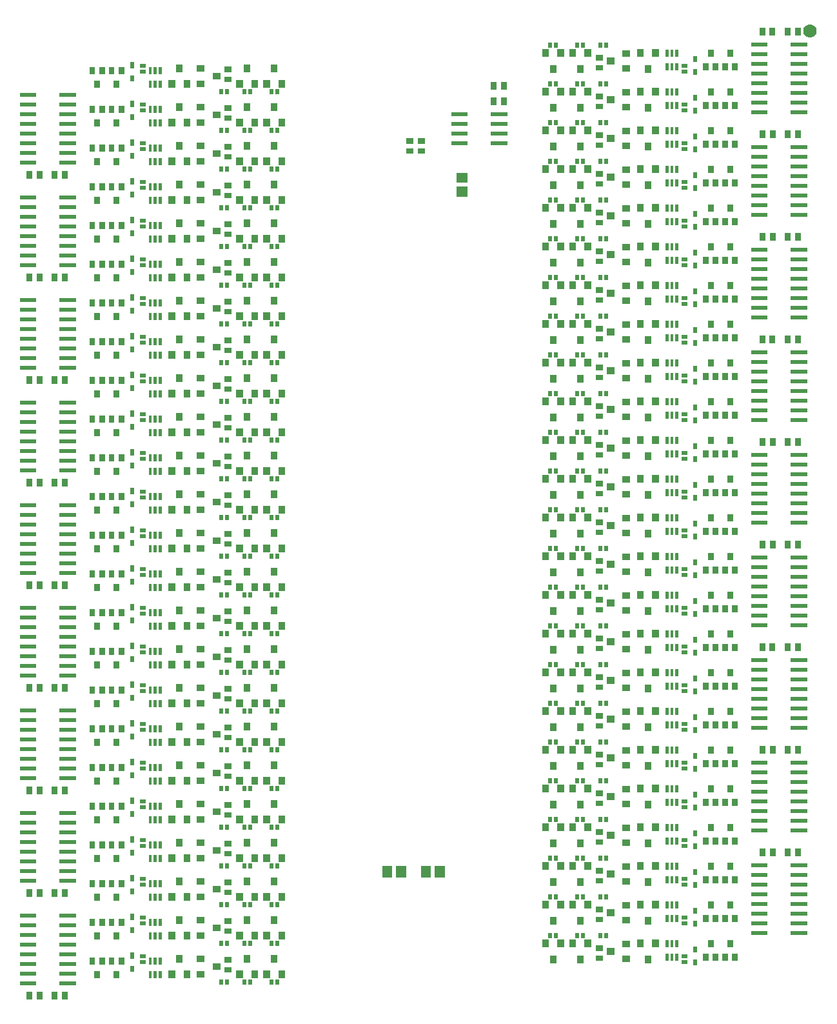
<source format=gbr>
G04 start of page 10 for group -4015 idx -4015 *
G04 Title: NVMemProg_Driver, toppaste *
G04 Creator: pcb 1.99z *
G04 CreationDate: Mon Nov  7 15:47:14 2016 UTC *
G04 For: wojtek *
G04 Format: Gerber/RS-274X *
G04 PCB-Dimensions (mil): 4291.34 5354.33 *
G04 PCB-Coordinate-Origin: lower left *
%MOIN*%
%FSLAX25Y25*%
%LNTOPPASTE*%
%ADD58C,0.0700*%
%ADD57C,0.0001*%
G54D57*G36*
X127977Y485125D02*X126009D01*
Y482371D01*
X127977D01*
Y485125D01*
G37*
G36*
X131125D02*X129157D01*
Y482371D01*
X131125D01*
Y485125D01*
G37*
G36*
X127977Y465125D02*X126009D01*
Y462371D01*
X127977D01*
Y465125D01*
G37*
G36*
X131125D02*X129157D01*
Y462371D01*
X131125D01*
Y465125D01*
G37*
G36*
X127977Y445125D02*X126009D01*
Y442371D01*
X127977D01*
Y445125D01*
G37*
G36*
X131125D02*X129157D01*
Y442371D01*
X131125D01*
Y445125D01*
G37*
G36*
X127977Y425125D02*X126009D01*
Y422371D01*
X127977D01*
Y425125D01*
G37*
G36*
X131125D02*X129157D01*
Y422371D01*
X131125D01*
Y425125D01*
G37*
G36*
X127977Y405125D02*X126009D01*
Y402371D01*
X127977D01*
Y405125D01*
G37*
G36*
X131125D02*X129157D01*
Y402371D01*
X131125D01*
Y405125D01*
G37*
G36*
X127977Y385125D02*X126009D01*
Y382371D01*
X127977D01*
Y385125D01*
G37*
G36*
X131125D02*X129157D01*
Y382371D01*
X131125D01*
Y385125D01*
G37*
G36*
X127977Y365125D02*X126009D01*
Y362371D01*
X127977D01*
Y365125D01*
G37*
G36*
X131125D02*X129157D01*
Y362371D01*
X131125D01*
Y365125D01*
G37*
G36*
X127977Y345125D02*X126009D01*
Y342371D01*
X127977D01*
Y345125D01*
G37*
G36*
X131125D02*X129157D01*
Y342371D01*
X131125D01*
Y345125D01*
G37*
G36*
X127977Y325125D02*X126009D01*
Y322371D01*
X127977D01*
Y325125D01*
G37*
G36*
X131125D02*X129157D01*
Y322371D01*
X131125D01*
Y325125D01*
G37*
G36*
X127977Y305125D02*X126009D01*
Y302371D01*
X127977D01*
Y305125D01*
G37*
G36*
X131125D02*X129157D01*
Y302371D01*
X131125D01*
Y305125D01*
G37*
G36*
X127977Y285125D02*X126009D01*
Y282371D01*
X127977D01*
Y285125D01*
G37*
G36*
X131125D02*X129157D01*
Y282371D01*
X131125D01*
Y285125D01*
G37*
G36*
X127977Y265125D02*X126009D01*
Y262371D01*
X127977D01*
Y265125D01*
G37*
G36*
X131125D02*X129157D01*
Y262371D01*
X131125D01*
Y265125D01*
G37*
G36*
X127977Y245125D02*X126009D01*
Y242371D01*
X127977D01*
Y245125D01*
G37*
G36*
X131125D02*X129157D01*
Y242371D01*
X131125D01*
Y245125D01*
G37*
G36*
X127977Y225125D02*X126009D01*
Y222371D01*
X127977D01*
Y225125D01*
G37*
G36*
X131125D02*X129157D01*
Y222371D01*
X131125D01*
Y225125D01*
G37*
G36*
X127977Y205125D02*X126009D01*
Y202371D01*
X127977D01*
Y205125D01*
G37*
G36*
X131125D02*X129157D01*
Y202371D01*
X131125D01*
Y205125D01*
G37*
G36*
X127977Y185125D02*X126009D01*
Y182371D01*
X127977D01*
Y185125D01*
G37*
G36*
X131125D02*X129157D01*
Y182371D01*
X131125D01*
Y185125D01*
G37*
G36*
X127977Y165125D02*X126009D01*
Y162371D01*
X127977D01*
Y165125D01*
G37*
G36*
X131125D02*X129157D01*
Y162371D01*
X131125D01*
Y165125D01*
G37*
G36*
X127977Y145125D02*X126009D01*
Y142371D01*
X127977D01*
Y145125D01*
G37*
G36*
X131125D02*X129157D01*
Y142371D01*
X131125D01*
Y145125D01*
G37*
G36*
X127977Y125125D02*X126009D01*
Y122371D01*
X127977D01*
Y125125D01*
G37*
G36*
X131125D02*X129157D01*
Y122371D01*
X131125D01*
Y125125D01*
G37*
G36*
X127977Y105125D02*X126009D01*
Y102371D01*
X127977D01*
Y105125D01*
G37*
G36*
X131125D02*X129157D01*
Y102371D01*
X131125D01*
Y105125D01*
G37*
G36*
X127977Y85125D02*X126009D01*
Y82371D01*
X127977D01*
Y85125D01*
G37*
G36*
X131125D02*X129157D01*
Y82371D01*
X131125D01*
Y85125D01*
G37*
G36*
X127977Y65125D02*X126009D01*
Y62371D01*
X127977D01*
Y65125D01*
G37*
G36*
X131125D02*X129157D01*
Y62371D01*
X131125D01*
Y65125D01*
G37*
G36*
X127977Y45125D02*X126009D01*
Y42371D01*
X127977D01*
Y45125D01*
G37*
G36*
X131125D02*X129157D01*
Y42371D01*
X131125D01*
Y45125D01*
G37*
G36*
X127977Y25125D02*X126009D01*
Y22371D01*
X127977D01*
Y25125D01*
G37*
G36*
X131125D02*X129157D01*
Y22371D01*
X131125D01*
Y25125D01*
G37*
G36*
X116599Y491665D02*Y488713D01*
X120535D01*
Y491665D01*
X116599D01*
G37*
G36*
Y496783D02*Y493831D01*
X120535D01*
Y496783D01*
X116599D01*
G37*
G36*
Y471665D02*Y468713D01*
X120535D01*
Y471665D01*
X116599D01*
G37*
G36*
Y476783D02*Y473831D01*
X120535D01*
Y476783D01*
X116599D01*
G37*
G36*
Y451665D02*Y448713D01*
X120535D01*
Y451665D01*
X116599D01*
G37*
G36*
Y456783D02*Y453831D01*
X120535D01*
Y456783D01*
X116599D01*
G37*
G36*
Y431665D02*Y428713D01*
X120535D01*
Y431665D01*
X116599D01*
G37*
G36*
Y436783D02*Y433831D01*
X120535D01*
Y436783D01*
X116599D01*
G37*
G36*
Y411665D02*Y408713D01*
X120535D01*
Y411665D01*
X116599D01*
G37*
G36*
Y416783D02*Y413831D01*
X120535D01*
Y416783D01*
X116599D01*
G37*
G36*
Y391665D02*Y388713D01*
X120535D01*
Y391665D01*
X116599D01*
G37*
G36*
Y396783D02*Y393831D01*
X120535D01*
Y396783D01*
X116599D01*
G37*
G36*
Y371665D02*Y368713D01*
X120535D01*
Y371665D01*
X116599D01*
G37*
G36*
Y376783D02*Y373831D01*
X120535D01*
Y376783D01*
X116599D01*
G37*
G36*
Y351665D02*Y348713D01*
X120535D01*
Y351665D01*
X116599D01*
G37*
G36*
Y356783D02*Y353831D01*
X120535D01*
Y356783D01*
X116599D01*
G37*
G36*
Y331665D02*Y328713D01*
X120535D01*
Y331665D01*
X116599D01*
G37*
G36*
Y336783D02*Y333831D01*
X120535D01*
Y336783D01*
X116599D01*
G37*
G36*
Y311665D02*Y308713D01*
X120535D01*
Y311665D01*
X116599D01*
G37*
G36*
Y316783D02*Y313831D01*
X120535D01*
Y316783D01*
X116599D01*
G37*
G36*
Y291665D02*Y288713D01*
X120535D01*
Y291665D01*
X116599D01*
G37*
G36*
Y296783D02*Y293831D01*
X120535D01*
Y296783D01*
X116599D01*
G37*
G36*
Y271665D02*Y268713D01*
X120535D01*
Y271665D01*
X116599D01*
G37*
G36*
Y276783D02*Y273831D01*
X120535D01*
Y276783D01*
X116599D01*
G37*
G36*
Y251665D02*Y248713D01*
X120535D01*
Y251665D01*
X116599D01*
G37*
G36*
Y256783D02*Y253831D01*
X120535D01*
Y256783D01*
X116599D01*
G37*
G36*
Y231665D02*Y228713D01*
X120535D01*
Y231665D01*
X116599D01*
G37*
G36*
Y236783D02*Y233831D01*
X120535D01*
Y236783D01*
X116599D01*
G37*
G36*
Y211665D02*Y208713D01*
X120535D01*
Y211665D01*
X116599D01*
G37*
G36*
Y216783D02*Y213831D01*
X120535D01*
Y216783D01*
X116599D01*
G37*
G36*
Y191665D02*Y188713D01*
X120535D01*
Y191665D01*
X116599D01*
G37*
G36*
Y196783D02*Y193831D01*
X120535D01*
Y196783D01*
X116599D01*
G37*
G36*
Y171665D02*Y168713D01*
X120535D01*
Y171665D01*
X116599D01*
G37*
G36*
Y176783D02*Y173831D01*
X120535D01*
Y176783D01*
X116599D01*
G37*
G36*
Y151665D02*Y148713D01*
X120535D01*
Y151665D01*
X116599D01*
G37*
G36*
Y156783D02*Y153831D01*
X120535D01*
Y156783D01*
X116599D01*
G37*
G36*
Y131665D02*Y128713D01*
X120535D01*
Y131665D01*
X116599D01*
G37*
G36*
Y136783D02*Y133831D01*
X120535D01*
Y136783D01*
X116599D01*
G37*
G36*
Y111665D02*Y108713D01*
X120535D01*
Y111665D01*
X116599D01*
G37*
G36*
Y116783D02*Y113831D01*
X120535D01*
Y116783D01*
X116599D01*
G37*
G36*
Y91665D02*Y88713D01*
X120535D01*
Y91665D01*
X116599D01*
G37*
G36*
Y96783D02*Y93831D01*
X120535D01*
Y96783D01*
X116599D01*
G37*
G36*
Y71665D02*Y68713D01*
X120535D01*
Y71665D01*
X116599D01*
G37*
G36*
Y76783D02*Y73831D01*
X120535D01*
Y76783D01*
X116599D01*
G37*
G36*
Y51665D02*Y48713D01*
X120535D01*
Y51665D01*
X116599D01*
G37*
G36*
Y56783D02*Y53831D01*
X120535D01*
Y56783D01*
X116599D01*
G37*
G36*
Y31665D02*Y28713D01*
X120535D01*
Y31665D01*
X116599D01*
G37*
G36*
Y36783D02*Y33831D01*
X120535D01*
Y36783D01*
X116599D01*
G37*
G36*
X141977Y485125D02*X140009D01*
Y482371D01*
X141977D01*
Y485125D01*
G37*
G36*
X145125D02*X143157D01*
Y482371D01*
X145125D01*
Y485125D01*
G37*
G36*
X141977Y465125D02*X140009D01*
Y462371D01*
X141977D01*
Y465125D01*
G37*
G36*
X145125D02*X143157D01*
Y462371D01*
X145125D01*
Y465125D01*
G37*
G36*
X141977Y445125D02*X140009D01*
Y442371D01*
X141977D01*
Y445125D01*
G37*
G36*
X145125D02*X143157D01*
Y442371D01*
X145125D01*
Y445125D01*
G37*
G36*
X141977Y425125D02*X140009D01*
Y422371D01*
X141977D01*
Y425125D01*
G37*
G36*
X145125D02*X143157D01*
Y422371D01*
X145125D01*
Y425125D01*
G37*
G36*
X141977Y405125D02*X140009D01*
Y402371D01*
X141977D01*
Y405125D01*
G37*
G36*
X145125D02*X143157D01*
Y402371D01*
X145125D01*
Y405125D01*
G37*
G36*
X141977Y385125D02*X140009D01*
Y382371D01*
X141977D01*
Y385125D01*
G37*
G36*
X145125D02*X143157D01*
Y382371D01*
X145125D01*
Y385125D01*
G37*
G36*
X141977Y365125D02*X140009D01*
Y362371D01*
X141977D01*
Y365125D01*
G37*
G36*
X145125D02*X143157D01*
Y362371D01*
X145125D01*
Y365125D01*
G37*
G36*
X141977Y345125D02*X140009D01*
Y342371D01*
X141977D01*
Y345125D01*
G37*
G36*
X145125D02*X143157D01*
Y342371D01*
X145125D01*
Y345125D01*
G37*
G36*
X141977Y325125D02*X140009D01*
Y322371D01*
X141977D01*
Y325125D01*
G37*
G36*
X145125D02*X143157D01*
Y322371D01*
X145125D01*
Y325125D01*
G37*
G36*
X141977Y305125D02*X140009D01*
Y302371D01*
X141977D01*
Y305125D01*
G37*
G36*
X145125D02*X143157D01*
Y302371D01*
X145125D01*
Y305125D01*
G37*
G36*
X141977Y285125D02*X140009D01*
Y282371D01*
X141977D01*
Y285125D01*
G37*
G36*
X145125D02*X143157D01*
Y282371D01*
X145125D01*
Y285125D01*
G37*
G36*
X141977Y265125D02*X140009D01*
Y262371D01*
X141977D01*
Y265125D01*
G37*
G36*
X145125D02*X143157D01*
Y262371D01*
X145125D01*
Y265125D01*
G37*
G36*
X141977Y245125D02*X140009D01*
Y242371D01*
X141977D01*
Y245125D01*
G37*
G36*
X145125D02*X143157D01*
Y242371D01*
X145125D01*
Y245125D01*
G37*
G36*
X141977Y225125D02*X140009D01*
Y222371D01*
X141977D01*
Y225125D01*
G37*
G36*
X145125D02*X143157D01*
Y222371D01*
X145125D01*
Y225125D01*
G37*
G36*
X141977Y205125D02*X140009D01*
Y202371D01*
X141977D01*
Y205125D01*
G37*
G36*
X145125D02*X143157D01*
Y202371D01*
X145125D01*
Y205125D01*
G37*
G36*
X141977Y185125D02*X140009D01*
Y182371D01*
X141977D01*
Y185125D01*
G37*
G36*
X145125D02*X143157D01*
Y182371D01*
X145125D01*
Y185125D01*
G37*
G36*
X141977Y165125D02*X140009D01*
Y162371D01*
X141977D01*
Y165125D01*
G37*
G36*
X145125D02*X143157D01*
Y162371D01*
X145125D01*
Y165125D01*
G37*
G36*
X141977Y145125D02*X140009D01*
Y142371D01*
X141977D01*
Y145125D01*
G37*
G36*
X145125D02*X143157D01*
Y142371D01*
X145125D01*
Y145125D01*
G37*
G36*
X141977Y125125D02*X140009D01*
Y122371D01*
X141977D01*
Y125125D01*
G37*
G36*
X145125D02*X143157D01*
Y122371D01*
X145125D01*
Y125125D01*
G37*
G36*
X141977Y105125D02*X140009D01*
Y102371D01*
X141977D01*
Y105125D01*
G37*
G36*
X145125D02*X143157D01*
Y102371D01*
X145125D01*
Y105125D01*
G37*
G36*
X141977Y85125D02*X140009D01*
Y82371D01*
X141977D01*
Y85125D01*
G37*
G36*
X145125D02*X143157D01*
Y82371D01*
X145125D01*
Y85125D01*
G37*
G36*
X141977Y65125D02*X140009D01*
Y62371D01*
X141977D01*
Y65125D01*
G37*
G36*
X145125D02*X143157D01*
Y62371D01*
X145125D01*
Y65125D01*
G37*
G36*
X141977Y45125D02*X140009D01*
Y42371D01*
X141977D01*
Y45125D01*
G37*
G36*
X145125D02*X143157D01*
Y42371D01*
X145125D01*
Y45125D01*
G37*
G36*
X141977Y25125D02*X140009D01*
Y22371D01*
X141977D01*
Y25125D01*
G37*
G36*
X145125D02*X143157D01*
Y22371D01*
X145125D01*
Y25125D01*
G37*
G36*
X102567Y497448D02*Y494048D01*
X106567D01*
Y497448D01*
X102567D01*
G37*
G36*
Y489648D02*Y486248D01*
X106567D01*
Y489648D01*
X102567D01*
G37*
G36*
X110767Y493548D02*Y490148D01*
X114767D01*
Y493548D01*
X110767D01*
G37*
G36*
X102567Y477448D02*Y474048D01*
X106567D01*
Y477448D01*
X102567D01*
G37*
G36*
Y469648D02*Y466248D01*
X106567D01*
Y469648D01*
X102567D01*
G37*
G36*
X110767Y473548D02*Y470148D01*
X114767D01*
Y473548D01*
X110767D01*
G37*
G36*
X102567Y457448D02*Y454048D01*
X106567D01*
Y457448D01*
X102567D01*
G37*
G36*
Y449648D02*Y446248D01*
X106567D01*
Y449648D01*
X102567D01*
G37*
G36*
X110767Y453548D02*Y450148D01*
X114767D01*
Y453548D01*
X110767D01*
G37*
G36*
X102567Y437448D02*Y434048D01*
X106567D01*
Y437448D01*
X102567D01*
G37*
G36*
Y429648D02*Y426248D01*
X106567D01*
Y429648D01*
X102567D01*
G37*
G36*
X110767Y433548D02*Y430148D01*
X114767D01*
Y433548D01*
X110767D01*
G37*
G36*
X102567Y417448D02*Y414048D01*
X106567D01*
Y417448D01*
X102567D01*
G37*
G36*
Y409648D02*Y406248D01*
X106567D01*
Y409648D01*
X102567D01*
G37*
G36*
X110767Y413548D02*Y410148D01*
X114767D01*
Y413548D01*
X110767D01*
G37*
G36*
X102567Y397448D02*Y394048D01*
X106567D01*
Y397448D01*
X102567D01*
G37*
G36*
Y389648D02*Y386248D01*
X106567D01*
Y389648D01*
X102567D01*
G37*
G36*
X110767Y393548D02*Y390148D01*
X114767D01*
Y393548D01*
X110767D01*
G37*
G36*
X102567Y377448D02*Y374048D01*
X106567D01*
Y377448D01*
X102567D01*
G37*
G36*
Y369648D02*Y366248D01*
X106567D01*
Y369648D01*
X102567D01*
G37*
G36*
X110767Y373548D02*Y370148D01*
X114767D01*
Y373548D01*
X110767D01*
G37*
G36*
X102567Y357448D02*Y354048D01*
X106567D01*
Y357448D01*
X102567D01*
G37*
G36*
Y349648D02*Y346248D01*
X106567D01*
Y349648D01*
X102567D01*
G37*
G36*
X110767Y353548D02*Y350148D01*
X114767D01*
Y353548D01*
X110767D01*
G37*
G36*
X102567Y337448D02*Y334048D01*
X106567D01*
Y337448D01*
X102567D01*
G37*
G36*
Y329648D02*Y326248D01*
X106567D01*
Y329648D01*
X102567D01*
G37*
G36*
X110767Y333548D02*Y330148D01*
X114767D01*
Y333548D01*
X110767D01*
G37*
G36*
X102567Y317448D02*Y314048D01*
X106567D01*
Y317448D01*
X102567D01*
G37*
G36*
Y309648D02*Y306248D01*
X106567D01*
Y309648D01*
X102567D01*
G37*
G36*
X110767Y313548D02*Y310148D01*
X114767D01*
Y313548D01*
X110767D01*
G37*
G36*
X102567Y297448D02*Y294048D01*
X106567D01*
Y297448D01*
X102567D01*
G37*
G36*
Y289648D02*Y286248D01*
X106567D01*
Y289648D01*
X102567D01*
G37*
G36*
X110767Y293548D02*Y290148D01*
X114767D01*
Y293548D01*
X110767D01*
G37*
G36*
X102567Y277448D02*Y274048D01*
X106567D01*
Y277448D01*
X102567D01*
G37*
G36*
Y269648D02*Y266248D01*
X106567D01*
Y269648D01*
X102567D01*
G37*
G36*
X110767Y273548D02*Y270148D01*
X114767D01*
Y273548D01*
X110767D01*
G37*
G36*
X102567Y257448D02*Y254048D01*
X106567D01*
Y257448D01*
X102567D01*
G37*
G36*
Y249648D02*Y246248D01*
X106567D01*
Y249648D01*
X102567D01*
G37*
G36*
X110767Y253548D02*Y250148D01*
X114767D01*
Y253548D01*
X110767D01*
G37*
G36*
X102567Y237448D02*Y234048D01*
X106567D01*
Y237448D01*
X102567D01*
G37*
G36*
Y229648D02*Y226248D01*
X106567D01*
Y229648D01*
X102567D01*
G37*
G36*
X110767Y233548D02*Y230148D01*
X114767D01*
Y233548D01*
X110767D01*
G37*
G36*
X102567Y217448D02*Y214048D01*
X106567D01*
Y217448D01*
X102567D01*
G37*
G36*
Y209648D02*Y206248D01*
X106567D01*
Y209648D01*
X102567D01*
G37*
G36*
X110767Y213548D02*Y210148D01*
X114767D01*
Y213548D01*
X110767D01*
G37*
G36*
X102567Y197448D02*Y194048D01*
X106567D01*
Y197448D01*
X102567D01*
G37*
G36*
Y189648D02*Y186248D01*
X106567D01*
Y189648D01*
X102567D01*
G37*
G36*
X110767Y193548D02*Y190148D01*
X114767D01*
Y193548D01*
X110767D01*
G37*
G36*
X102567Y177448D02*Y174048D01*
X106567D01*
Y177448D01*
X102567D01*
G37*
G36*
Y169648D02*Y166248D01*
X106567D01*
Y169648D01*
X102567D01*
G37*
G36*
X110767Y173548D02*Y170148D01*
X114767D01*
Y173548D01*
X110767D01*
G37*
G36*
X102567Y157448D02*Y154048D01*
X106567D01*
Y157448D01*
X102567D01*
G37*
G36*
Y149648D02*Y146248D01*
X106567D01*
Y149648D01*
X102567D01*
G37*
G36*
X110767Y153548D02*Y150148D01*
X114767D01*
Y153548D01*
X110767D01*
G37*
G36*
X102567Y137448D02*Y134048D01*
X106567D01*
Y137448D01*
X102567D01*
G37*
G36*
Y129648D02*Y126248D01*
X106567D01*
Y129648D01*
X102567D01*
G37*
G36*
X110767Y133548D02*Y130148D01*
X114767D01*
Y133548D01*
X110767D01*
G37*
G36*
X102567Y117448D02*Y114048D01*
X106567D01*
Y117448D01*
X102567D01*
G37*
G36*
Y109648D02*Y106248D01*
X106567D01*
Y109648D01*
X102567D01*
G37*
G36*
X110767Y113548D02*Y110148D01*
X114767D01*
Y113548D01*
X110767D01*
G37*
G36*
X102567Y97448D02*Y94048D01*
X106567D01*
Y97448D01*
X102567D01*
G37*
G36*
Y89648D02*Y86248D01*
X106567D01*
Y89648D01*
X102567D01*
G37*
G36*
X110767Y93548D02*Y90148D01*
X114767D01*
Y93548D01*
X110767D01*
G37*
G36*
X102567Y77448D02*Y74048D01*
X106567D01*
Y77448D01*
X102567D01*
G37*
G36*
Y69648D02*Y66248D01*
X106567D01*
Y69648D01*
X102567D01*
G37*
G36*
X110767Y73548D02*Y70148D01*
X114767D01*
Y73548D01*
X110767D01*
G37*
G36*
X102567Y57448D02*Y54048D01*
X106567D01*
Y57448D01*
X102567D01*
G37*
G36*
Y49648D02*Y46248D01*
X106567D01*
Y49648D01*
X102567D01*
G37*
G36*
X110767Y53548D02*Y50148D01*
X114767D01*
Y53548D01*
X110767D01*
G37*
G36*
X102567Y37448D02*Y34048D01*
X106567D01*
Y37448D01*
X102567D01*
G37*
G36*
Y29648D02*Y26248D01*
X106567D01*
Y29648D01*
X102567D01*
G37*
G36*
X110767Y33548D02*Y30148D01*
X114767D01*
Y33548D01*
X110767D01*
G37*
G36*
X126267Y489748D02*X122867D01*
Y485748D01*
X126267D01*
Y489748D01*
G37*
G36*
X134067D02*X130667D01*
Y485748D01*
X134067D01*
Y489748D01*
G37*
G36*
X130167Y497948D02*X126767D01*
Y493948D01*
X130167D01*
Y497948D01*
G37*
G36*
X126267Y469748D02*X122867D01*
Y465748D01*
X126267D01*
Y469748D01*
G37*
G36*
X134067D02*X130667D01*
Y465748D01*
X134067D01*
Y469748D01*
G37*
G36*
X130167Y477948D02*X126767D01*
Y473948D01*
X130167D01*
Y477948D01*
G37*
G36*
X126267Y449748D02*X122867D01*
Y445748D01*
X126267D01*
Y449748D01*
G37*
G36*
X134067D02*X130667D01*
Y445748D01*
X134067D01*
Y449748D01*
G37*
G36*
X130167Y457948D02*X126767D01*
Y453948D01*
X130167D01*
Y457948D01*
G37*
G36*
X126267Y429748D02*X122867D01*
Y425748D01*
X126267D01*
Y429748D01*
G37*
G36*
X134067D02*X130667D01*
Y425748D01*
X134067D01*
Y429748D01*
G37*
G36*
X130167Y437948D02*X126767D01*
Y433948D01*
X130167D01*
Y437948D01*
G37*
G36*
X126267Y409748D02*X122867D01*
Y405748D01*
X126267D01*
Y409748D01*
G37*
G36*
X134067D02*X130667D01*
Y405748D01*
X134067D01*
Y409748D01*
G37*
G36*
X130167Y417948D02*X126767D01*
Y413948D01*
X130167D01*
Y417948D01*
G37*
G36*
X126267Y389748D02*X122867D01*
Y385748D01*
X126267D01*
Y389748D01*
G37*
G36*
X134067D02*X130667D01*
Y385748D01*
X134067D01*
Y389748D01*
G37*
G36*
X130167Y397948D02*X126767D01*
Y393948D01*
X130167D01*
Y397948D01*
G37*
G36*
X126267Y369748D02*X122867D01*
Y365748D01*
X126267D01*
Y369748D01*
G37*
G36*
X134067D02*X130667D01*
Y365748D01*
X134067D01*
Y369748D01*
G37*
G36*
X130167Y377948D02*X126767D01*
Y373948D01*
X130167D01*
Y377948D01*
G37*
G36*
X126267Y349748D02*X122867D01*
Y345748D01*
X126267D01*
Y349748D01*
G37*
G36*
X134067D02*X130667D01*
Y345748D01*
X134067D01*
Y349748D01*
G37*
G36*
X130167Y357948D02*X126767D01*
Y353948D01*
X130167D01*
Y357948D01*
G37*
G36*
X126267Y329748D02*X122867D01*
Y325748D01*
X126267D01*
Y329748D01*
G37*
G36*
X134067D02*X130667D01*
Y325748D01*
X134067D01*
Y329748D01*
G37*
G36*
X130167Y337948D02*X126767D01*
Y333948D01*
X130167D01*
Y337948D01*
G37*
G36*
X126267Y309748D02*X122867D01*
Y305748D01*
X126267D01*
Y309748D01*
G37*
G36*
X134067D02*X130667D01*
Y305748D01*
X134067D01*
Y309748D01*
G37*
G36*
X130167Y317948D02*X126767D01*
Y313948D01*
X130167D01*
Y317948D01*
G37*
G36*
X126267Y289748D02*X122867D01*
Y285748D01*
X126267D01*
Y289748D01*
G37*
G36*
X134067D02*X130667D01*
Y285748D01*
X134067D01*
Y289748D01*
G37*
G36*
X130167Y297948D02*X126767D01*
Y293948D01*
X130167D01*
Y297948D01*
G37*
G36*
X126267Y269748D02*X122867D01*
Y265748D01*
X126267D01*
Y269748D01*
G37*
G36*
X134067D02*X130667D01*
Y265748D01*
X134067D01*
Y269748D01*
G37*
G36*
X130167Y277948D02*X126767D01*
Y273948D01*
X130167D01*
Y277948D01*
G37*
G36*
X126267Y249748D02*X122867D01*
Y245748D01*
X126267D01*
Y249748D01*
G37*
G36*
X134067D02*X130667D01*
Y245748D01*
X134067D01*
Y249748D01*
G37*
G36*
X130167Y257948D02*X126767D01*
Y253948D01*
X130167D01*
Y257948D01*
G37*
G36*
X126267Y229748D02*X122867D01*
Y225748D01*
X126267D01*
Y229748D01*
G37*
G36*
X134067D02*X130667D01*
Y225748D01*
X134067D01*
Y229748D01*
G37*
G36*
X130167Y237948D02*X126767D01*
Y233948D01*
X130167D01*
Y237948D01*
G37*
G36*
X126267Y209748D02*X122867D01*
Y205748D01*
X126267D01*
Y209748D01*
G37*
G36*
X134067D02*X130667D01*
Y205748D01*
X134067D01*
Y209748D01*
G37*
G36*
X130167Y217948D02*X126767D01*
Y213948D01*
X130167D01*
Y217948D01*
G37*
G36*
X126267Y189748D02*X122867D01*
Y185748D01*
X126267D01*
Y189748D01*
G37*
G36*
X134067D02*X130667D01*
Y185748D01*
X134067D01*
Y189748D01*
G37*
G36*
X130167Y197948D02*X126767D01*
Y193948D01*
X130167D01*
Y197948D01*
G37*
G36*
X126267Y169748D02*X122867D01*
Y165748D01*
X126267D01*
Y169748D01*
G37*
G36*
X134067D02*X130667D01*
Y165748D01*
X134067D01*
Y169748D01*
G37*
G36*
X130167Y177948D02*X126767D01*
Y173948D01*
X130167D01*
Y177948D01*
G37*
G36*
X126267Y149748D02*X122867D01*
Y145748D01*
X126267D01*
Y149748D01*
G37*
G36*
X134067D02*X130667D01*
Y145748D01*
X134067D01*
Y149748D01*
G37*
G36*
X130167Y157948D02*X126767D01*
Y153948D01*
X130167D01*
Y157948D01*
G37*
G36*
X126267Y129748D02*X122867D01*
Y125748D01*
X126267D01*
Y129748D01*
G37*
G36*
X134067D02*X130667D01*
Y125748D01*
X134067D01*
Y129748D01*
G37*
G36*
X130167Y137948D02*X126767D01*
Y133948D01*
X130167D01*
Y137948D01*
G37*
G36*
X126267Y109748D02*X122867D01*
Y105748D01*
X126267D01*
Y109748D01*
G37*
G36*
X134067D02*X130667D01*
Y105748D01*
X134067D01*
Y109748D01*
G37*
G36*
X130167Y117948D02*X126767D01*
Y113948D01*
X130167D01*
Y117948D01*
G37*
G36*
X126267Y89748D02*X122867D01*
Y85748D01*
X126267D01*
Y89748D01*
G37*
G36*
X134067D02*X130667D01*
Y85748D01*
X134067D01*
Y89748D01*
G37*
G36*
X130167Y97948D02*X126767D01*
Y93948D01*
X130167D01*
Y97948D01*
G37*
G36*
X126267Y69748D02*X122867D01*
Y65748D01*
X126267D01*
Y69748D01*
G37*
G36*
X134067D02*X130667D01*
Y65748D01*
X134067D01*
Y69748D01*
G37*
G36*
X130167Y77948D02*X126767D01*
Y73948D01*
X130167D01*
Y77948D01*
G37*
G36*
X126267Y49748D02*X122867D01*
Y45748D01*
X126267D01*
Y49748D01*
G37*
G36*
X134067D02*X130667D01*
Y45748D01*
X134067D01*
Y49748D01*
G37*
G36*
X130167Y57948D02*X126767D01*
Y53948D01*
X130167D01*
Y57948D01*
G37*
G36*
X126267Y29748D02*X122867D01*
Y25748D01*
X126267D01*
Y29748D01*
G37*
G36*
X134067D02*X130667D01*
Y25748D01*
X134067D01*
Y29748D01*
G37*
G36*
X130167Y37948D02*X126767D01*
Y33948D01*
X130167D01*
Y37948D01*
G37*
G36*
X140267Y489748D02*X136867D01*
Y485748D01*
X140267D01*
Y489748D01*
G37*
G36*
X148067D02*X144667D01*
Y485748D01*
X148067D01*
Y489748D01*
G37*
G36*
X144167Y497948D02*X140767D01*
Y493948D01*
X144167D01*
Y497948D01*
G37*
G36*
X140267Y469748D02*X136867D01*
Y465748D01*
X140267D01*
Y469748D01*
G37*
G36*
X148067D02*X144667D01*
Y465748D01*
X148067D01*
Y469748D01*
G37*
G36*
X144167Y477948D02*X140767D01*
Y473948D01*
X144167D01*
Y477948D01*
G37*
G36*
X140267Y449748D02*X136867D01*
Y445748D01*
X140267D01*
Y449748D01*
G37*
G36*
X148067D02*X144667D01*
Y445748D01*
X148067D01*
Y449748D01*
G37*
G36*
X144167Y457948D02*X140767D01*
Y453948D01*
X144167D01*
Y457948D01*
G37*
G36*
X140267Y429748D02*X136867D01*
Y425748D01*
X140267D01*
Y429748D01*
G37*
G36*
X148067D02*X144667D01*
Y425748D01*
X148067D01*
Y429748D01*
G37*
G36*
X144167Y437948D02*X140767D01*
Y433948D01*
X144167D01*
Y437948D01*
G37*
G36*
X140267Y409748D02*X136867D01*
Y405748D01*
X140267D01*
Y409748D01*
G37*
G36*
X148067D02*X144667D01*
Y405748D01*
X148067D01*
Y409748D01*
G37*
G36*
X144167Y417948D02*X140767D01*
Y413948D01*
X144167D01*
Y417948D01*
G37*
G36*
X140267Y389748D02*X136867D01*
Y385748D01*
X140267D01*
Y389748D01*
G37*
G36*
X148067D02*X144667D01*
Y385748D01*
X148067D01*
Y389748D01*
G37*
G36*
X144167Y397948D02*X140767D01*
Y393948D01*
X144167D01*
Y397948D01*
G37*
G36*
X140267Y369748D02*X136867D01*
Y365748D01*
X140267D01*
Y369748D01*
G37*
G36*
X148067D02*X144667D01*
Y365748D01*
X148067D01*
Y369748D01*
G37*
G36*
X144167Y377948D02*X140767D01*
Y373948D01*
X144167D01*
Y377948D01*
G37*
G36*
X140267Y349748D02*X136867D01*
Y345748D01*
X140267D01*
Y349748D01*
G37*
G36*
X148067D02*X144667D01*
Y345748D01*
X148067D01*
Y349748D01*
G37*
G36*
X144167Y357948D02*X140767D01*
Y353948D01*
X144167D01*
Y357948D01*
G37*
G36*
X140267Y329748D02*X136867D01*
Y325748D01*
X140267D01*
Y329748D01*
G37*
G36*
X148067D02*X144667D01*
Y325748D01*
X148067D01*
Y329748D01*
G37*
G36*
X144167Y337948D02*X140767D01*
Y333948D01*
X144167D01*
Y337948D01*
G37*
G36*
X140267Y309748D02*X136867D01*
Y305748D01*
X140267D01*
Y309748D01*
G37*
G36*
X148067D02*X144667D01*
Y305748D01*
X148067D01*
Y309748D01*
G37*
G36*
X144167Y317948D02*X140767D01*
Y313948D01*
X144167D01*
Y317948D01*
G37*
G36*
X140267Y289748D02*X136867D01*
Y285748D01*
X140267D01*
Y289748D01*
G37*
G36*
X148067D02*X144667D01*
Y285748D01*
X148067D01*
Y289748D01*
G37*
G36*
X144167Y297948D02*X140767D01*
Y293948D01*
X144167D01*
Y297948D01*
G37*
G36*
X140267Y269748D02*X136867D01*
Y265748D01*
X140267D01*
Y269748D01*
G37*
G36*
X148067D02*X144667D01*
Y265748D01*
X148067D01*
Y269748D01*
G37*
G36*
X144167Y277948D02*X140767D01*
Y273948D01*
X144167D01*
Y277948D01*
G37*
G36*
X140267Y249748D02*X136867D01*
Y245748D01*
X140267D01*
Y249748D01*
G37*
G36*
X148067D02*X144667D01*
Y245748D01*
X148067D01*
Y249748D01*
G37*
G36*
X144167Y257948D02*X140767D01*
Y253948D01*
X144167D01*
Y257948D01*
G37*
G36*
X140267Y229748D02*X136867D01*
Y225748D01*
X140267D01*
Y229748D01*
G37*
G36*
X148067D02*X144667D01*
Y225748D01*
X148067D01*
Y229748D01*
G37*
G36*
X144167Y237948D02*X140767D01*
Y233948D01*
X144167D01*
Y237948D01*
G37*
G36*
X140267Y209748D02*X136867D01*
Y205748D01*
X140267D01*
Y209748D01*
G37*
G36*
X148067D02*X144667D01*
Y205748D01*
X148067D01*
Y209748D01*
G37*
G36*
X144167Y217948D02*X140767D01*
Y213948D01*
X144167D01*
Y217948D01*
G37*
G36*
X140267Y189748D02*X136867D01*
Y185748D01*
X140267D01*
Y189748D01*
G37*
G36*
X148067D02*X144667D01*
Y185748D01*
X148067D01*
Y189748D01*
G37*
G36*
X144167Y197948D02*X140767D01*
Y193948D01*
X144167D01*
Y197948D01*
G37*
G36*
X140267Y169748D02*X136867D01*
Y165748D01*
X140267D01*
Y169748D01*
G37*
G36*
X148067D02*X144667D01*
Y165748D01*
X148067D01*
Y169748D01*
G37*
G36*
X144167Y177948D02*X140767D01*
Y173948D01*
X144167D01*
Y177948D01*
G37*
G36*
X140267Y149748D02*X136867D01*
Y145748D01*
X140267D01*
Y149748D01*
G37*
G36*
X148067D02*X144667D01*
Y145748D01*
X148067D01*
Y149748D01*
G37*
G36*
X144167Y157948D02*X140767D01*
Y153948D01*
X144167D01*
Y157948D01*
G37*
G36*
X140267Y129748D02*X136867D01*
Y125748D01*
X140267D01*
Y129748D01*
G37*
G36*
X148067D02*X144667D01*
Y125748D01*
X148067D01*
Y129748D01*
G37*
G36*
X144167Y137948D02*X140767D01*
Y133948D01*
X144167D01*
Y137948D01*
G37*
G36*
X140267Y109748D02*X136867D01*
Y105748D01*
X140267D01*
Y109748D01*
G37*
G36*
X148067D02*X144667D01*
Y105748D01*
X148067D01*
Y109748D01*
G37*
G36*
X144167Y117948D02*X140767D01*
Y113948D01*
X144167D01*
Y117948D01*
G37*
G36*
X140267Y89748D02*X136867D01*
Y85748D01*
X140267D01*
Y89748D01*
G37*
G36*
X148067D02*X144667D01*
Y85748D01*
X148067D01*
Y89748D01*
G37*
G36*
X144167Y97948D02*X140767D01*
Y93948D01*
X144167D01*
Y97948D01*
G37*
G36*
X140267Y69748D02*X136867D01*
Y65748D01*
X140267D01*
Y69748D01*
G37*
G36*
X148067D02*X144667D01*
Y65748D01*
X148067D01*
Y69748D01*
G37*
G36*
X144167Y77948D02*X140767D01*
Y73948D01*
X144167D01*
Y77948D01*
G37*
G36*
X140267Y49748D02*X136867D01*
Y45748D01*
X140267D01*
Y49748D01*
G37*
G36*
X148067D02*X144667D01*
Y45748D01*
X148067D01*
Y49748D01*
G37*
G36*
X144167Y57948D02*X140767D01*
Y53948D01*
X144167D01*
Y57948D01*
G37*
G36*
X140267Y29748D02*X136867D01*
Y25748D01*
X140267D01*
Y29748D01*
G37*
G36*
X148067D02*X144667D01*
Y25748D01*
X148067D01*
Y29748D01*
G37*
G36*
X144167Y37948D02*X140767D01*
Y33948D01*
X144167D01*
Y37948D01*
G37*
G36*
X84317Y496498D02*X82817D01*
Y492998D01*
X84317D01*
Y496498D01*
G37*
G36*
X81717D02*X80217D01*
Y492998D01*
X81717D01*
Y496498D01*
G37*
G36*
X79217D02*X77717D01*
Y492998D01*
X79217D01*
Y496498D01*
G37*
G36*
Y489498D02*X77717D01*
Y485998D01*
X79217D01*
Y489498D01*
G37*
G36*
X81717D02*X80217D01*
Y485998D01*
X81717D01*
Y489498D01*
G37*
G36*
X84317D02*X82817D01*
Y485998D01*
X84317D01*
Y489498D01*
G37*
G36*
Y476498D02*X82817D01*
Y472998D01*
X84317D01*
Y476498D01*
G37*
G36*
X81717D02*X80217D01*
Y472998D01*
X81717D01*
Y476498D01*
G37*
G36*
X79217D02*X77717D01*
Y472998D01*
X79217D01*
Y476498D01*
G37*
G36*
Y469498D02*X77717D01*
Y465998D01*
X79217D01*
Y469498D01*
G37*
G36*
X81717D02*X80217D01*
Y465998D01*
X81717D01*
Y469498D01*
G37*
G36*
X84317D02*X82817D01*
Y465998D01*
X84317D01*
Y469498D01*
G37*
G36*
Y456498D02*X82817D01*
Y452998D01*
X84317D01*
Y456498D01*
G37*
G36*
X81717D02*X80217D01*
Y452998D01*
X81717D01*
Y456498D01*
G37*
G36*
X79217D02*X77717D01*
Y452998D01*
X79217D01*
Y456498D01*
G37*
G36*
Y449498D02*X77717D01*
Y445998D01*
X79217D01*
Y449498D01*
G37*
G36*
X81717D02*X80217D01*
Y445998D01*
X81717D01*
Y449498D01*
G37*
G36*
X84317D02*X82817D01*
Y445998D01*
X84317D01*
Y449498D01*
G37*
G36*
Y436498D02*X82817D01*
Y432998D01*
X84317D01*
Y436498D01*
G37*
G36*
X81717D02*X80217D01*
Y432998D01*
X81717D01*
Y436498D01*
G37*
G36*
X79217D02*X77717D01*
Y432998D01*
X79217D01*
Y436498D01*
G37*
G36*
Y429498D02*X77717D01*
Y425998D01*
X79217D01*
Y429498D01*
G37*
G36*
X81717D02*X80217D01*
Y425998D01*
X81717D01*
Y429498D01*
G37*
G36*
X84317D02*X82817D01*
Y425998D01*
X84317D01*
Y429498D01*
G37*
G36*
Y416498D02*X82817D01*
Y412998D01*
X84317D01*
Y416498D01*
G37*
G36*
X81717D02*X80217D01*
Y412998D01*
X81717D01*
Y416498D01*
G37*
G36*
X79217D02*X77717D01*
Y412998D01*
X79217D01*
Y416498D01*
G37*
G36*
Y409498D02*X77717D01*
Y405998D01*
X79217D01*
Y409498D01*
G37*
G36*
X81717D02*X80217D01*
Y405998D01*
X81717D01*
Y409498D01*
G37*
G36*
X84317D02*X82817D01*
Y405998D01*
X84317D01*
Y409498D01*
G37*
G36*
Y396498D02*X82817D01*
Y392998D01*
X84317D01*
Y396498D01*
G37*
G36*
X81717D02*X80217D01*
Y392998D01*
X81717D01*
Y396498D01*
G37*
G36*
X79217D02*X77717D01*
Y392998D01*
X79217D01*
Y396498D01*
G37*
G36*
Y389498D02*X77717D01*
Y385998D01*
X79217D01*
Y389498D01*
G37*
G36*
X81717D02*X80217D01*
Y385998D01*
X81717D01*
Y389498D01*
G37*
G36*
X84317D02*X82817D01*
Y385998D01*
X84317D01*
Y389498D01*
G37*
G36*
Y376498D02*X82817D01*
Y372998D01*
X84317D01*
Y376498D01*
G37*
G36*
X81717D02*X80217D01*
Y372998D01*
X81717D01*
Y376498D01*
G37*
G36*
X79217D02*X77717D01*
Y372998D01*
X79217D01*
Y376498D01*
G37*
G36*
Y369498D02*X77717D01*
Y365998D01*
X79217D01*
Y369498D01*
G37*
G36*
X81717D02*X80217D01*
Y365998D01*
X81717D01*
Y369498D01*
G37*
G36*
X84317D02*X82817D01*
Y365998D01*
X84317D01*
Y369498D01*
G37*
G36*
Y356498D02*X82817D01*
Y352998D01*
X84317D01*
Y356498D01*
G37*
G36*
X81717D02*X80217D01*
Y352998D01*
X81717D01*
Y356498D01*
G37*
G36*
X79217D02*X77717D01*
Y352998D01*
X79217D01*
Y356498D01*
G37*
G36*
Y349498D02*X77717D01*
Y345998D01*
X79217D01*
Y349498D01*
G37*
G36*
X81717D02*X80217D01*
Y345998D01*
X81717D01*
Y349498D01*
G37*
G36*
X84317D02*X82817D01*
Y345998D01*
X84317D01*
Y349498D01*
G37*
G36*
Y336498D02*X82817D01*
Y332998D01*
X84317D01*
Y336498D01*
G37*
G36*
X81717D02*X80217D01*
Y332998D01*
X81717D01*
Y336498D01*
G37*
G36*
X79217D02*X77717D01*
Y332998D01*
X79217D01*
Y336498D01*
G37*
G36*
Y329498D02*X77717D01*
Y325998D01*
X79217D01*
Y329498D01*
G37*
G36*
X81717D02*X80217D01*
Y325998D01*
X81717D01*
Y329498D01*
G37*
G36*
X84317D02*X82817D01*
Y325998D01*
X84317D01*
Y329498D01*
G37*
G36*
Y316498D02*X82817D01*
Y312998D01*
X84317D01*
Y316498D01*
G37*
G36*
X81717D02*X80217D01*
Y312998D01*
X81717D01*
Y316498D01*
G37*
G36*
X79217D02*X77717D01*
Y312998D01*
X79217D01*
Y316498D01*
G37*
G36*
Y309498D02*X77717D01*
Y305998D01*
X79217D01*
Y309498D01*
G37*
G36*
X81717D02*X80217D01*
Y305998D01*
X81717D01*
Y309498D01*
G37*
G36*
X84317D02*X82817D01*
Y305998D01*
X84317D01*
Y309498D01*
G37*
G36*
Y296498D02*X82817D01*
Y292998D01*
X84317D01*
Y296498D01*
G37*
G36*
X81717D02*X80217D01*
Y292998D01*
X81717D01*
Y296498D01*
G37*
G36*
X79217D02*X77717D01*
Y292998D01*
X79217D01*
Y296498D01*
G37*
G36*
Y289498D02*X77717D01*
Y285998D01*
X79217D01*
Y289498D01*
G37*
G36*
X81717D02*X80217D01*
Y285998D01*
X81717D01*
Y289498D01*
G37*
G36*
X84317D02*X82817D01*
Y285998D01*
X84317D01*
Y289498D01*
G37*
G36*
Y276498D02*X82817D01*
Y272998D01*
X84317D01*
Y276498D01*
G37*
G36*
X81717D02*X80217D01*
Y272998D01*
X81717D01*
Y276498D01*
G37*
G36*
X79217D02*X77717D01*
Y272998D01*
X79217D01*
Y276498D01*
G37*
G36*
Y269498D02*X77717D01*
Y265998D01*
X79217D01*
Y269498D01*
G37*
G36*
X81717D02*X80217D01*
Y265998D01*
X81717D01*
Y269498D01*
G37*
G36*
X84317D02*X82817D01*
Y265998D01*
X84317D01*
Y269498D01*
G37*
G36*
Y256498D02*X82817D01*
Y252998D01*
X84317D01*
Y256498D01*
G37*
G36*
X81717D02*X80217D01*
Y252998D01*
X81717D01*
Y256498D01*
G37*
G36*
X79217D02*X77717D01*
Y252998D01*
X79217D01*
Y256498D01*
G37*
G36*
Y249498D02*X77717D01*
Y245998D01*
X79217D01*
Y249498D01*
G37*
G36*
X81717D02*X80217D01*
Y245998D01*
X81717D01*
Y249498D01*
G37*
G36*
X84317D02*X82817D01*
Y245998D01*
X84317D01*
Y249498D01*
G37*
G36*
Y236498D02*X82817D01*
Y232998D01*
X84317D01*
Y236498D01*
G37*
G36*
X81717D02*X80217D01*
Y232998D01*
X81717D01*
Y236498D01*
G37*
G36*
X79217D02*X77717D01*
Y232998D01*
X79217D01*
Y236498D01*
G37*
G36*
Y229498D02*X77717D01*
Y225998D01*
X79217D01*
Y229498D01*
G37*
G36*
X81717D02*X80217D01*
Y225998D01*
X81717D01*
Y229498D01*
G37*
G36*
X84317D02*X82817D01*
Y225998D01*
X84317D01*
Y229498D01*
G37*
G36*
Y216498D02*X82817D01*
Y212998D01*
X84317D01*
Y216498D01*
G37*
G36*
X81717D02*X80217D01*
Y212998D01*
X81717D01*
Y216498D01*
G37*
G36*
X79217D02*X77717D01*
Y212998D01*
X79217D01*
Y216498D01*
G37*
G36*
Y209498D02*X77717D01*
Y205998D01*
X79217D01*
Y209498D01*
G37*
G36*
X81717D02*X80217D01*
Y205998D01*
X81717D01*
Y209498D01*
G37*
G36*
X84317D02*X82817D01*
Y205998D01*
X84317D01*
Y209498D01*
G37*
G36*
Y196498D02*X82817D01*
Y192998D01*
X84317D01*
Y196498D01*
G37*
G36*
X81717D02*X80217D01*
Y192998D01*
X81717D01*
Y196498D01*
G37*
G36*
X79217D02*X77717D01*
Y192998D01*
X79217D01*
Y196498D01*
G37*
G36*
Y189498D02*X77717D01*
Y185998D01*
X79217D01*
Y189498D01*
G37*
G36*
X81717D02*X80217D01*
Y185998D01*
X81717D01*
Y189498D01*
G37*
G36*
X84317D02*X82817D01*
Y185998D01*
X84317D01*
Y189498D01*
G37*
G36*
Y176498D02*X82817D01*
Y172998D01*
X84317D01*
Y176498D01*
G37*
G36*
X81717D02*X80217D01*
Y172998D01*
X81717D01*
Y176498D01*
G37*
G36*
X79217D02*X77717D01*
Y172998D01*
X79217D01*
Y176498D01*
G37*
G36*
Y169498D02*X77717D01*
Y165998D01*
X79217D01*
Y169498D01*
G37*
G36*
X81717D02*X80217D01*
Y165998D01*
X81717D01*
Y169498D01*
G37*
G36*
X84317D02*X82817D01*
Y165998D01*
X84317D01*
Y169498D01*
G37*
G36*
Y156498D02*X82817D01*
Y152998D01*
X84317D01*
Y156498D01*
G37*
G36*
X81717D02*X80217D01*
Y152998D01*
X81717D01*
Y156498D01*
G37*
G36*
X79217D02*X77717D01*
Y152998D01*
X79217D01*
Y156498D01*
G37*
G36*
Y149498D02*X77717D01*
Y145998D01*
X79217D01*
Y149498D01*
G37*
G36*
X81717D02*X80217D01*
Y145998D01*
X81717D01*
Y149498D01*
G37*
G36*
X84317D02*X82817D01*
Y145998D01*
X84317D01*
Y149498D01*
G37*
G36*
Y136498D02*X82817D01*
Y132998D01*
X84317D01*
Y136498D01*
G37*
G36*
X81717D02*X80217D01*
Y132998D01*
X81717D01*
Y136498D01*
G37*
G36*
X79217D02*X77717D01*
Y132998D01*
X79217D01*
Y136498D01*
G37*
G36*
Y129498D02*X77717D01*
Y125998D01*
X79217D01*
Y129498D01*
G37*
G36*
X81717D02*X80217D01*
Y125998D01*
X81717D01*
Y129498D01*
G37*
G36*
X84317D02*X82817D01*
Y125998D01*
X84317D01*
Y129498D01*
G37*
G36*
Y116498D02*X82817D01*
Y112998D01*
X84317D01*
Y116498D01*
G37*
G36*
X81717D02*X80217D01*
Y112998D01*
X81717D01*
Y116498D01*
G37*
G36*
X79217D02*X77717D01*
Y112998D01*
X79217D01*
Y116498D01*
G37*
G36*
Y109498D02*X77717D01*
Y105998D01*
X79217D01*
Y109498D01*
G37*
G36*
X81717D02*X80217D01*
Y105998D01*
X81717D01*
Y109498D01*
G37*
G36*
X84317D02*X82817D01*
Y105998D01*
X84317D01*
Y109498D01*
G37*
G36*
Y96498D02*X82817D01*
Y92998D01*
X84317D01*
Y96498D01*
G37*
G36*
X81717D02*X80217D01*
Y92998D01*
X81717D01*
Y96498D01*
G37*
G36*
X79217D02*X77717D01*
Y92998D01*
X79217D01*
Y96498D01*
G37*
G36*
Y89498D02*X77717D01*
Y85998D01*
X79217D01*
Y89498D01*
G37*
G36*
X81717D02*X80217D01*
Y85998D01*
X81717D01*
Y89498D01*
G37*
G36*
X84317D02*X82817D01*
Y85998D01*
X84317D01*
Y89498D01*
G37*
G36*
Y76498D02*X82817D01*
Y72998D01*
X84317D01*
Y76498D01*
G37*
G36*
X81717D02*X80217D01*
Y72998D01*
X81717D01*
Y76498D01*
G37*
G36*
X79217D02*X77717D01*
Y72998D01*
X79217D01*
Y76498D01*
G37*
G36*
Y69498D02*X77717D01*
Y65998D01*
X79217D01*
Y69498D01*
G37*
G36*
X81717D02*X80217D01*
Y65998D01*
X81717D01*
Y69498D01*
G37*
G36*
X84317D02*X82817D01*
Y65998D01*
X84317D01*
Y69498D01*
G37*
G36*
Y56498D02*X82817D01*
Y52998D01*
X84317D01*
Y56498D01*
G37*
G36*
X81717D02*X80217D01*
Y52998D01*
X81717D01*
Y56498D01*
G37*
G36*
X79217D02*X77717D01*
Y52998D01*
X79217D01*
Y56498D01*
G37*
G36*
Y49498D02*X77717D01*
Y45998D01*
X79217D01*
Y49498D01*
G37*
G36*
X81717D02*X80217D01*
Y45998D01*
X81717D01*
Y49498D01*
G37*
G36*
X84317D02*X82817D01*
Y45998D01*
X84317D01*
Y49498D01*
G37*
G36*
Y36498D02*X82817D01*
Y32998D01*
X84317D01*
Y36498D01*
G37*
G36*
X81717D02*X80217D01*
Y32998D01*
X81717D01*
Y36498D01*
G37*
G36*
X79217D02*X77717D01*
Y32998D01*
X79217D01*
Y36498D01*
G37*
G36*
Y29498D02*X77717D01*
Y25998D01*
X79217D01*
Y29498D01*
G37*
G36*
X81717D02*X80217D01*
Y25998D01*
X81717D01*
Y29498D01*
G37*
G36*
X84317D02*X82817D01*
Y25998D01*
X84317D01*
Y29498D01*
G37*
G36*
X73190Y498306D02*Y496338D01*
X75944D01*
Y498306D01*
X73190D01*
G37*
G36*
Y495158D02*Y493190D01*
X75944D01*
Y495158D01*
X73190D01*
G37*
G36*
Y478306D02*Y476338D01*
X75944D01*
Y478306D01*
X73190D01*
G37*
G36*
Y475158D02*Y473190D01*
X75944D01*
Y475158D01*
X73190D01*
G37*
G36*
Y458306D02*Y456338D01*
X75944D01*
Y458306D01*
X73190D01*
G37*
G36*
Y455158D02*Y453190D01*
X75944D01*
Y455158D01*
X73190D01*
G37*
G36*
Y438306D02*Y436338D01*
X75944D01*
Y438306D01*
X73190D01*
G37*
G36*
Y435158D02*Y433190D01*
X75944D01*
Y435158D01*
X73190D01*
G37*
G36*
Y418306D02*Y416338D01*
X75944D01*
Y418306D01*
X73190D01*
G37*
G36*
Y415158D02*Y413190D01*
X75944D01*
Y415158D01*
X73190D01*
G37*
G36*
Y398306D02*Y396338D01*
X75944D01*
Y398306D01*
X73190D01*
G37*
G36*
Y395158D02*Y393190D01*
X75944D01*
Y395158D01*
X73190D01*
G37*
G36*
Y378306D02*Y376338D01*
X75944D01*
Y378306D01*
X73190D01*
G37*
G36*
Y375158D02*Y373190D01*
X75944D01*
Y375158D01*
X73190D01*
G37*
G36*
Y358306D02*Y356338D01*
X75944D01*
Y358306D01*
X73190D01*
G37*
G36*
Y355158D02*Y353190D01*
X75944D01*
Y355158D01*
X73190D01*
G37*
G36*
Y338306D02*Y336338D01*
X75944D01*
Y338306D01*
X73190D01*
G37*
G36*
Y335158D02*Y333190D01*
X75944D01*
Y335158D01*
X73190D01*
G37*
G36*
Y318306D02*Y316338D01*
X75944D01*
Y318306D01*
X73190D01*
G37*
G36*
Y315158D02*Y313190D01*
X75944D01*
Y315158D01*
X73190D01*
G37*
G36*
Y298306D02*Y296338D01*
X75944D01*
Y298306D01*
X73190D01*
G37*
G36*
Y295158D02*Y293190D01*
X75944D01*
Y295158D01*
X73190D01*
G37*
G36*
Y278306D02*Y276338D01*
X75944D01*
Y278306D01*
X73190D01*
G37*
G36*
Y275158D02*Y273190D01*
X75944D01*
Y275158D01*
X73190D01*
G37*
G36*
Y258306D02*Y256338D01*
X75944D01*
Y258306D01*
X73190D01*
G37*
G36*
Y255158D02*Y253190D01*
X75944D01*
Y255158D01*
X73190D01*
G37*
G36*
Y238306D02*Y236338D01*
X75944D01*
Y238306D01*
X73190D01*
G37*
G36*
Y235158D02*Y233190D01*
X75944D01*
Y235158D01*
X73190D01*
G37*
G36*
Y218306D02*Y216338D01*
X75944D01*
Y218306D01*
X73190D01*
G37*
G36*
Y215158D02*Y213190D01*
X75944D01*
Y215158D01*
X73190D01*
G37*
G36*
Y198306D02*Y196338D01*
X75944D01*
Y198306D01*
X73190D01*
G37*
G36*
Y195158D02*Y193190D01*
X75944D01*
Y195158D01*
X73190D01*
G37*
G36*
Y178306D02*Y176338D01*
X75944D01*
Y178306D01*
X73190D01*
G37*
G36*
Y175158D02*Y173190D01*
X75944D01*
Y175158D01*
X73190D01*
G37*
G36*
Y158306D02*Y156338D01*
X75944D01*
Y158306D01*
X73190D01*
G37*
G36*
Y155158D02*Y153190D01*
X75944D01*
Y155158D01*
X73190D01*
G37*
G36*
Y138306D02*Y136338D01*
X75944D01*
Y138306D01*
X73190D01*
G37*
G36*
Y135158D02*Y133190D01*
X75944D01*
Y135158D01*
X73190D01*
G37*
G36*
Y118306D02*Y116338D01*
X75944D01*
Y118306D01*
X73190D01*
G37*
G36*
Y115158D02*Y113190D01*
X75944D01*
Y115158D01*
X73190D01*
G37*
G36*
Y98306D02*Y96338D01*
X75944D01*
Y98306D01*
X73190D01*
G37*
G36*
Y95158D02*Y93190D01*
X75944D01*
Y95158D01*
X73190D01*
G37*
G36*
Y78306D02*Y76338D01*
X75944D01*
Y78306D01*
X73190D01*
G37*
G36*
Y75158D02*Y73190D01*
X75944D01*
Y75158D01*
X73190D01*
G37*
G36*
Y58306D02*Y56338D01*
X75944D01*
Y58306D01*
X73190D01*
G37*
G36*
Y55158D02*Y53190D01*
X75944D01*
Y55158D01*
X73190D01*
G37*
G36*
Y38306D02*Y36338D01*
X75944D01*
Y38306D01*
X73190D01*
G37*
G36*
Y35158D02*Y33190D01*
X75944D01*
Y35158D01*
X73190D01*
G37*
G36*
X70051Y492323D02*X68083D01*
Y489173D01*
X70051D01*
Y492323D01*
G37*
G36*
Y499016D02*X68083D01*
Y495866D01*
X70051D01*
Y499016D01*
G37*
G36*
Y472323D02*X68083D01*
Y469173D01*
X70051D01*
Y472323D01*
G37*
G36*
Y479016D02*X68083D01*
Y475866D01*
X70051D01*
Y479016D01*
G37*
G36*
Y452323D02*X68083D01*
Y449173D01*
X70051D01*
Y452323D01*
G37*
G36*
Y459016D02*X68083D01*
Y455866D01*
X70051D01*
Y459016D01*
G37*
G36*
Y432323D02*X68083D01*
Y429173D01*
X70051D01*
Y432323D01*
G37*
G36*
Y439016D02*X68083D01*
Y435866D01*
X70051D01*
Y439016D01*
G37*
G36*
Y412323D02*X68083D01*
Y409173D01*
X70051D01*
Y412323D01*
G37*
G36*
Y419016D02*X68083D01*
Y415866D01*
X70051D01*
Y419016D01*
G37*
G36*
Y392323D02*X68083D01*
Y389173D01*
X70051D01*
Y392323D01*
G37*
G36*
Y399016D02*X68083D01*
Y395866D01*
X70051D01*
Y399016D01*
G37*
G36*
Y372323D02*X68083D01*
Y369173D01*
X70051D01*
Y372323D01*
G37*
G36*
Y379016D02*X68083D01*
Y375866D01*
X70051D01*
Y379016D01*
G37*
G36*
Y352323D02*X68083D01*
Y349173D01*
X70051D01*
Y352323D01*
G37*
G36*
Y359016D02*X68083D01*
Y355866D01*
X70051D01*
Y359016D01*
G37*
G36*
Y332323D02*X68083D01*
Y329173D01*
X70051D01*
Y332323D01*
G37*
G36*
Y339016D02*X68083D01*
Y335866D01*
X70051D01*
Y339016D01*
G37*
G36*
Y312323D02*X68083D01*
Y309173D01*
X70051D01*
Y312323D01*
G37*
G36*
Y319016D02*X68083D01*
Y315866D01*
X70051D01*
Y319016D01*
G37*
G36*
Y292323D02*X68083D01*
Y289173D01*
X70051D01*
Y292323D01*
G37*
G36*
Y299016D02*X68083D01*
Y295866D01*
X70051D01*
Y299016D01*
G37*
G36*
Y272323D02*X68083D01*
Y269173D01*
X70051D01*
Y272323D01*
G37*
G36*
Y279016D02*X68083D01*
Y275866D01*
X70051D01*
Y279016D01*
G37*
G36*
Y252323D02*X68083D01*
Y249173D01*
X70051D01*
Y252323D01*
G37*
G36*
Y259016D02*X68083D01*
Y255866D01*
X70051D01*
Y259016D01*
G37*
G36*
Y232323D02*X68083D01*
Y229173D01*
X70051D01*
Y232323D01*
G37*
G36*
Y239016D02*X68083D01*
Y235866D01*
X70051D01*
Y239016D01*
G37*
G36*
Y212323D02*X68083D01*
Y209173D01*
X70051D01*
Y212323D01*
G37*
G36*
Y219016D02*X68083D01*
Y215866D01*
X70051D01*
Y219016D01*
G37*
G36*
Y192323D02*X68083D01*
Y189173D01*
X70051D01*
Y192323D01*
G37*
G36*
Y199016D02*X68083D01*
Y195866D01*
X70051D01*
Y199016D01*
G37*
G36*
Y172323D02*X68083D01*
Y169173D01*
X70051D01*
Y172323D01*
G37*
G36*
Y179016D02*X68083D01*
Y175866D01*
X70051D01*
Y179016D01*
G37*
G36*
Y152323D02*X68083D01*
Y149173D01*
X70051D01*
Y152323D01*
G37*
G36*
Y159016D02*X68083D01*
Y155866D01*
X70051D01*
Y159016D01*
G37*
G36*
Y132323D02*X68083D01*
Y129173D01*
X70051D01*
Y132323D01*
G37*
G36*
Y139016D02*X68083D01*
Y135866D01*
X70051D01*
Y139016D01*
G37*
G36*
Y112323D02*X68083D01*
Y109173D01*
X70051D01*
Y112323D01*
G37*
G36*
Y119016D02*X68083D01*
Y115866D01*
X70051D01*
Y119016D01*
G37*
G36*
Y92323D02*X68083D01*
Y89173D01*
X70051D01*
Y92323D01*
G37*
G36*
Y99016D02*X68083D01*
Y95866D01*
X70051D01*
Y99016D01*
G37*
G36*
Y72323D02*X68083D01*
Y69173D01*
X70051D01*
Y72323D01*
G37*
G36*
Y79016D02*X68083D01*
Y75866D01*
X70051D01*
Y79016D01*
G37*
G36*
Y52323D02*X68083D01*
Y49173D01*
X70051D01*
Y52323D01*
G37*
G36*
Y59016D02*X68083D01*
Y55866D01*
X70051D01*
Y59016D01*
G37*
G36*
Y32323D02*X68083D01*
Y29173D01*
X70051D01*
Y32323D01*
G37*
G36*
Y39016D02*X68083D01*
Y35866D01*
X70051D01*
Y39016D01*
G37*
G36*
X55017Y496498D02*X52117D01*
Y492998D01*
X55017D01*
Y496498D01*
G37*
G36*
X49917D02*X47017D01*
Y492998D01*
X49917D01*
Y496498D01*
G37*
G36*
X52417Y489498D02*X49517D01*
Y485998D01*
X52417D01*
Y489498D01*
G37*
G36*
X55017Y476498D02*X52117D01*
Y472998D01*
X55017D01*
Y476498D01*
G37*
G36*
X49917D02*X47017D01*
Y472998D01*
X49917D01*
Y476498D01*
G37*
G36*
X52417Y469498D02*X49517D01*
Y465998D01*
X52417D01*
Y469498D01*
G37*
G36*
X55017Y456498D02*X52117D01*
Y452998D01*
X55017D01*
Y456498D01*
G37*
G36*
X49917D02*X47017D01*
Y452998D01*
X49917D01*
Y456498D01*
G37*
G36*
X52417Y449498D02*X49517D01*
Y445998D01*
X52417D01*
Y449498D01*
G37*
G36*
X55017Y436498D02*X52117D01*
Y432998D01*
X55017D01*
Y436498D01*
G37*
G36*
X49917D02*X47017D01*
Y432998D01*
X49917D01*
Y436498D01*
G37*
G36*
X52417Y429498D02*X49517D01*
Y425998D01*
X52417D01*
Y429498D01*
G37*
G36*
X55017Y416498D02*X52117D01*
Y412998D01*
X55017D01*
Y416498D01*
G37*
G36*
X49917D02*X47017D01*
Y412998D01*
X49917D01*
Y416498D01*
G37*
G36*
X52417Y409498D02*X49517D01*
Y405998D01*
X52417D01*
Y409498D01*
G37*
G36*
X55017Y396498D02*X52117D01*
Y392998D01*
X55017D01*
Y396498D01*
G37*
G36*
X49917D02*X47017D01*
Y392998D01*
X49917D01*
Y396498D01*
G37*
G36*
X52417Y389498D02*X49517D01*
Y385998D01*
X52417D01*
Y389498D01*
G37*
G36*
X55017Y376498D02*X52117D01*
Y372998D01*
X55017D01*
Y376498D01*
G37*
G36*
X49917D02*X47017D01*
Y372998D01*
X49917D01*
Y376498D01*
G37*
G36*
X52417Y369498D02*X49517D01*
Y365998D01*
X52417D01*
Y369498D01*
G37*
G36*
X55017Y356498D02*X52117D01*
Y352998D01*
X55017D01*
Y356498D01*
G37*
G36*
X49917D02*X47017D01*
Y352998D01*
X49917D01*
Y356498D01*
G37*
G36*
X52417Y349498D02*X49517D01*
Y345998D01*
X52417D01*
Y349498D01*
G37*
G36*
X55017Y336498D02*X52117D01*
Y332998D01*
X55017D01*
Y336498D01*
G37*
G36*
X49917D02*X47017D01*
Y332998D01*
X49917D01*
Y336498D01*
G37*
G36*
X52417Y329498D02*X49517D01*
Y325998D01*
X52417D01*
Y329498D01*
G37*
G36*
X55017Y316498D02*X52117D01*
Y312998D01*
X55017D01*
Y316498D01*
G37*
G36*
X49917D02*X47017D01*
Y312998D01*
X49917D01*
Y316498D01*
G37*
G36*
X52417Y309498D02*X49517D01*
Y305998D01*
X52417D01*
Y309498D01*
G37*
G36*
X55017Y296498D02*X52117D01*
Y292998D01*
X55017D01*
Y296498D01*
G37*
G36*
X49917D02*X47017D01*
Y292998D01*
X49917D01*
Y296498D01*
G37*
G36*
X52417Y289498D02*X49517D01*
Y285998D01*
X52417D01*
Y289498D01*
G37*
G36*
X55017Y276498D02*X52117D01*
Y272998D01*
X55017D01*
Y276498D01*
G37*
G36*
X49917D02*X47017D01*
Y272998D01*
X49917D01*
Y276498D01*
G37*
G36*
X52417Y269498D02*X49517D01*
Y265998D01*
X52417D01*
Y269498D01*
G37*
G36*
X55017Y256498D02*X52117D01*
Y252998D01*
X55017D01*
Y256498D01*
G37*
G36*
X49917D02*X47017D01*
Y252998D01*
X49917D01*
Y256498D01*
G37*
G36*
X52417Y249498D02*X49517D01*
Y245998D01*
X52417D01*
Y249498D01*
G37*
G36*
X55017Y236498D02*X52117D01*
Y232998D01*
X55017D01*
Y236498D01*
G37*
G36*
X49917D02*X47017D01*
Y232998D01*
X49917D01*
Y236498D01*
G37*
G36*
X52417Y229498D02*X49517D01*
Y225998D01*
X52417D01*
Y229498D01*
G37*
G36*
X55017Y216498D02*X52117D01*
Y212998D01*
X55017D01*
Y216498D01*
G37*
G36*
X49917D02*X47017D01*
Y212998D01*
X49917D01*
Y216498D01*
G37*
G36*
X52417Y209498D02*X49517D01*
Y205998D01*
X52417D01*
Y209498D01*
G37*
G36*
X55017Y196498D02*X52117D01*
Y192998D01*
X55017D01*
Y196498D01*
G37*
G36*
X49917D02*X47017D01*
Y192998D01*
X49917D01*
Y196498D01*
G37*
G36*
X52417Y189498D02*X49517D01*
Y185998D01*
X52417D01*
Y189498D01*
G37*
G36*
X55017Y176498D02*X52117D01*
Y172998D01*
X55017D01*
Y176498D01*
G37*
G36*
X49917D02*X47017D01*
Y172998D01*
X49917D01*
Y176498D01*
G37*
G36*
X52417Y169498D02*X49517D01*
Y165998D01*
X52417D01*
Y169498D01*
G37*
G36*
X55017Y156498D02*X52117D01*
Y152998D01*
X55017D01*
Y156498D01*
G37*
G36*
X49917D02*X47017D01*
Y152998D01*
X49917D01*
Y156498D01*
G37*
G36*
X52417Y149498D02*X49517D01*
Y145998D01*
X52417D01*
Y149498D01*
G37*
G36*
X55017Y136498D02*X52117D01*
Y132998D01*
X55017D01*
Y136498D01*
G37*
G36*
X49917D02*X47017D01*
Y132998D01*
X49917D01*
Y136498D01*
G37*
G36*
X52417Y129498D02*X49517D01*
Y125998D01*
X52417D01*
Y129498D01*
G37*
G36*
X55017Y116498D02*X52117D01*
Y112998D01*
X55017D01*
Y116498D01*
G37*
G36*
X49917D02*X47017D01*
Y112998D01*
X49917D01*
Y116498D01*
G37*
G36*
X52417Y109498D02*X49517D01*
Y105998D01*
X52417D01*
Y109498D01*
G37*
G36*
X55017Y96498D02*X52117D01*
Y92998D01*
X55017D01*
Y96498D01*
G37*
G36*
X49917D02*X47017D01*
Y92998D01*
X49917D01*
Y96498D01*
G37*
G36*
X52417Y89498D02*X49517D01*
Y85998D01*
X52417D01*
Y89498D01*
G37*
G36*
X55017Y76498D02*X52117D01*
Y72998D01*
X55017D01*
Y76498D01*
G37*
G36*
X49917D02*X47017D01*
Y72998D01*
X49917D01*
Y76498D01*
G37*
G36*
X52417Y69498D02*X49517D01*
Y65998D01*
X52417D01*
Y69498D01*
G37*
G36*
X55017Y56498D02*X52117D01*
Y52998D01*
X55017D01*
Y56498D01*
G37*
G36*
X49917D02*X47017D01*
Y52998D01*
X49917D01*
Y56498D01*
G37*
G36*
X52417Y49498D02*X49517D01*
Y45998D01*
X52417D01*
Y49498D01*
G37*
G36*
X55017Y36498D02*X52117D01*
Y32998D01*
X55017D01*
Y36498D01*
G37*
G36*
X49917D02*X47017D01*
Y32998D01*
X49917D01*
Y36498D01*
G37*
G36*
X52417Y29498D02*X49517D01*
Y25998D01*
X52417D01*
Y29498D01*
G37*
G36*
X65017Y496498D02*X62117D01*
Y492998D01*
X65017D01*
Y496498D01*
G37*
G36*
X59917D02*X57017D01*
Y492998D01*
X59917D01*
Y496498D01*
G37*
G36*
X62417Y489498D02*X59517D01*
Y485998D01*
X62417D01*
Y489498D01*
G37*
G36*
X65017Y476498D02*X62117D01*
Y472998D01*
X65017D01*
Y476498D01*
G37*
G36*
X59917D02*X57017D01*
Y472998D01*
X59917D01*
Y476498D01*
G37*
G36*
X62417Y469498D02*X59517D01*
Y465998D01*
X62417D01*
Y469498D01*
G37*
G36*
X65017Y456498D02*X62117D01*
Y452998D01*
X65017D01*
Y456498D01*
G37*
G36*
X59917D02*X57017D01*
Y452998D01*
X59917D01*
Y456498D01*
G37*
G36*
X62417Y449498D02*X59517D01*
Y445998D01*
X62417D01*
Y449498D01*
G37*
G36*
X65017Y436498D02*X62117D01*
Y432998D01*
X65017D01*
Y436498D01*
G37*
G36*
X59917D02*X57017D01*
Y432998D01*
X59917D01*
Y436498D01*
G37*
G36*
X62417Y429498D02*X59517D01*
Y425998D01*
X62417D01*
Y429498D01*
G37*
G36*
X65017Y416498D02*X62117D01*
Y412998D01*
X65017D01*
Y416498D01*
G37*
G36*
X59917D02*X57017D01*
Y412998D01*
X59917D01*
Y416498D01*
G37*
G36*
X62417Y409498D02*X59517D01*
Y405998D01*
X62417D01*
Y409498D01*
G37*
G36*
X65017Y396498D02*X62117D01*
Y392998D01*
X65017D01*
Y396498D01*
G37*
G36*
X59917D02*X57017D01*
Y392998D01*
X59917D01*
Y396498D01*
G37*
G36*
X62417Y389498D02*X59517D01*
Y385998D01*
X62417D01*
Y389498D01*
G37*
G36*
X65017Y376498D02*X62117D01*
Y372998D01*
X65017D01*
Y376498D01*
G37*
G36*
X59917D02*X57017D01*
Y372998D01*
X59917D01*
Y376498D01*
G37*
G36*
X62417Y369498D02*X59517D01*
Y365998D01*
X62417D01*
Y369498D01*
G37*
G36*
X65017Y356498D02*X62117D01*
Y352998D01*
X65017D01*
Y356498D01*
G37*
G36*
X59917D02*X57017D01*
Y352998D01*
X59917D01*
Y356498D01*
G37*
G36*
X62417Y349498D02*X59517D01*
Y345998D01*
X62417D01*
Y349498D01*
G37*
G36*
X65017Y336498D02*X62117D01*
Y332998D01*
X65017D01*
Y336498D01*
G37*
G36*
X59917D02*X57017D01*
Y332998D01*
X59917D01*
Y336498D01*
G37*
G36*
X62417Y329498D02*X59517D01*
Y325998D01*
X62417D01*
Y329498D01*
G37*
G36*
X65017Y316498D02*X62117D01*
Y312998D01*
X65017D01*
Y316498D01*
G37*
G36*
X59917D02*X57017D01*
Y312998D01*
X59917D01*
Y316498D01*
G37*
G36*
X62417Y309498D02*X59517D01*
Y305998D01*
X62417D01*
Y309498D01*
G37*
G36*
X65017Y296498D02*X62117D01*
Y292998D01*
X65017D01*
Y296498D01*
G37*
G36*
X59917D02*X57017D01*
Y292998D01*
X59917D01*
Y296498D01*
G37*
G36*
X62417Y289498D02*X59517D01*
Y285998D01*
X62417D01*
Y289498D01*
G37*
G36*
X65017Y276498D02*X62117D01*
Y272998D01*
X65017D01*
Y276498D01*
G37*
G36*
X59917D02*X57017D01*
Y272998D01*
X59917D01*
Y276498D01*
G37*
G36*
X62417Y269498D02*X59517D01*
Y265998D01*
X62417D01*
Y269498D01*
G37*
G36*
X65017Y256498D02*X62117D01*
Y252998D01*
X65017D01*
Y256498D01*
G37*
G36*
X59917D02*X57017D01*
Y252998D01*
X59917D01*
Y256498D01*
G37*
G36*
X62417Y249498D02*X59517D01*
Y245998D01*
X62417D01*
Y249498D01*
G37*
G36*
X65017Y236498D02*X62117D01*
Y232998D01*
X65017D01*
Y236498D01*
G37*
G36*
X59917D02*X57017D01*
Y232998D01*
X59917D01*
Y236498D01*
G37*
G36*
X62417Y229498D02*X59517D01*
Y225998D01*
X62417D01*
Y229498D01*
G37*
G36*
X65017Y216498D02*X62117D01*
Y212998D01*
X65017D01*
Y216498D01*
G37*
G36*
X59917D02*X57017D01*
Y212998D01*
X59917D01*
Y216498D01*
G37*
G36*
X62417Y209498D02*X59517D01*
Y205998D01*
X62417D01*
Y209498D01*
G37*
G36*
X65017Y196498D02*X62117D01*
Y192998D01*
X65017D01*
Y196498D01*
G37*
G36*
X59917D02*X57017D01*
Y192998D01*
X59917D01*
Y196498D01*
G37*
G36*
X62417Y189498D02*X59517D01*
Y185998D01*
X62417D01*
Y189498D01*
G37*
G36*
X65017Y176498D02*X62117D01*
Y172998D01*
X65017D01*
Y176498D01*
G37*
G36*
X59917D02*X57017D01*
Y172998D01*
X59917D01*
Y176498D01*
G37*
G36*
X62417Y169498D02*X59517D01*
Y165998D01*
X62417D01*
Y169498D01*
G37*
G36*
X65017Y156498D02*X62117D01*
Y152998D01*
X65017D01*
Y156498D01*
G37*
G36*
X59917D02*X57017D01*
Y152998D01*
X59917D01*
Y156498D01*
G37*
G36*
X62417Y149498D02*X59517D01*
Y145998D01*
X62417D01*
Y149498D01*
G37*
G36*
X65017Y136498D02*X62117D01*
Y132998D01*
X65017D01*
Y136498D01*
G37*
G36*
X59917D02*X57017D01*
Y132998D01*
X59917D01*
Y136498D01*
G37*
G36*
X62417Y129498D02*X59517D01*
Y125998D01*
X62417D01*
Y129498D01*
G37*
G36*
X65017Y116498D02*X62117D01*
Y112998D01*
X65017D01*
Y116498D01*
G37*
G36*
X59917D02*X57017D01*
Y112998D01*
X59917D01*
Y116498D01*
G37*
G36*
X62417Y109498D02*X59517D01*
Y105998D01*
X62417D01*
Y109498D01*
G37*
G36*
X65017Y96498D02*X62117D01*
Y92998D01*
X65017D01*
Y96498D01*
G37*
G36*
X59917D02*X57017D01*
Y92998D01*
X59917D01*
Y96498D01*
G37*
G36*
X62417Y89498D02*X59517D01*
Y85998D01*
X62417D01*
Y89498D01*
G37*
G36*
X65017Y76498D02*X62117D01*
Y72998D01*
X65017D01*
Y76498D01*
G37*
G36*
X59917D02*X57017D01*
Y72998D01*
X59917D01*
Y76498D01*
G37*
G36*
X62417Y69498D02*X59517D01*
Y65998D01*
X62417D01*
Y69498D01*
G37*
G36*
X65017Y56498D02*X62117D01*
Y52998D01*
X65017D01*
Y56498D01*
G37*
G36*
X59917D02*X57017D01*
Y52998D01*
X59917D01*
Y56498D01*
G37*
G36*
X62417Y49498D02*X59517D01*
Y45998D01*
X62417D01*
Y49498D01*
G37*
G36*
X65017Y36498D02*X62117D01*
Y32998D01*
X65017D01*
Y36498D01*
G37*
G36*
X59917D02*X57017D01*
Y32998D01*
X59917D01*
Y36498D01*
G37*
G36*
X62417Y29498D02*X59517D01*
Y25998D01*
X62417D01*
Y29498D01*
G37*
G36*
X119125Y485125D02*X117157D01*
Y482371D01*
X119125D01*
Y485125D01*
G37*
G36*
X115977D02*X114009D01*
Y482371D01*
X115977D01*
Y485125D01*
G37*
G36*
X119125Y465125D02*X117157D01*
Y462371D01*
X119125D01*
Y465125D01*
G37*
G36*
X115977D02*X114009D01*
Y462371D01*
X115977D01*
Y465125D01*
G37*
G36*
X119125Y445125D02*X117157D01*
Y442371D01*
X119125D01*
Y445125D01*
G37*
G36*
X115977D02*X114009D01*
Y442371D01*
X115977D01*
Y445125D01*
G37*
G36*
X119125Y425125D02*X117157D01*
Y422371D01*
X119125D01*
Y425125D01*
G37*
G36*
X115977D02*X114009D01*
Y422371D01*
X115977D01*
Y425125D01*
G37*
G36*
X119125Y405125D02*X117157D01*
Y402371D01*
X119125D01*
Y405125D01*
G37*
G36*
X115977D02*X114009D01*
Y402371D01*
X115977D01*
Y405125D01*
G37*
G36*
X119125Y385125D02*X117157D01*
Y382371D01*
X119125D01*
Y385125D01*
G37*
G36*
X115977D02*X114009D01*
Y382371D01*
X115977D01*
Y385125D01*
G37*
G36*
X119125Y365125D02*X117157D01*
Y362371D01*
X119125D01*
Y365125D01*
G37*
G36*
X115977D02*X114009D01*
Y362371D01*
X115977D01*
Y365125D01*
G37*
G36*
X119125Y345125D02*X117157D01*
Y342371D01*
X119125D01*
Y345125D01*
G37*
G36*
X115977D02*X114009D01*
Y342371D01*
X115977D01*
Y345125D01*
G37*
G36*
X119125Y325125D02*X117157D01*
Y322371D01*
X119125D01*
Y325125D01*
G37*
G36*
X115977D02*X114009D01*
Y322371D01*
X115977D01*
Y325125D01*
G37*
G36*
X119125Y305125D02*X117157D01*
Y302371D01*
X119125D01*
Y305125D01*
G37*
G36*
X115977D02*X114009D01*
Y302371D01*
X115977D01*
Y305125D01*
G37*
G36*
X119125Y285125D02*X117157D01*
Y282371D01*
X119125D01*
Y285125D01*
G37*
G36*
X115977D02*X114009D01*
Y282371D01*
X115977D01*
Y285125D01*
G37*
G36*
X119125Y265125D02*X117157D01*
Y262371D01*
X119125D01*
Y265125D01*
G37*
G36*
X115977D02*X114009D01*
Y262371D01*
X115977D01*
Y265125D01*
G37*
G36*
X119125Y245125D02*X117157D01*
Y242371D01*
X119125D01*
Y245125D01*
G37*
G36*
X115977D02*X114009D01*
Y242371D01*
X115977D01*
Y245125D01*
G37*
G36*
X119125Y225125D02*X117157D01*
Y222371D01*
X119125D01*
Y225125D01*
G37*
G36*
X115977D02*X114009D01*
Y222371D01*
X115977D01*
Y225125D01*
G37*
G36*
X119125Y205125D02*X117157D01*
Y202371D01*
X119125D01*
Y205125D01*
G37*
G36*
X115977D02*X114009D01*
Y202371D01*
X115977D01*
Y205125D01*
G37*
G36*
X119125Y185125D02*X117157D01*
Y182371D01*
X119125D01*
Y185125D01*
G37*
G36*
X115977D02*X114009D01*
Y182371D01*
X115977D01*
Y185125D01*
G37*
G36*
X119125Y165125D02*X117157D01*
Y162371D01*
X119125D01*
Y165125D01*
G37*
G36*
X115977D02*X114009D01*
Y162371D01*
X115977D01*
Y165125D01*
G37*
G36*
X119125Y145125D02*X117157D01*
Y142371D01*
X119125D01*
Y145125D01*
G37*
G36*
X115977D02*X114009D01*
Y142371D01*
X115977D01*
Y145125D01*
G37*
G36*
X119125Y125125D02*X117157D01*
Y122371D01*
X119125D01*
Y125125D01*
G37*
G36*
X115977D02*X114009D01*
Y122371D01*
X115977D01*
Y125125D01*
G37*
G36*
X119125Y105125D02*X117157D01*
Y102371D01*
X119125D01*
Y105125D01*
G37*
G36*
X115977D02*X114009D01*
Y102371D01*
X115977D01*
Y105125D01*
G37*
G36*
X119125Y85125D02*X117157D01*
Y82371D01*
X119125D01*
Y85125D01*
G37*
G36*
X115977D02*X114009D01*
Y82371D01*
X115977D01*
Y85125D01*
G37*
G36*
X119125Y65125D02*X117157D01*
Y62371D01*
X119125D01*
Y65125D01*
G37*
G36*
X115977D02*X114009D01*
Y62371D01*
X115977D01*
Y65125D01*
G37*
G36*
X119125Y45125D02*X117157D01*
Y42371D01*
X119125D01*
Y45125D01*
G37*
G36*
X115977D02*X114009D01*
Y42371D01*
X115977D01*
Y45125D01*
G37*
G36*
X119125Y25125D02*X117157D01*
Y22371D01*
X119125D01*
Y25125D01*
G37*
G36*
X115977D02*X114009D01*
Y22371D01*
X115977D01*
Y25125D01*
G37*
G36*
X91267Y489748D02*X87867D01*
Y485748D01*
X91267D01*
Y489748D01*
G37*
G36*
X99067D02*X95667D01*
Y485748D01*
X99067D01*
Y489748D01*
G37*
G36*
X95167Y497948D02*X91767D01*
Y493948D01*
X95167D01*
Y497948D01*
G37*
G36*
X91267Y469748D02*X87867D01*
Y465748D01*
X91267D01*
Y469748D01*
G37*
G36*
X99067D02*X95667D01*
Y465748D01*
X99067D01*
Y469748D01*
G37*
G36*
X95167Y477948D02*X91767D01*
Y473948D01*
X95167D01*
Y477948D01*
G37*
G36*
X91267Y449748D02*X87867D01*
Y445748D01*
X91267D01*
Y449748D01*
G37*
G36*
X99067D02*X95667D01*
Y445748D01*
X99067D01*
Y449748D01*
G37*
G36*
X95167Y457948D02*X91767D01*
Y453948D01*
X95167D01*
Y457948D01*
G37*
G36*
X91267Y429748D02*X87867D01*
Y425748D01*
X91267D01*
Y429748D01*
G37*
G36*
X99067D02*X95667D01*
Y425748D01*
X99067D01*
Y429748D01*
G37*
G36*
X95167Y437948D02*X91767D01*
Y433948D01*
X95167D01*
Y437948D01*
G37*
G36*
X91267Y409748D02*X87867D01*
Y405748D01*
X91267D01*
Y409748D01*
G37*
G36*
X99067D02*X95667D01*
Y405748D01*
X99067D01*
Y409748D01*
G37*
G36*
X95167Y417948D02*X91767D01*
Y413948D01*
X95167D01*
Y417948D01*
G37*
G36*
X91267Y389748D02*X87867D01*
Y385748D01*
X91267D01*
Y389748D01*
G37*
G36*
X99067D02*X95667D01*
Y385748D01*
X99067D01*
Y389748D01*
G37*
G36*
X95167Y397948D02*X91767D01*
Y393948D01*
X95167D01*
Y397948D01*
G37*
G36*
X91267Y369748D02*X87867D01*
Y365748D01*
X91267D01*
Y369748D01*
G37*
G36*
X99067D02*X95667D01*
Y365748D01*
X99067D01*
Y369748D01*
G37*
G36*
X95167Y377948D02*X91767D01*
Y373948D01*
X95167D01*
Y377948D01*
G37*
G36*
X91267Y349748D02*X87867D01*
Y345748D01*
X91267D01*
Y349748D01*
G37*
G36*
X99067D02*X95667D01*
Y345748D01*
X99067D01*
Y349748D01*
G37*
G36*
X95167Y357948D02*X91767D01*
Y353948D01*
X95167D01*
Y357948D01*
G37*
G36*
X91267Y329748D02*X87867D01*
Y325748D01*
X91267D01*
Y329748D01*
G37*
G36*
X99067D02*X95667D01*
Y325748D01*
X99067D01*
Y329748D01*
G37*
G36*
X95167Y337948D02*X91767D01*
Y333948D01*
X95167D01*
Y337948D01*
G37*
G36*
X91267Y309748D02*X87867D01*
Y305748D01*
X91267D01*
Y309748D01*
G37*
G36*
X99067D02*X95667D01*
Y305748D01*
X99067D01*
Y309748D01*
G37*
G36*
X95167Y317948D02*X91767D01*
Y313948D01*
X95167D01*
Y317948D01*
G37*
G36*
X91267Y289748D02*X87867D01*
Y285748D01*
X91267D01*
Y289748D01*
G37*
G36*
X99067D02*X95667D01*
Y285748D01*
X99067D01*
Y289748D01*
G37*
G36*
X95167Y297948D02*X91767D01*
Y293948D01*
X95167D01*
Y297948D01*
G37*
G36*
X91267Y269748D02*X87867D01*
Y265748D01*
X91267D01*
Y269748D01*
G37*
G36*
X99067D02*X95667D01*
Y265748D01*
X99067D01*
Y269748D01*
G37*
G36*
X95167Y277948D02*X91767D01*
Y273948D01*
X95167D01*
Y277948D01*
G37*
G36*
X91267Y249748D02*X87867D01*
Y245748D01*
X91267D01*
Y249748D01*
G37*
G36*
X99067D02*X95667D01*
Y245748D01*
X99067D01*
Y249748D01*
G37*
G36*
X95167Y257948D02*X91767D01*
Y253948D01*
X95167D01*
Y257948D01*
G37*
G36*
X91267Y229748D02*X87867D01*
Y225748D01*
X91267D01*
Y229748D01*
G37*
G36*
X99067D02*X95667D01*
Y225748D01*
X99067D01*
Y229748D01*
G37*
G36*
X95167Y237948D02*X91767D01*
Y233948D01*
X95167D01*
Y237948D01*
G37*
G36*
X91267Y209748D02*X87867D01*
Y205748D01*
X91267D01*
Y209748D01*
G37*
G36*
X99067D02*X95667D01*
Y205748D01*
X99067D01*
Y209748D01*
G37*
G36*
X95167Y217948D02*X91767D01*
Y213948D01*
X95167D01*
Y217948D01*
G37*
G36*
X91267Y189748D02*X87867D01*
Y185748D01*
X91267D01*
Y189748D01*
G37*
G36*
X99067D02*X95667D01*
Y185748D01*
X99067D01*
Y189748D01*
G37*
G36*
X95167Y197948D02*X91767D01*
Y193948D01*
X95167D01*
Y197948D01*
G37*
G36*
X91267Y169748D02*X87867D01*
Y165748D01*
X91267D01*
Y169748D01*
G37*
G36*
X99067D02*X95667D01*
Y165748D01*
X99067D01*
Y169748D01*
G37*
G36*
X95167Y177948D02*X91767D01*
Y173948D01*
X95167D01*
Y177948D01*
G37*
G36*
X91267Y149748D02*X87867D01*
Y145748D01*
X91267D01*
Y149748D01*
G37*
G36*
X99067D02*X95667D01*
Y145748D01*
X99067D01*
Y149748D01*
G37*
G36*
X95167Y157948D02*X91767D01*
Y153948D01*
X95167D01*
Y157948D01*
G37*
G36*
X91267Y129748D02*X87867D01*
Y125748D01*
X91267D01*
Y129748D01*
G37*
G36*
X99067D02*X95667D01*
Y125748D01*
X99067D01*
Y129748D01*
G37*
G36*
X95167Y137948D02*X91767D01*
Y133948D01*
X95167D01*
Y137948D01*
G37*
G36*
X91267Y109748D02*X87867D01*
Y105748D01*
X91267D01*
Y109748D01*
G37*
G36*
X99067D02*X95667D01*
Y105748D01*
X99067D01*
Y109748D01*
G37*
G36*
X95167Y117948D02*X91767D01*
Y113948D01*
X95167D01*
Y117948D01*
G37*
G36*
X91267Y89748D02*X87867D01*
Y85748D01*
X91267D01*
Y89748D01*
G37*
G36*
X99067D02*X95667D01*
Y85748D01*
X99067D01*
Y89748D01*
G37*
G36*
X95167Y97948D02*X91767D01*
Y93948D01*
X95167D01*
Y97948D01*
G37*
G36*
X91267Y69748D02*X87867D01*
Y65748D01*
X91267D01*
Y69748D01*
G37*
G36*
X99067D02*X95667D01*
Y65748D01*
X99067D01*
Y69748D01*
G37*
G36*
X95167Y77948D02*X91767D01*
Y73948D01*
X95167D01*
Y77948D01*
G37*
G36*
X91267Y49748D02*X87867D01*
Y45748D01*
X91267D01*
Y49748D01*
G37*
G36*
X99067D02*X95667D01*
Y45748D01*
X99067D01*
Y49748D01*
G37*
G36*
X95167Y57948D02*X91767D01*
Y53948D01*
X95167D01*
Y57948D01*
G37*
G36*
X91267Y29748D02*X87867D01*
Y25748D01*
X91267D01*
Y29748D01*
G37*
G36*
X99067D02*X95667D01*
Y25748D01*
X99067D01*
Y29748D01*
G37*
G36*
X95167Y37948D02*X91767D01*
Y33948D01*
X95167D01*
Y37948D01*
G37*
G36*
X361051Y42323D02*X359083D01*
Y39173D01*
X361051D01*
Y42323D01*
G37*
G36*
Y35630D02*X359083D01*
Y32480D01*
X361051D01*
Y35630D01*
G37*
G36*
X341267Y505748D02*X337867D01*
Y501748D01*
X341267D01*
Y505748D01*
G37*
G36*
X333467D02*X330067D01*
Y501748D01*
X333467D01*
Y505748D01*
G37*
G36*
X337367Y497548D02*X333967D01*
Y493548D01*
X337367D01*
Y497548D01*
G37*
G36*
X341267Y485748D02*X337867D01*
Y481748D01*
X341267D01*
Y485748D01*
G37*
G36*
X333467D02*X330067D01*
Y481748D01*
X333467D01*
Y485748D01*
G37*
G36*
X337367Y477548D02*X333967D01*
Y473548D01*
X337367D01*
Y477548D01*
G37*
G36*
X341267Y465748D02*X337867D01*
Y461748D01*
X341267D01*
Y465748D01*
G37*
G36*
X333467D02*X330067D01*
Y461748D01*
X333467D01*
Y465748D01*
G37*
G36*
X337367Y457548D02*X333967D01*
Y453548D01*
X337367D01*
Y457548D01*
G37*
G36*
X341267Y445748D02*X337867D01*
Y441748D01*
X341267D01*
Y445748D01*
G37*
G36*
X333467D02*X330067D01*
Y441748D01*
X333467D01*
Y445748D01*
G37*
G36*
X337367Y437548D02*X333967D01*
Y433548D01*
X337367D01*
Y437548D01*
G37*
G36*
X341267Y425748D02*X337867D01*
Y421748D01*
X341267D01*
Y425748D01*
G37*
G36*
X333467D02*X330067D01*
Y421748D01*
X333467D01*
Y425748D01*
G37*
G36*
X337367Y417548D02*X333967D01*
Y413548D01*
X337367D01*
Y417548D01*
G37*
G36*
X341267Y405748D02*X337867D01*
Y401748D01*
X341267D01*
Y405748D01*
G37*
G36*
X333467D02*X330067D01*
Y401748D01*
X333467D01*
Y405748D01*
G37*
G36*
X337367Y397548D02*X333967D01*
Y393548D01*
X337367D01*
Y397548D01*
G37*
G36*
X341267Y385748D02*X337867D01*
Y381748D01*
X341267D01*
Y385748D01*
G37*
G36*
X333467D02*X330067D01*
Y381748D01*
X333467D01*
Y385748D01*
G37*
G36*
X337367Y377548D02*X333967D01*
Y373548D01*
X337367D01*
Y377548D01*
G37*
G36*
X341267Y365748D02*X337867D01*
Y361748D01*
X341267D01*
Y365748D01*
G37*
G36*
X333467D02*X330067D01*
Y361748D01*
X333467D01*
Y365748D01*
G37*
G36*
X337367Y357548D02*X333967D01*
Y353548D01*
X337367D01*
Y357548D01*
G37*
G36*
X341267Y345748D02*X337867D01*
Y341748D01*
X341267D01*
Y345748D01*
G37*
G36*
X333467D02*X330067D01*
Y341748D01*
X333467D01*
Y345748D01*
G37*
G36*
X337367Y337548D02*X333967D01*
Y333548D01*
X337367D01*
Y337548D01*
G37*
G36*
X341267Y325748D02*X337867D01*
Y321748D01*
X341267D01*
Y325748D01*
G37*
G36*
X333467D02*X330067D01*
Y321748D01*
X333467D01*
Y325748D01*
G37*
G36*
X337367Y317548D02*X333967D01*
Y313548D01*
X337367D01*
Y317548D01*
G37*
G36*
X341267Y305748D02*X337867D01*
Y301748D01*
X341267D01*
Y305748D01*
G37*
G36*
X333467D02*X330067D01*
Y301748D01*
X333467D01*
Y305748D01*
G37*
G36*
X337367Y297548D02*X333967D01*
Y293548D01*
X337367D01*
Y297548D01*
G37*
G36*
X341267Y285748D02*X337867D01*
Y281748D01*
X341267D01*
Y285748D01*
G37*
G36*
X333467D02*X330067D01*
Y281748D01*
X333467D01*
Y285748D01*
G37*
G36*
X337367Y277548D02*X333967D01*
Y273548D01*
X337367D01*
Y277548D01*
G37*
G36*
X341267Y265748D02*X337867D01*
Y261748D01*
X341267D01*
Y265748D01*
G37*
G36*
X333467D02*X330067D01*
Y261748D01*
X333467D01*
Y265748D01*
G37*
G36*
X337367Y257548D02*X333967D01*
Y253548D01*
X337367D01*
Y257548D01*
G37*
G36*
X341267Y245748D02*X337867D01*
Y241748D01*
X341267D01*
Y245748D01*
G37*
G36*
X333467D02*X330067D01*
Y241748D01*
X333467D01*
Y245748D01*
G37*
G36*
X337367Y237548D02*X333967D01*
Y233548D01*
X337367D01*
Y237548D01*
G37*
G36*
X341267Y225748D02*X337867D01*
Y221748D01*
X341267D01*
Y225748D01*
G37*
G36*
X333467D02*X330067D01*
Y221748D01*
X333467D01*
Y225748D01*
G37*
G36*
X337367Y217548D02*X333967D01*
Y213548D01*
X337367D01*
Y217548D01*
G37*
G36*
X341267Y205748D02*X337867D01*
Y201748D01*
X341267D01*
Y205748D01*
G37*
G36*
X333467D02*X330067D01*
Y201748D01*
X333467D01*
Y205748D01*
G37*
G36*
X337367Y197548D02*X333967D01*
Y193548D01*
X337367D01*
Y197548D01*
G37*
G36*
X341267Y185748D02*X337867D01*
Y181748D01*
X341267D01*
Y185748D01*
G37*
G36*
X333467D02*X330067D01*
Y181748D01*
X333467D01*
Y185748D01*
G37*
G36*
X337367Y177548D02*X333967D01*
Y173548D01*
X337367D01*
Y177548D01*
G37*
G36*
X341267Y165748D02*X337867D01*
Y161748D01*
X341267D01*
Y165748D01*
G37*
G36*
X333467D02*X330067D01*
Y161748D01*
X333467D01*
Y165748D01*
G37*
G36*
X337367Y157548D02*X333967D01*
Y153548D01*
X337367D01*
Y157548D01*
G37*
G36*
X341267Y145748D02*X337867D01*
Y141748D01*
X341267D01*
Y145748D01*
G37*
G36*
X333467D02*X330067D01*
Y141748D01*
X333467D01*
Y145748D01*
G37*
G36*
X337367Y137548D02*X333967D01*
Y133548D01*
X337367D01*
Y137548D01*
G37*
G36*
X341267Y125748D02*X337867D01*
Y121748D01*
X341267D01*
Y125748D01*
G37*
G36*
X333467D02*X330067D01*
Y121748D01*
X333467D01*
Y125748D01*
G37*
G36*
X337367Y117548D02*X333967D01*
Y113548D01*
X337367D01*
Y117548D01*
G37*
G36*
X341267Y105748D02*X337867D01*
Y101748D01*
X341267D01*
Y105748D01*
G37*
G36*
X333467D02*X330067D01*
Y101748D01*
X333467D01*
Y105748D01*
G37*
G36*
X337367Y97548D02*X333967D01*
Y93548D01*
X337367D01*
Y97548D01*
G37*
G36*
X341267Y85748D02*X337867D01*
Y81748D01*
X341267D01*
Y85748D01*
G37*
G36*
X333467D02*X330067D01*
Y81748D01*
X333467D01*
Y85748D01*
G37*
G36*
X337367Y77548D02*X333967D01*
Y73548D01*
X337367D01*
Y77548D01*
G37*
G36*
X341267Y65748D02*X337867D01*
Y61748D01*
X341267D01*
Y65748D01*
G37*
G36*
X333467D02*X330067D01*
Y61748D01*
X333467D01*
Y65748D01*
G37*
G36*
X337367Y57548D02*X333967D01*
Y53548D01*
X337367D01*
Y57548D01*
G37*
G36*
X341267Y45748D02*X337867D01*
Y41748D01*
X341267D01*
Y45748D01*
G37*
G36*
X333467D02*X330067D01*
Y41748D01*
X333467D01*
Y45748D01*
G37*
G36*
X337367Y37548D02*X333967D01*
Y33548D01*
X337367D01*
Y37548D01*
G37*
G36*
X311977Y509125D02*X310009D01*
Y506371D01*
X311977D01*
Y509125D01*
G37*
G36*
X315125D02*X313157D01*
Y506371D01*
X315125D01*
Y509125D01*
G37*
G36*
X311977Y489125D02*X310009D01*
Y486371D01*
X311977D01*
Y489125D01*
G37*
G36*
X315125D02*X313157D01*
Y486371D01*
X315125D01*
Y489125D01*
G37*
G36*
X311977Y469125D02*X310009D01*
Y466371D01*
X311977D01*
Y469125D01*
G37*
G36*
X315125D02*X313157D01*
Y466371D01*
X315125D01*
Y469125D01*
G37*
G36*
X311977Y449125D02*X310009D01*
Y446371D01*
X311977D01*
Y449125D01*
G37*
G36*
X315125D02*X313157D01*
Y446371D01*
X315125D01*
Y449125D01*
G37*
G36*
X311977Y429125D02*X310009D01*
Y426371D01*
X311977D01*
Y429125D01*
G37*
G36*
X315125D02*X313157D01*
Y426371D01*
X315125D01*
Y429125D01*
G37*
G36*
X311977Y409125D02*X310009D01*
Y406371D01*
X311977D01*
Y409125D01*
G37*
G36*
X315125D02*X313157D01*
Y406371D01*
X315125D01*
Y409125D01*
G37*
G36*
X311977Y389125D02*X310009D01*
Y386371D01*
X311977D01*
Y389125D01*
G37*
G36*
X315125D02*X313157D01*
Y386371D01*
X315125D01*
Y389125D01*
G37*
G36*
X311977Y369125D02*X310009D01*
Y366371D01*
X311977D01*
Y369125D01*
G37*
G36*
X315125D02*X313157D01*
Y366371D01*
X315125D01*
Y369125D01*
G37*
G36*
X311977Y349125D02*X310009D01*
Y346371D01*
X311977D01*
Y349125D01*
G37*
G36*
X315125D02*X313157D01*
Y346371D01*
X315125D01*
Y349125D01*
G37*
G36*
X311977Y329125D02*X310009D01*
Y326371D01*
X311977D01*
Y329125D01*
G37*
G36*
X315125D02*X313157D01*
Y326371D01*
X315125D01*
Y329125D01*
G37*
G36*
X311977Y309125D02*X310009D01*
Y306371D01*
X311977D01*
Y309125D01*
G37*
G36*
X315125D02*X313157D01*
Y306371D01*
X315125D01*
Y309125D01*
G37*
G36*
X311977Y289125D02*X310009D01*
Y286371D01*
X311977D01*
Y289125D01*
G37*
G36*
X315125D02*X313157D01*
Y286371D01*
X315125D01*
Y289125D01*
G37*
G36*
X311977Y269125D02*X310009D01*
Y266371D01*
X311977D01*
Y269125D01*
G37*
G36*
X315125D02*X313157D01*
Y266371D01*
X315125D01*
Y269125D01*
G37*
G36*
X311977Y249125D02*X310009D01*
Y246371D01*
X311977D01*
Y249125D01*
G37*
G36*
X315125D02*X313157D01*
Y246371D01*
X315125D01*
Y249125D01*
G37*
G36*
X311977Y229125D02*X310009D01*
Y226371D01*
X311977D01*
Y229125D01*
G37*
G36*
X315125D02*X313157D01*
Y226371D01*
X315125D01*
Y229125D01*
G37*
G36*
X311977Y209125D02*X310009D01*
Y206371D01*
X311977D01*
Y209125D01*
G37*
G36*
X315125D02*X313157D01*
Y206371D01*
X315125D01*
Y209125D01*
G37*
G36*
X311977Y189125D02*X310009D01*
Y186371D01*
X311977D01*
Y189125D01*
G37*
G36*
X315125D02*X313157D01*
Y186371D01*
X315125D01*
Y189125D01*
G37*
G36*
X311977Y169125D02*X310009D01*
Y166371D01*
X311977D01*
Y169125D01*
G37*
G36*
X315125D02*X313157D01*
Y166371D01*
X315125D01*
Y169125D01*
G37*
G36*
X311977Y149125D02*X310009D01*
Y146371D01*
X311977D01*
Y149125D01*
G37*
G36*
X315125D02*X313157D01*
Y146371D01*
X315125D01*
Y149125D01*
G37*
G36*
X311977Y129125D02*X310009D01*
Y126371D01*
X311977D01*
Y129125D01*
G37*
G36*
X315125D02*X313157D01*
Y126371D01*
X315125D01*
Y129125D01*
G37*
G36*
X311977Y109125D02*X310009D01*
Y106371D01*
X311977D01*
Y109125D01*
G37*
G36*
X315125D02*X313157D01*
Y106371D01*
X315125D01*
Y109125D01*
G37*
G36*
X311977Y89125D02*X310009D01*
Y86371D01*
X311977D01*
Y89125D01*
G37*
G36*
X315125D02*X313157D01*
Y86371D01*
X315125D01*
Y89125D01*
G37*
G36*
X311977Y69125D02*X310009D01*
Y66371D01*
X311977D01*
Y69125D01*
G37*
G36*
X315125D02*X313157D01*
Y66371D01*
X315125D01*
Y69125D01*
G37*
G36*
X311977Y49125D02*X310009D01*
Y46371D01*
X311977D01*
Y49125D01*
G37*
G36*
X315125D02*X313157D01*
Y46371D01*
X315125D01*
Y49125D01*
G37*
G36*
X367017Y498498D02*X364117D01*
Y494998D01*
X367017D01*
Y498498D01*
G37*
G36*
X372117D02*X369217D01*
Y494998D01*
X372117D01*
Y498498D01*
G37*
G36*
X369617Y505498D02*X366717D01*
Y501998D01*
X369617D01*
Y505498D01*
G37*
G36*
X367017Y478498D02*X364117D01*
Y474998D01*
X367017D01*
Y478498D01*
G37*
G36*
X372117D02*X369217D01*
Y474998D01*
X372117D01*
Y478498D01*
G37*
G36*
X369617Y485498D02*X366717D01*
Y481998D01*
X369617D01*
Y485498D01*
G37*
G36*
X367017Y458498D02*X364117D01*
Y454998D01*
X367017D01*
Y458498D01*
G37*
G36*
X372117D02*X369217D01*
Y454998D01*
X372117D01*
Y458498D01*
G37*
G36*
X369617Y465498D02*X366717D01*
Y461998D01*
X369617D01*
Y465498D01*
G37*
G36*
X367017Y438498D02*X364117D01*
Y434998D01*
X367017D01*
Y438498D01*
G37*
G36*
X372117D02*X369217D01*
Y434998D01*
X372117D01*
Y438498D01*
G37*
G36*
X369617Y445498D02*X366717D01*
Y441998D01*
X369617D01*
Y445498D01*
G37*
G36*
X367017Y418498D02*X364117D01*
Y414998D01*
X367017D01*
Y418498D01*
G37*
G36*
X372117D02*X369217D01*
Y414998D01*
X372117D01*
Y418498D01*
G37*
G36*
X369617Y425498D02*X366717D01*
Y421998D01*
X369617D01*
Y425498D01*
G37*
G36*
X367017Y398498D02*X364117D01*
Y394998D01*
X367017D01*
Y398498D01*
G37*
G36*
X372117D02*X369217D01*
Y394998D01*
X372117D01*
Y398498D01*
G37*
G36*
X369617Y405498D02*X366717D01*
Y401998D01*
X369617D01*
Y405498D01*
G37*
G36*
X367017Y378498D02*X364117D01*
Y374998D01*
X367017D01*
Y378498D01*
G37*
G36*
X372117D02*X369217D01*
Y374998D01*
X372117D01*
Y378498D01*
G37*
G36*
X369617Y385498D02*X366717D01*
Y381998D01*
X369617D01*
Y385498D01*
G37*
G36*
X367017Y358498D02*X364117D01*
Y354998D01*
X367017D01*
Y358498D01*
G37*
G36*
X372117D02*X369217D01*
Y354998D01*
X372117D01*
Y358498D01*
G37*
G36*
X369617Y365498D02*X366717D01*
Y361998D01*
X369617D01*
Y365498D01*
G37*
G36*
X367017Y338498D02*X364117D01*
Y334998D01*
X367017D01*
Y338498D01*
G37*
G36*
X372117D02*X369217D01*
Y334998D01*
X372117D01*
Y338498D01*
G37*
G36*
X369617Y345498D02*X366717D01*
Y341998D01*
X369617D01*
Y345498D01*
G37*
G36*
X367017Y318498D02*X364117D01*
Y314998D01*
X367017D01*
Y318498D01*
G37*
G36*
X372117D02*X369217D01*
Y314998D01*
X372117D01*
Y318498D01*
G37*
G36*
X369617Y325498D02*X366717D01*
Y321998D01*
X369617D01*
Y325498D01*
G37*
G36*
X367017Y298498D02*X364117D01*
Y294998D01*
X367017D01*
Y298498D01*
G37*
G36*
X372117D02*X369217D01*
Y294998D01*
X372117D01*
Y298498D01*
G37*
G36*
X369617Y305498D02*X366717D01*
Y301998D01*
X369617D01*
Y305498D01*
G37*
G36*
X367017Y278498D02*X364117D01*
Y274998D01*
X367017D01*
Y278498D01*
G37*
G36*
X372117D02*X369217D01*
Y274998D01*
X372117D01*
Y278498D01*
G37*
G36*
X369617Y285498D02*X366717D01*
Y281998D01*
X369617D01*
Y285498D01*
G37*
G36*
X367017Y258498D02*X364117D01*
Y254998D01*
X367017D01*
Y258498D01*
G37*
G36*
X372117D02*X369217D01*
Y254998D01*
X372117D01*
Y258498D01*
G37*
G36*
X369617Y265498D02*X366717D01*
Y261998D01*
X369617D01*
Y265498D01*
G37*
G36*
X367017Y238498D02*X364117D01*
Y234998D01*
X367017D01*
Y238498D01*
G37*
G36*
X372117D02*X369217D01*
Y234998D01*
X372117D01*
Y238498D01*
G37*
G36*
X369617Y245498D02*X366717D01*
Y241998D01*
X369617D01*
Y245498D01*
G37*
G36*
X367017Y218498D02*X364117D01*
Y214998D01*
X367017D01*
Y218498D01*
G37*
G36*
X372117D02*X369217D01*
Y214998D01*
X372117D01*
Y218498D01*
G37*
G36*
X369617Y225498D02*X366717D01*
Y221998D01*
X369617D01*
Y225498D01*
G37*
G36*
X367017Y198498D02*X364117D01*
Y194998D01*
X367017D01*
Y198498D01*
G37*
G36*
X372117D02*X369217D01*
Y194998D01*
X372117D01*
Y198498D01*
G37*
G36*
X369617Y205498D02*X366717D01*
Y201998D01*
X369617D01*
Y205498D01*
G37*
G36*
X367017Y178498D02*X364117D01*
Y174998D01*
X367017D01*
Y178498D01*
G37*
G36*
X372117D02*X369217D01*
Y174998D01*
X372117D01*
Y178498D01*
G37*
G36*
X369617Y185498D02*X366717D01*
Y181998D01*
X369617D01*
Y185498D01*
G37*
G36*
X367017Y158498D02*X364117D01*
Y154998D01*
X367017D01*
Y158498D01*
G37*
G36*
X372117D02*X369217D01*
Y154998D01*
X372117D01*
Y158498D01*
G37*
G36*
X369617Y165498D02*X366717D01*
Y161998D01*
X369617D01*
Y165498D01*
G37*
G36*
X367017Y138498D02*X364117D01*
Y134998D01*
X367017D01*
Y138498D01*
G37*
G36*
X372117D02*X369217D01*
Y134998D01*
X372117D01*
Y138498D01*
G37*
G36*
X369617Y145498D02*X366717D01*
Y141998D01*
X369617D01*
Y145498D01*
G37*
G36*
X367017Y118498D02*X364117D01*
Y114998D01*
X367017D01*
Y118498D01*
G37*
G36*
X372117D02*X369217D01*
Y114998D01*
X372117D01*
Y118498D01*
G37*
G36*
X369617Y125498D02*X366717D01*
Y121998D01*
X369617D01*
Y125498D01*
G37*
G36*
X367017Y98498D02*X364117D01*
Y94998D01*
X367017D01*
Y98498D01*
G37*
G36*
X372117D02*X369217D01*
Y94998D01*
X372117D01*
Y98498D01*
G37*
G36*
X369617Y105498D02*X366717D01*
Y101998D01*
X369617D01*
Y105498D01*
G37*
G36*
X367017Y78498D02*X364117D01*
Y74998D01*
X367017D01*
Y78498D01*
G37*
G36*
X372117D02*X369217D01*
Y74998D01*
X372117D01*
Y78498D01*
G37*
G36*
X369617Y85498D02*X366717D01*
Y81998D01*
X369617D01*
Y85498D01*
G37*
G36*
X367017Y58498D02*X364117D01*
Y54998D01*
X367017D01*
Y58498D01*
G37*
G36*
X372117D02*X369217D01*
Y54998D01*
X372117D01*
Y58498D01*
G37*
G36*
X369617Y65498D02*X366717D01*
Y61998D01*
X369617D01*
Y65498D01*
G37*
G36*
X367017Y38498D02*X364117D01*
Y34998D01*
X367017D01*
Y38498D01*
G37*
G36*
X372117D02*X369217D01*
Y34998D01*
X372117D01*
Y38498D01*
G37*
G36*
X369617Y45498D02*X366717D01*
Y41998D01*
X369617D01*
Y45498D01*
G37*
G36*
X377017Y498498D02*X374117D01*
Y494998D01*
X377017D01*
Y498498D01*
G37*
G36*
X382117D02*X379217D01*
Y494998D01*
X382117D01*
Y498498D01*
G37*
G36*
X379617Y505498D02*X376717D01*
Y501998D01*
X379617D01*
Y505498D01*
G37*
G36*
X377017Y478498D02*X374117D01*
Y474998D01*
X377017D01*
Y478498D01*
G37*
G36*
X382117D02*X379217D01*
Y474998D01*
X382117D01*
Y478498D01*
G37*
G36*
X379617Y485498D02*X376717D01*
Y481998D01*
X379617D01*
Y485498D01*
G37*
G36*
X377017Y458498D02*X374117D01*
Y454998D01*
X377017D01*
Y458498D01*
G37*
G36*
X382117D02*X379217D01*
Y454998D01*
X382117D01*
Y458498D01*
G37*
G36*
X379617Y465498D02*X376717D01*
Y461998D01*
X379617D01*
Y465498D01*
G37*
G36*
X377017Y438498D02*X374117D01*
Y434998D01*
X377017D01*
Y438498D01*
G37*
G36*
X382117D02*X379217D01*
Y434998D01*
X382117D01*
Y438498D01*
G37*
G36*
X379617Y445498D02*X376717D01*
Y441998D01*
X379617D01*
Y445498D01*
G37*
G36*
X377017Y418498D02*X374117D01*
Y414998D01*
X377017D01*
Y418498D01*
G37*
G36*
X382117D02*X379217D01*
Y414998D01*
X382117D01*
Y418498D01*
G37*
G36*
X379617Y425498D02*X376717D01*
Y421998D01*
X379617D01*
Y425498D01*
G37*
G36*
X377017Y398498D02*X374117D01*
Y394998D01*
X377017D01*
Y398498D01*
G37*
G36*
X382117D02*X379217D01*
Y394998D01*
X382117D01*
Y398498D01*
G37*
G36*
X379617Y405498D02*X376717D01*
Y401998D01*
X379617D01*
Y405498D01*
G37*
G36*
X377017Y378498D02*X374117D01*
Y374998D01*
X377017D01*
Y378498D01*
G37*
G36*
X382117D02*X379217D01*
Y374998D01*
X382117D01*
Y378498D01*
G37*
G36*
X379617Y385498D02*X376717D01*
Y381998D01*
X379617D01*
Y385498D01*
G37*
G36*
X377017Y358498D02*X374117D01*
Y354998D01*
X377017D01*
Y358498D01*
G37*
G36*
X382117D02*X379217D01*
Y354998D01*
X382117D01*
Y358498D01*
G37*
G36*
X379617Y365498D02*X376717D01*
Y361998D01*
X379617D01*
Y365498D01*
G37*
G36*
X377017Y338498D02*X374117D01*
Y334998D01*
X377017D01*
Y338498D01*
G37*
G36*
X382117D02*X379217D01*
Y334998D01*
X382117D01*
Y338498D01*
G37*
G36*
X379617Y345498D02*X376717D01*
Y341998D01*
X379617D01*
Y345498D01*
G37*
G36*
X377017Y318498D02*X374117D01*
Y314998D01*
X377017D01*
Y318498D01*
G37*
G36*
X382117D02*X379217D01*
Y314998D01*
X382117D01*
Y318498D01*
G37*
G36*
X379617Y325498D02*X376717D01*
Y321998D01*
X379617D01*
Y325498D01*
G37*
G36*
X377017Y298498D02*X374117D01*
Y294998D01*
X377017D01*
Y298498D01*
G37*
G36*
X382117D02*X379217D01*
Y294998D01*
X382117D01*
Y298498D01*
G37*
G36*
X379617Y305498D02*X376717D01*
Y301998D01*
X379617D01*
Y305498D01*
G37*
G36*
X377017Y278498D02*X374117D01*
Y274998D01*
X377017D01*
Y278498D01*
G37*
G36*
X382117D02*X379217D01*
Y274998D01*
X382117D01*
Y278498D01*
G37*
G36*
X379617Y285498D02*X376717D01*
Y281998D01*
X379617D01*
Y285498D01*
G37*
G36*
X377017Y258498D02*X374117D01*
Y254998D01*
X377017D01*
Y258498D01*
G37*
G36*
X382117D02*X379217D01*
Y254998D01*
X382117D01*
Y258498D01*
G37*
G36*
X379617Y265498D02*X376717D01*
Y261998D01*
X379617D01*
Y265498D01*
G37*
G36*
X377017Y238498D02*X374117D01*
Y234998D01*
X377017D01*
Y238498D01*
G37*
G36*
X382117D02*X379217D01*
Y234998D01*
X382117D01*
Y238498D01*
G37*
G36*
X379617Y245498D02*X376717D01*
Y241998D01*
X379617D01*
Y245498D01*
G37*
G36*
X377017Y218498D02*X374117D01*
Y214998D01*
X377017D01*
Y218498D01*
G37*
G36*
X382117D02*X379217D01*
Y214998D01*
X382117D01*
Y218498D01*
G37*
G36*
X379617Y225498D02*X376717D01*
Y221998D01*
X379617D01*
Y225498D01*
G37*
G36*
X377017Y198498D02*X374117D01*
Y194998D01*
X377017D01*
Y198498D01*
G37*
G36*
X382117D02*X379217D01*
Y194998D01*
X382117D01*
Y198498D01*
G37*
G36*
X379617Y205498D02*X376717D01*
Y201998D01*
X379617D01*
Y205498D01*
G37*
G36*
X377017Y178498D02*X374117D01*
Y174998D01*
X377017D01*
Y178498D01*
G37*
G36*
X382117D02*X379217D01*
Y174998D01*
X382117D01*
Y178498D01*
G37*
G36*
X379617Y185498D02*X376717D01*
Y181998D01*
X379617D01*
Y185498D01*
G37*
G36*
X377017Y158498D02*X374117D01*
Y154998D01*
X377017D01*
Y158498D01*
G37*
G36*
X382117D02*X379217D01*
Y154998D01*
X382117D01*
Y158498D01*
G37*
G36*
X379617Y165498D02*X376717D01*
Y161998D01*
X379617D01*
Y165498D01*
G37*
G36*
X377017Y138498D02*X374117D01*
Y134998D01*
X377017D01*
Y138498D01*
G37*
G36*
X382117D02*X379217D01*
Y134998D01*
X382117D01*
Y138498D01*
G37*
G36*
X379617Y145498D02*X376717D01*
Y141998D01*
X379617D01*
Y145498D01*
G37*
G36*
X377017Y118498D02*X374117D01*
Y114998D01*
X377017D01*
Y118498D01*
G37*
G36*
X382117D02*X379217D01*
Y114998D01*
X382117D01*
Y118498D01*
G37*
G36*
X379617Y125498D02*X376717D01*
Y121998D01*
X379617D01*
Y125498D01*
G37*
G36*
X377017Y98498D02*X374117D01*
Y94998D01*
X377017D01*
Y98498D01*
G37*
G36*
X382117D02*X379217D01*
Y94998D01*
X382117D01*
Y98498D01*
G37*
G36*
X379617Y105498D02*X376717D01*
Y101998D01*
X379617D01*
Y105498D01*
G37*
G36*
X377017Y78498D02*X374117D01*
Y74998D01*
X377017D01*
Y78498D01*
G37*
G36*
X382117D02*X379217D01*
Y74998D01*
X382117D01*
Y78498D01*
G37*
G36*
X379617Y85498D02*X376717D01*
Y81998D01*
X379617D01*
Y85498D01*
G37*
G36*
X377017Y58498D02*X374117D01*
Y54998D01*
X377017D01*
Y58498D01*
G37*
G36*
X382117D02*X379217D01*
Y54998D01*
X382117D01*
Y58498D01*
G37*
G36*
X379617Y65498D02*X376717D01*
Y61998D01*
X379617D01*
Y65498D01*
G37*
G36*
X377017Y38498D02*X374117D01*
Y34998D01*
X377017D01*
Y38498D01*
G37*
G36*
X382117D02*X379217D01*
Y34998D01*
X382117D01*
Y38498D01*
G37*
G36*
X379617Y45498D02*X376717D01*
Y41998D01*
X379617D01*
Y45498D01*
G37*
G36*
X361051Y502323D02*X359083D01*
Y499173D01*
X361051D01*
Y502323D01*
G37*
G36*
Y495630D02*X359083D01*
Y492480D01*
X361051D01*
Y495630D01*
G37*
G36*
Y482323D02*X359083D01*
Y479173D01*
X361051D01*
Y482323D01*
G37*
G36*
Y475630D02*X359083D01*
Y472480D01*
X361051D01*
Y475630D01*
G37*
G36*
Y462323D02*X359083D01*
Y459173D01*
X361051D01*
Y462323D01*
G37*
G36*
Y455630D02*X359083D01*
Y452480D01*
X361051D01*
Y455630D01*
G37*
G36*
Y442323D02*X359083D01*
Y439173D01*
X361051D01*
Y442323D01*
G37*
G36*
Y435630D02*X359083D01*
Y432480D01*
X361051D01*
Y435630D01*
G37*
G36*
Y422323D02*X359083D01*
Y419173D01*
X361051D01*
Y422323D01*
G37*
G36*
Y415630D02*X359083D01*
Y412480D01*
X361051D01*
Y415630D01*
G37*
G36*
Y402323D02*X359083D01*
Y399173D01*
X361051D01*
Y402323D01*
G37*
G36*
Y395630D02*X359083D01*
Y392480D01*
X361051D01*
Y395630D01*
G37*
G36*
Y382323D02*X359083D01*
Y379173D01*
X361051D01*
Y382323D01*
G37*
G36*
Y375630D02*X359083D01*
Y372480D01*
X361051D01*
Y375630D01*
G37*
G36*
Y362323D02*X359083D01*
Y359173D01*
X361051D01*
Y362323D01*
G37*
G36*
Y355630D02*X359083D01*
Y352480D01*
X361051D01*
Y355630D01*
G37*
G36*
Y342323D02*X359083D01*
Y339173D01*
X361051D01*
Y342323D01*
G37*
G36*
Y335630D02*X359083D01*
Y332480D01*
X361051D01*
Y335630D01*
G37*
G36*
Y322323D02*X359083D01*
Y319173D01*
X361051D01*
Y322323D01*
G37*
G36*
Y315630D02*X359083D01*
Y312480D01*
X361051D01*
Y315630D01*
G37*
G36*
Y302323D02*X359083D01*
Y299173D01*
X361051D01*
Y302323D01*
G37*
G36*
Y295630D02*X359083D01*
Y292480D01*
X361051D01*
Y295630D01*
G37*
G36*
Y282323D02*X359083D01*
Y279173D01*
X361051D01*
Y282323D01*
G37*
G36*
Y275630D02*X359083D01*
Y272480D01*
X361051D01*
Y275630D01*
G37*
G36*
Y262323D02*X359083D01*
Y259173D01*
X361051D01*
Y262323D01*
G37*
G36*
Y255630D02*X359083D01*
Y252480D01*
X361051D01*
Y255630D01*
G37*
G36*
Y242323D02*X359083D01*
Y239173D01*
X361051D01*
Y242323D01*
G37*
G36*
Y235630D02*X359083D01*
Y232480D01*
X361051D01*
Y235630D01*
G37*
G36*
Y222323D02*X359083D01*
Y219173D01*
X361051D01*
Y222323D01*
G37*
G36*
Y215630D02*X359083D01*
Y212480D01*
X361051D01*
Y215630D01*
G37*
G36*
Y202323D02*X359083D01*
Y199173D01*
X361051D01*
Y202323D01*
G37*
G36*
Y195630D02*X359083D01*
Y192480D01*
X361051D01*
Y195630D01*
G37*
G36*
Y182323D02*X359083D01*
Y179173D01*
X361051D01*
Y182323D01*
G37*
G36*
Y175630D02*X359083D01*
Y172480D01*
X361051D01*
Y175630D01*
G37*
G36*
Y162323D02*X359083D01*
Y159173D01*
X361051D01*
Y162323D01*
G37*
G36*
Y155630D02*X359083D01*
Y152480D01*
X361051D01*
Y155630D01*
G37*
G36*
Y142323D02*X359083D01*
Y139173D01*
X361051D01*
Y142323D01*
G37*
G36*
Y135630D02*X359083D01*
Y132480D01*
X361051D01*
Y135630D01*
G37*
G36*
Y122323D02*X359083D01*
Y119173D01*
X361051D01*
Y122323D01*
G37*
G36*
Y115630D02*X359083D01*
Y112480D01*
X361051D01*
Y115630D01*
G37*
G36*
Y102323D02*X359083D01*
Y99173D01*
X361051D01*
Y102323D01*
G37*
G36*
Y95630D02*X359083D01*
Y92480D01*
X361051D01*
Y95630D01*
G37*
G36*
Y82323D02*X359083D01*
Y79173D01*
X361051D01*
Y82323D01*
G37*
G36*
Y75630D02*X359083D01*
Y72480D01*
X361051D01*
Y75630D01*
G37*
G36*
Y62323D02*X359083D01*
Y59173D01*
X361051D01*
Y62323D01*
G37*
G36*
Y55630D02*X359083D01*
Y52480D01*
X361051D01*
Y55630D01*
G37*
G36*
X353190Y495158D02*Y493190D01*
X355944D01*
Y495158D01*
X353190D01*
G37*
G36*
Y498306D02*Y496338D01*
X355944D01*
Y498306D01*
X353190D01*
G37*
G36*
Y475158D02*Y473190D01*
X355944D01*
Y475158D01*
X353190D01*
G37*
G36*
Y478306D02*Y476338D01*
X355944D01*
Y478306D01*
X353190D01*
G37*
G36*
Y455158D02*Y453190D01*
X355944D01*
Y455158D01*
X353190D01*
G37*
G36*
Y458306D02*Y456338D01*
X355944D01*
Y458306D01*
X353190D01*
G37*
G36*
Y435158D02*Y433190D01*
X355944D01*
Y435158D01*
X353190D01*
G37*
G36*
Y438306D02*Y436338D01*
X355944D01*
Y438306D01*
X353190D01*
G37*
G36*
Y415158D02*Y413190D01*
X355944D01*
Y415158D01*
X353190D01*
G37*
G36*
Y418306D02*Y416338D01*
X355944D01*
Y418306D01*
X353190D01*
G37*
G36*
Y395158D02*Y393190D01*
X355944D01*
Y395158D01*
X353190D01*
G37*
G36*
Y398306D02*Y396338D01*
X355944D01*
Y398306D01*
X353190D01*
G37*
G36*
Y375158D02*Y373190D01*
X355944D01*
Y375158D01*
X353190D01*
G37*
G36*
Y378306D02*Y376338D01*
X355944D01*
Y378306D01*
X353190D01*
G37*
G36*
Y355158D02*Y353190D01*
X355944D01*
Y355158D01*
X353190D01*
G37*
G36*
Y358306D02*Y356338D01*
X355944D01*
Y358306D01*
X353190D01*
G37*
G36*
Y335158D02*Y333190D01*
X355944D01*
Y335158D01*
X353190D01*
G37*
G36*
Y338306D02*Y336338D01*
X355944D01*
Y338306D01*
X353190D01*
G37*
G36*
Y315158D02*Y313190D01*
X355944D01*
Y315158D01*
X353190D01*
G37*
G36*
Y318306D02*Y316338D01*
X355944D01*
Y318306D01*
X353190D01*
G37*
G36*
Y295158D02*Y293190D01*
X355944D01*
Y295158D01*
X353190D01*
G37*
G36*
Y298306D02*Y296338D01*
X355944D01*
Y298306D01*
X353190D01*
G37*
G36*
Y275158D02*Y273190D01*
X355944D01*
Y275158D01*
X353190D01*
G37*
G36*
Y278306D02*Y276338D01*
X355944D01*
Y278306D01*
X353190D01*
G37*
G36*
Y255158D02*Y253190D01*
X355944D01*
Y255158D01*
X353190D01*
G37*
G36*
Y258306D02*Y256338D01*
X355944D01*
Y258306D01*
X353190D01*
G37*
G36*
Y235158D02*Y233190D01*
X355944D01*
Y235158D01*
X353190D01*
G37*
G36*
Y238306D02*Y236338D01*
X355944D01*
Y238306D01*
X353190D01*
G37*
G36*
Y215158D02*Y213190D01*
X355944D01*
Y215158D01*
X353190D01*
G37*
G36*
Y218306D02*Y216338D01*
X355944D01*
Y218306D01*
X353190D01*
G37*
G36*
Y195158D02*Y193190D01*
X355944D01*
Y195158D01*
X353190D01*
G37*
G36*
Y198306D02*Y196338D01*
X355944D01*
Y198306D01*
X353190D01*
G37*
G36*
Y175158D02*Y173190D01*
X355944D01*
Y175158D01*
X353190D01*
G37*
G36*
Y178306D02*Y176338D01*
X355944D01*
Y178306D01*
X353190D01*
G37*
G36*
Y155158D02*Y153190D01*
X355944D01*
Y155158D01*
X353190D01*
G37*
G36*
Y158306D02*Y156338D01*
X355944D01*
Y158306D01*
X353190D01*
G37*
G36*
Y135158D02*Y133190D01*
X355944D01*
Y135158D01*
X353190D01*
G37*
G36*
Y138306D02*Y136338D01*
X355944D01*
Y138306D01*
X353190D01*
G37*
G36*
Y115158D02*Y113190D01*
X355944D01*
Y115158D01*
X353190D01*
G37*
G36*
Y118306D02*Y116338D01*
X355944D01*
Y118306D01*
X353190D01*
G37*
G36*
Y95158D02*Y93190D01*
X355944D01*
Y95158D01*
X353190D01*
G37*
G36*
Y98306D02*Y96338D01*
X355944D01*
Y98306D01*
X353190D01*
G37*
G36*
Y75158D02*Y73190D01*
X355944D01*
Y75158D01*
X353190D01*
G37*
G36*
Y78306D02*Y76338D01*
X355944D01*
Y78306D01*
X353190D01*
G37*
G36*
Y55158D02*Y53190D01*
X355944D01*
Y55158D01*
X353190D01*
G37*
G36*
Y58306D02*Y56338D01*
X355944D01*
Y58306D01*
X353190D01*
G37*
G36*
Y35158D02*Y33190D01*
X355944D01*
Y35158D01*
X353190D01*
G37*
G36*
Y38306D02*Y36338D01*
X355944D01*
Y38306D01*
X353190D01*
G37*
G36*
X346317Y498498D02*X344817D01*
Y494998D01*
X346317D01*
Y498498D01*
G37*
G36*
X348917D02*X347417D01*
Y494998D01*
X348917D01*
Y498498D01*
G37*
G36*
X351417D02*X349917D01*
Y494998D01*
X351417D01*
Y498498D01*
G37*
G36*
Y505498D02*X349917D01*
Y501998D01*
X351417D01*
Y505498D01*
G37*
G36*
X348917D02*X347417D01*
Y501998D01*
X348917D01*
Y505498D01*
G37*
G36*
X346317D02*X344817D01*
Y501998D01*
X346317D01*
Y505498D01*
G37*
G36*
Y478498D02*X344817D01*
Y474998D01*
X346317D01*
Y478498D01*
G37*
G36*
X348917D02*X347417D01*
Y474998D01*
X348917D01*
Y478498D01*
G37*
G36*
X351417D02*X349917D01*
Y474998D01*
X351417D01*
Y478498D01*
G37*
G36*
Y485498D02*X349917D01*
Y481998D01*
X351417D01*
Y485498D01*
G37*
G36*
X348917D02*X347417D01*
Y481998D01*
X348917D01*
Y485498D01*
G37*
G36*
X346317D02*X344817D01*
Y481998D01*
X346317D01*
Y485498D01*
G37*
G36*
Y458498D02*X344817D01*
Y454998D01*
X346317D01*
Y458498D01*
G37*
G36*
X348917D02*X347417D01*
Y454998D01*
X348917D01*
Y458498D01*
G37*
G36*
X351417D02*X349917D01*
Y454998D01*
X351417D01*
Y458498D01*
G37*
G36*
Y465498D02*X349917D01*
Y461998D01*
X351417D01*
Y465498D01*
G37*
G36*
X348917D02*X347417D01*
Y461998D01*
X348917D01*
Y465498D01*
G37*
G36*
X346317D02*X344817D01*
Y461998D01*
X346317D01*
Y465498D01*
G37*
G36*
Y438498D02*X344817D01*
Y434998D01*
X346317D01*
Y438498D01*
G37*
G36*
X348917D02*X347417D01*
Y434998D01*
X348917D01*
Y438498D01*
G37*
G36*
X351417D02*X349917D01*
Y434998D01*
X351417D01*
Y438498D01*
G37*
G36*
Y445498D02*X349917D01*
Y441998D01*
X351417D01*
Y445498D01*
G37*
G36*
X348917D02*X347417D01*
Y441998D01*
X348917D01*
Y445498D01*
G37*
G36*
X346317D02*X344817D01*
Y441998D01*
X346317D01*
Y445498D01*
G37*
G36*
Y418498D02*X344817D01*
Y414998D01*
X346317D01*
Y418498D01*
G37*
G36*
X348917D02*X347417D01*
Y414998D01*
X348917D01*
Y418498D01*
G37*
G36*
X351417D02*X349917D01*
Y414998D01*
X351417D01*
Y418498D01*
G37*
G36*
Y425498D02*X349917D01*
Y421998D01*
X351417D01*
Y425498D01*
G37*
G36*
X348917D02*X347417D01*
Y421998D01*
X348917D01*
Y425498D01*
G37*
G36*
X346317D02*X344817D01*
Y421998D01*
X346317D01*
Y425498D01*
G37*
G36*
Y398498D02*X344817D01*
Y394998D01*
X346317D01*
Y398498D01*
G37*
G36*
X348917D02*X347417D01*
Y394998D01*
X348917D01*
Y398498D01*
G37*
G36*
X351417D02*X349917D01*
Y394998D01*
X351417D01*
Y398498D01*
G37*
G36*
Y405498D02*X349917D01*
Y401998D01*
X351417D01*
Y405498D01*
G37*
G36*
X348917D02*X347417D01*
Y401998D01*
X348917D01*
Y405498D01*
G37*
G36*
X346317D02*X344817D01*
Y401998D01*
X346317D01*
Y405498D01*
G37*
G36*
Y378498D02*X344817D01*
Y374998D01*
X346317D01*
Y378498D01*
G37*
G36*
X348917D02*X347417D01*
Y374998D01*
X348917D01*
Y378498D01*
G37*
G36*
X351417D02*X349917D01*
Y374998D01*
X351417D01*
Y378498D01*
G37*
G36*
Y385498D02*X349917D01*
Y381998D01*
X351417D01*
Y385498D01*
G37*
G36*
X348917D02*X347417D01*
Y381998D01*
X348917D01*
Y385498D01*
G37*
G36*
X346317D02*X344817D01*
Y381998D01*
X346317D01*
Y385498D01*
G37*
G36*
Y358498D02*X344817D01*
Y354998D01*
X346317D01*
Y358498D01*
G37*
G36*
X348917D02*X347417D01*
Y354998D01*
X348917D01*
Y358498D01*
G37*
G36*
X351417D02*X349917D01*
Y354998D01*
X351417D01*
Y358498D01*
G37*
G36*
Y365498D02*X349917D01*
Y361998D01*
X351417D01*
Y365498D01*
G37*
G36*
X348917D02*X347417D01*
Y361998D01*
X348917D01*
Y365498D01*
G37*
G36*
X346317D02*X344817D01*
Y361998D01*
X346317D01*
Y365498D01*
G37*
G36*
Y338498D02*X344817D01*
Y334998D01*
X346317D01*
Y338498D01*
G37*
G36*
X348917D02*X347417D01*
Y334998D01*
X348917D01*
Y338498D01*
G37*
G36*
X351417D02*X349917D01*
Y334998D01*
X351417D01*
Y338498D01*
G37*
G36*
Y345498D02*X349917D01*
Y341998D01*
X351417D01*
Y345498D01*
G37*
G36*
X348917D02*X347417D01*
Y341998D01*
X348917D01*
Y345498D01*
G37*
G36*
X346317D02*X344817D01*
Y341998D01*
X346317D01*
Y345498D01*
G37*
G36*
Y318498D02*X344817D01*
Y314998D01*
X346317D01*
Y318498D01*
G37*
G36*
X348917D02*X347417D01*
Y314998D01*
X348917D01*
Y318498D01*
G37*
G36*
X351417D02*X349917D01*
Y314998D01*
X351417D01*
Y318498D01*
G37*
G36*
Y325498D02*X349917D01*
Y321998D01*
X351417D01*
Y325498D01*
G37*
G36*
X348917D02*X347417D01*
Y321998D01*
X348917D01*
Y325498D01*
G37*
G36*
X346317D02*X344817D01*
Y321998D01*
X346317D01*
Y325498D01*
G37*
G36*
Y298498D02*X344817D01*
Y294998D01*
X346317D01*
Y298498D01*
G37*
G36*
X348917D02*X347417D01*
Y294998D01*
X348917D01*
Y298498D01*
G37*
G36*
X351417D02*X349917D01*
Y294998D01*
X351417D01*
Y298498D01*
G37*
G36*
Y305498D02*X349917D01*
Y301998D01*
X351417D01*
Y305498D01*
G37*
G36*
X348917D02*X347417D01*
Y301998D01*
X348917D01*
Y305498D01*
G37*
G36*
X346317D02*X344817D01*
Y301998D01*
X346317D01*
Y305498D01*
G37*
G36*
Y278498D02*X344817D01*
Y274998D01*
X346317D01*
Y278498D01*
G37*
G36*
X348917D02*X347417D01*
Y274998D01*
X348917D01*
Y278498D01*
G37*
G36*
X351417D02*X349917D01*
Y274998D01*
X351417D01*
Y278498D01*
G37*
G36*
Y285498D02*X349917D01*
Y281998D01*
X351417D01*
Y285498D01*
G37*
G36*
X348917D02*X347417D01*
Y281998D01*
X348917D01*
Y285498D01*
G37*
G36*
X346317D02*X344817D01*
Y281998D01*
X346317D01*
Y285498D01*
G37*
G36*
Y258498D02*X344817D01*
Y254998D01*
X346317D01*
Y258498D01*
G37*
G36*
X348917D02*X347417D01*
Y254998D01*
X348917D01*
Y258498D01*
G37*
G36*
X351417D02*X349917D01*
Y254998D01*
X351417D01*
Y258498D01*
G37*
G36*
Y265498D02*X349917D01*
Y261998D01*
X351417D01*
Y265498D01*
G37*
G36*
X348917D02*X347417D01*
Y261998D01*
X348917D01*
Y265498D01*
G37*
G36*
X346317D02*X344817D01*
Y261998D01*
X346317D01*
Y265498D01*
G37*
G36*
Y238498D02*X344817D01*
Y234998D01*
X346317D01*
Y238498D01*
G37*
G36*
X348917D02*X347417D01*
Y234998D01*
X348917D01*
Y238498D01*
G37*
G36*
X351417D02*X349917D01*
Y234998D01*
X351417D01*
Y238498D01*
G37*
G36*
Y245498D02*X349917D01*
Y241998D01*
X351417D01*
Y245498D01*
G37*
G36*
X348917D02*X347417D01*
Y241998D01*
X348917D01*
Y245498D01*
G37*
G36*
X346317D02*X344817D01*
Y241998D01*
X346317D01*
Y245498D01*
G37*
G36*
Y218498D02*X344817D01*
Y214998D01*
X346317D01*
Y218498D01*
G37*
G36*
X348917D02*X347417D01*
Y214998D01*
X348917D01*
Y218498D01*
G37*
G36*
X351417D02*X349917D01*
Y214998D01*
X351417D01*
Y218498D01*
G37*
G36*
Y225498D02*X349917D01*
Y221998D01*
X351417D01*
Y225498D01*
G37*
G36*
X348917D02*X347417D01*
Y221998D01*
X348917D01*
Y225498D01*
G37*
G36*
X346317D02*X344817D01*
Y221998D01*
X346317D01*
Y225498D01*
G37*
G36*
Y198498D02*X344817D01*
Y194998D01*
X346317D01*
Y198498D01*
G37*
G36*
X348917D02*X347417D01*
Y194998D01*
X348917D01*
Y198498D01*
G37*
G36*
X351417D02*X349917D01*
Y194998D01*
X351417D01*
Y198498D01*
G37*
G36*
Y205498D02*X349917D01*
Y201998D01*
X351417D01*
Y205498D01*
G37*
G36*
X348917D02*X347417D01*
Y201998D01*
X348917D01*
Y205498D01*
G37*
G36*
X346317D02*X344817D01*
Y201998D01*
X346317D01*
Y205498D01*
G37*
G36*
Y178498D02*X344817D01*
Y174998D01*
X346317D01*
Y178498D01*
G37*
G36*
X348917D02*X347417D01*
Y174998D01*
X348917D01*
Y178498D01*
G37*
G36*
X351417D02*X349917D01*
Y174998D01*
X351417D01*
Y178498D01*
G37*
G36*
Y185498D02*X349917D01*
Y181998D01*
X351417D01*
Y185498D01*
G37*
G36*
X348917D02*X347417D01*
Y181998D01*
X348917D01*
Y185498D01*
G37*
G36*
X346317D02*X344817D01*
Y181998D01*
X346317D01*
Y185498D01*
G37*
G36*
Y158498D02*X344817D01*
Y154998D01*
X346317D01*
Y158498D01*
G37*
G36*
X348917D02*X347417D01*
Y154998D01*
X348917D01*
Y158498D01*
G37*
G36*
X351417D02*X349917D01*
Y154998D01*
X351417D01*
Y158498D01*
G37*
G36*
Y165498D02*X349917D01*
Y161998D01*
X351417D01*
Y165498D01*
G37*
G36*
X348917D02*X347417D01*
Y161998D01*
X348917D01*
Y165498D01*
G37*
G36*
X346317D02*X344817D01*
Y161998D01*
X346317D01*
Y165498D01*
G37*
G36*
Y138498D02*X344817D01*
Y134998D01*
X346317D01*
Y138498D01*
G37*
G36*
X348917D02*X347417D01*
Y134998D01*
X348917D01*
Y138498D01*
G37*
G36*
X351417D02*X349917D01*
Y134998D01*
X351417D01*
Y138498D01*
G37*
G36*
Y145498D02*X349917D01*
Y141998D01*
X351417D01*
Y145498D01*
G37*
G36*
X348917D02*X347417D01*
Y141998D01*
X348917D01*
Y145498D01*
G37*
G36*
X346317D02*X344817D01*
Y141998D01*
X346317D01*
Y145498D01*
G37*
G36*
Y118498D02*X344817D01*
Y114998D01*
X346317D01*
Y118498D01*
G37*
G36*
X348917D02*X347417D01*
Y114998D01*
X348917D01*
Y118498D01*
G37*
G36*
X351417D02*X349917D01*
Y114998D01*
X351417D01*
Y118498D01*
G37*
G36*
Y125498D02*X349917D01*
Y121998D01*
X351417D01*
Y125498D01*
G37*
G36*
X348917D02*X347417D01*
Y121998D01*
X348917D01*
Y125498D01*
G37*
G36*
X346317D02*X344817D01*
Y121998D01*
X346317D01*
Y125498D01*
G37*
G36*
Y98498D02*X344817D01*
Y94998D01*
X346317D01*
Y98498D01*
G37*
G36*
X348917D02*X347417D01*
Y94998D01*
X348917D01*
Y98498D01*
G37*
G36*
X351417D02*X349917D01*
Y94998D01*
X351417D01*
Y98498D01*
G37*
G36*
Y105498D02*X349917D01*
Y101998D01*
X351417D01*
Y105498D01*
G37*
G36*
X348917D02*X347417D01*
Y101998D01*
X348917D01*
Y105498D01*
G37*
G36*
X346317D02*X344817D01*
Y101998D01*
X346317D01*
Y105498D01*
G37*
G36*
Y78498D02*X344817D01*
Y74998D01*
X346317D01*
Y78498D01*
G37*
G36*
X348917D02*X347417D01*
Y74998D01*
X348917D01*
Y78498D01*
G37*
G36*
X351417D02*X349917D01*
Y74998D01*
X351417D01*
Y78498D01*
G37*
G36*
Y85498D02*X349917D01*
Y81998D01*
X351417D01*
Y85498D01*
G37*
G36*
X348917D02*X347417D01*
Y81998D01*
X348917D01*
Y85498D01*
G37*
G36*
X346317D02*X344817D01*
Y81998D01*
X346317D01*
Y85498D01*
G37*
G36*
Y58498D02*X344817D01*
Y54998D01*
X346317D01*
Y58498D01*
G37*
G36*
X348917D02*X347417D01*
Y54998D01*
X348917D01*
Y58498D01*
G37*
G36*
X351417D02*X349917D01*
Y54998D01*
X351417D01*
Y58498D01*
G37*
G36*
Y65498D02*X349917D01*
Y61998D01*
X351417D01*
Y65498D01*
G37*
G36*
X348917D02*X347417D01*
Y61998D01*
X348917D01*
Y65498D01*
G37*
G36*
X346317D02*X344817D01*
Y61998D01*
X346317D01*
Y65498D01*
G37*
G36*
Y38498D02*X344817D01*
Y34998D01*
X346317D01*
Y38498D01*
G37*
G36*
X348917D02*X347417D01*
Y34998D01*
X348917D01*
Y38498D01*
G37*
G36*
X351417D02*X349917D01*
Y34998D01*
X351417D01*
Y38498D01*
G37*
G36*
Y45498D02*X349917D01*
Y41998D01*
X351417D01*
Y45498D01*
G37*
G36*
X348917D02*X347417D01*
Y41998D01*
X348917D01*
Y45498D01*
G37*
G36*
X346317D02*X344817D01*
Y41998D01*
X346317D01*
Y45498D01*
G37*
G36*
X292267Y505748D02*X288867D01*
Y501748D01*
X292267D01*
Y505748D01*
G37*
G36*
X284467D02*X281067D01*
Y501748D01*
X284467D01*
Y505748D01*
G37*
G36*
X288367Y497548D02*X284967D01*
Y493548D01*
X288367D01*
Y497548D01*
G37*
G36*
X292267Y485748D02*X288867D01*
Y481748D01*
X292267D01*
Y485748D01*
G37*
G36*
X284467D02*X281067D01*
Y481748D01*
X284467D01*
Y485748D01*
G37*
G36*
X288367Y477548D02*X284967D01*
Y473548D01*
X288367D01*
Y477548D01*
G37*
G36*
X292267Y465748D02*X288867D01*
Y461748D01*
X292267D01*
Y465748D01*
G37*
G36*
X284467D02*X281067D01*
Y461748D01*
X284467D01*
Y465748D01*
G37*
G36*
X288367Y457548D02*X284967D01*
Y453548D01*
X288367D01*
Y457548D01*
G37*
G36*
X292267Y445748D02*X288867D01*
Y441748D01*
X292267D01*
Y445748D01*
G37*
G36*
X284467D02*X281067D01*
Y441748D01*
X284467D01*
Y445748D01*
G37*
G36*
X288367Y437548D02*X284967D01*
Y433548D01*
X288367D01*
Y437548D01*
G37*
G36*
X292267Y425748D02*X288867D01*
Y421748D01*
X292267D01*
Y425748D01*
G37*
G36*
X284467D02*X281067D01*
Y421748D01*
X284467D01*
Y425748D01*
G37*
G36*
X288367Y417548D02*X284967D01*
Y413548D01*
X288367D01*
Y417548D01*
G37*
G36*
X292267Y405748D02*X288867D01*
Y401748D01*
X292267D01*
Y405748D01*
G37*
G36*
X284467D02*X281067D01*
Y401748D01*
X284467D01*
Y405748D01*
G37*
G36*
X288367Y397548D02*X284967D01*
Y393548D01*
X288367D01*
Y397548D01*
G37*
G36*
X292267Y385748D02*X288867D01*
Y381748D01*
X292267D01*
Y385748D01*
G37*
G36*
X284467D02*X281067D01*
Y381748D01*
X284467D01*
Y385748D01*
G37*
G36*
X288367Y377548D02*X284967D01*
Y373548D01*
X288367D01*
Y377548D01*
G37*
G36*
X292267Y365748D02*X288867D01*
Y361748D01*
X292267D01*
Y365748D01*
G37*
G36*
X284467D02*X281067D01*
Y361748D01*
X284467D01*
Y365748D01*
G37*
G36*
X288367Y357548D02*X284967D01*
Y353548D01*
X288367D01*
Y357548D01*
G37*
G36*
X292267Y345748D02*X288867D01*
Y341748D01*
X292267D01*
Y345748D01*
G37*
G36*
X284467D02*X281067D01*
Y341748D01*
X284467D01*
Y345748D01*
G37*
G36*
X288367Y337548D02*X284967D01*
Y333548D01*
X288367D01*
Y337548D01*
G37*
G36*
X292267Y325748D02*X288867D01*
Y321748D01*
X292267D01*
Y325748D01*
G37*
G36*
X284467D02*X281067D01*
Y321748D01*
X284467D01*
Y325748D01*
G37*
G36*
X288367Y317548D02*X284967D01*
Y313548D01*
X288367D01*
Y317548D01*
G37*
G36*
X292267Y305748D02*X288867D01*
Y301748D01*
X292267D01*
Y305748D01*
G37*
G36*
X284467D02*X281067D01*
Y301748D01*
X284467D01*
Y305748D01*
G37*
G36*
X288367Y297548D02*X284967D01*
Y293548D01*
X288367D01*
Y297548D01*
G37*
G36*
X292267Y285748D02*X288867D01*
Y281748D01*
X292267D01*
Y285748D01*
G37*
G36*
X284467D02*X281067D01*
Y281748D01*
X284467D01*
Y285748D01*
G37*
G36*
X288367Y277548D02*X284967D01*
Y273548D01*
X288367D01*
Y277548D01*
G37*
G36*
X292267Y265748D02*X288867D01*
Y261748D01*
X292267D01*
Y265748D01*
G37*
G36*
X284467D02*X281067D01*
Y261748D01*
X284467D01*
Y265748D01*
G37*
G36*
X288367Y257548D02*X284967D01*
Y253548D01*
X288367D01*
Y257548D01*
G37*
G36*
X292267Y245748D02*X288867D01*
Y241748D01*
X292267D01*
Y245748D01*
G37*
G36*
X284467D02*X281067D01*
Y241748D01*
X284467D01*
Y245748D01*
G37*
G36*
X288367Y237548D02*X284967D01*
Y233548D01*
X288367D01*
Y237548D01*
G37*
G36*
X292267Y225748D02*X288867D01*
Y221748D01*
X292267D01*
Y225748D01*
G37*
G36*
X284467D02*X281067D01*
Y221748D01*
X284467D01*
Y225748D01*
G37*
G36*
X288367Y217548D02*X284967D01*
Y213548D01*
X288367D01*
Y217548D01*
G37*
G36*
X292267Y205748D02*X288867D01*
Y201748D01*
X292267D01*
Y205748D01*
G37*
G36*
X284467D02*X281067D01*
Y201748D01*
X284467D01*
Y205748D01*
G37*
G36*
X288367Y197548D02*X284967D01*
Y193548D01*
X288367D01*
Y197548D01*
G37*
G36*
X292267Y185748D02*X288867D01*
Y181748D01*
X292267D01*
Y185748D01*
G37*
G36*
X284467D02*X281067D01*
Y181748D01*
X284467D01*
Y185748D01*
G37*
G36*
X288367Y177548D02*X284967D01*
Y173548D01*
X288367D01*
Y177548D01*
G37*
G36*
X292267Y165748D02*X288867D01*
Y161748D01*
X292267D01*
Y165748D01*
G37*
G36*
X284467D02*X281067D01*
Y161748D01*
X284467D01*
Y165748D01*
G37*
G36*
X288367Y157548D02*X284967D01*
Y153548D01*
X288367D01*
Y157548D01*
G37*
G36*
X292267Y145748D02*X288867D01*
Y141748D01*
X292267D01*
Y145748D01*
G37*
G36*
X284467D02*X281067D01*
Y141748D01*
X284467D01*
Y145748D01*
G37*
G36*
X288367Y137548D02*X284967D01*
Y133548D01*
X288367D01*
Y137548D01*
G37*
G36*
X292267Y125748D02*X288867D01*
Y121748D01*
X292267D01*
Y125748D01*
G37*
G36*
X284467D02*X281067D01*
Y121748D01*
X284467D01*
Y125748D01*
G37*
G36*
X288367Y117548D02*X284967D01*
Y113548D01*
X288367D01*
Y117548D01*
G37*
G36*
X292267Y105748D02*X288867D01*
Y101748D01*
X292267D01*
Y105748D01*
G37*
G36*
X284467D02*X281067D01*
Y101748D01*
X284467D01*
Y105748D01*
G37*
G36*
X288367Y97548D02*X284967D01*
Y93548D01*
X288367D01*
Y97548D01*
G37*
G36*
X292267Y85748D02*X288867D01*
Y81748D01*
X292267D01*
Y85748D01*
G37*
G36*
X284467D02*X281067D01*
Y81748D01*
X284467D01*
Y85748D01*
G37*
G36*
X288367Y77548D02*X284967D01*
Y73548D01*
X288367D01*
Y77548D01*
G37*
G36*
X292267Y65748D02*X288867D01*
Y61748D01*
X292267D01*
Y65748D01*
G37*
G36*
X284467D02*X281067D01*
Y61748D01*
X284467D01*
Y65748D01*
G37*
G36*
X288367Y57548D02*X284967D01*
Y53548D01*
X288367D01*
Y57548D01*
G37*
G36*
X292267Y45748D02*X288867D01*
Y41748D01*
X292267D01*
Y45748D01*
G37*
G36*
X284467D02*X281067D01*
Y41748D01*
X284467D01*
Y45748D01*
G37*
G36*
X288367Y37548D02*X284967D01*
Y33548D01*
X288367D01*
Y37548D01*
G37*
G36*
X306267Y505748D02*X302867D01*
Y501748D01*
X306267D01*
Y505748D01*
G37*
G36*
X298467D02*X295067D01*
Y501748D01*
X298467D01*
Y505748D01*
G37*
G36*
X302367Y497548D02*X298967D01*
Y493548D01*
X302367D01*
Y497548D01*
G37*
G36*
X306267Y485748D02*X302867D01*
Y481748D01*
X306267D01*
Y485748D01*
G37*
G36*
X298467D02*X295067D01*
Y481748D01*
X298467D01*
Y485748D01*
G37*
G36*
X302367Y477548D02*X298967D01*
Y473548D01*
X302367D01*
Y477548D01*
G37*
G36*
X306267Y465748D02*X302867D01*
Y461748D01*
X306267D01*
Y465748D01*
G37*
G36*
X298467D02*X295067D01*
Y461748D01*
X298467D01*
Y465748D01*
G37*
G36*
X302367Y457548D02*X298967D01*
Y453548D01*
X302367D01*
Y457548D01*
G37*
G36*
X306267Y445748D02*X302867D01*
Y441748D01*
X306267D01*
Y445748D01*
G37*
G36*
X298467D02*X295067D01*
Y441748D01*
X298467D01*
Y445748D01*
G37*
G36*
X302367Y437548D02*X298967D01*
Y433548D01*
X302367D01*
Y437548D01*
G37*
G36*
X306267Y425748D02*X302867D01*
Y421748D01*
X306267D01*
Y425748D01*
G37*
G36*
X298467D02*X295067D01*
Y421748D01*
X298467D01*
Y425748D01*
G37*
G36*
X302367Y417548D02*X298967D01*
Y413548D01*
X302367D01*
Y417548D01*
G37*
G36*
X306267Y405748D02*X302867D01*
Y401748D01*
X306267D01*
Y405748D01*
G37*
G36*
X298467D02*X295067D01*
Y401748D01*
X298467D01*
Y405748D01*
G37*
G36*
X302367Y397548D02*X298967D01*
Y393548D01*
X302367D01*
Y397548D01*
G37*
G36*
X306267Y385748D02*X302867D01*
Y381748D01*
X306267D01*
Y385748D01*
G37*
G36*
X298467D02*X295067D01*
Y381748D01*
X298467D01*
Y385748D01*
G37*
G36*
X302367Y377548D02*X298967D01*
Y373548D01*
X302367D01*
Y377548D01*
G37*
G36*
X306267Y365748D02*X302867D01*
Y361748D01*
X306267D01*
Y365748D01*
G37*
G36*
X298467D02*X295067D01*
Y361748D01*
X298467D01*
Y365748D01*
G37*
G36*
X302367Y357548D02*X298967D01*
Y353548D01*
X302367D01*
Y357548D01*
G37*
G36*
X306267Y345748D02*X302867D01*
Y341748D01*
X306267D01*
Y345748D01*
G37*
G36*
X298467D02*X295067D01*
Y341748D01*
X298467D01*
Y345748D01*
G37*
G36*
X302367Y337548D02*X298967D01*
Y333548D01*
X302367D01*
Y337548D01*
G37*
G36*
X306267Y325748D02*X302867D01*
Y321748D01*
X306267D01*
Y325748D01*
G37*
G36*
X298467D02*X295067D01*
Y321748D01*
X298467D01*
Y325748D01*
G37*
G36*
X302367Y317548D02*X298967D01*
Y313548D01*
X302367D01*
Y317548D01*
G37*
G36*
X306267Y305748D02*X302867D01*
Y301748D01*
X306267D01*
Y305748D01*
G37*
G36*
X298467D02*X295067D01*
Y301748D01*
X298467D01*
Y305748D01*
G37*
G36*
X302367Y297548D02*X298967D01*
Y293548D01*
X302367D01*
Y297548D01*
G37*
G36*
X306267Y285748D02*X302867D01*
Y281748D01*
X306267D01*
Y285748D01*
G37*
G36*
X298467D02*X295067D01*
Y281748D01*
X298467D01*
Y285748D01*
G37*
G36*
X302367Y277548D02*X298967D01*
Y273548D01*
X302367D01*
Y277548D01*
G37*
G36*
X306267Y265748D02*X302867D01*
Y261748D01*
X306267D01*
Y265748D01*
G37*
G36*
X298467D02*X295067D01*
Y261748D01*
X298467D01*
Y265748D01*
G37*
G36*
X302367Y257548D02*X298967D01*
Y253548D01*
X302367D01*
Y257548D01*
G37*
G36*
X306267Y245748D02*X302867D01*
Y241748D01*
X306267D01*
Y245748D01*
G37*
G36*
X298467D02*X295067D01*
Y241748D01*
X298467D01*
Y245748D01*
G37*
G36*
X302367Y237548D02*X298967D01*
Y233548D01*
X302367D01*
Y237548D01*
G37*
G36*
X306267Y225748D02*X302867D01*
Y221748D01*
X306267D01*
Y225748D01*
G37*
G36*
X298467D02*X295067D01*
Y221748D01*
X298467D01*
Y225748D01*
G37*
G36*
X302367Y217548D02*X298967D01*
Y213548D01*
X302367D01*
Y217548D01*
G37*
G36*
X306267Y205748D02*X302867D01*
Y201748D01*
X306267D01*
Y205748D01*
G37*
G36*
X298467D02*X295067D01*
Y201748D01*
X298467D01*
Y205748D01*
G37*
G36*
X302367Y197548D02*X298967D01*
Y193548D01*
X302367D01*
Y197548D01*
G37*
G36*
X306267Y185748D02*X302867D01*
Y181748D01*
X306267D01*
Y185748D01*
G37*
G36*
X298467D02*X295067D01*
Y181748D01*
X298467D01*
Y185748D01*
G37*
G36*
X302367Y177548D02*X298967D01*
Y173548D01*
X302367D01*
Y177548D01*
G37*
G36*
X306267Y165748D02*X302867D01*
Y161748D01*
X306267D01*
Y165748D01*
G37*
G36*
X298467D02*X295067D01*
Y161748D01*
X298467D01*
Y165748D01*
G37*
G36*
X302367Y157548D02*X298967D01*
Y153548D01*
X302367D01*
Y157548D01*
G37*
G36*
X306267Y145748D02*X302867D01*
Y141748D01*
X306267D01*
Y145748D01*
G37*
G36*
X298467D02*X295067D01*
Y141748D01*
X298467D01*
Y145748D01*
G37*
G36*
X302367Y137548D02*X298967D01*
Y133548D01*
X302367D01*
Y137548D01*
G37*
G36*
X306267Y125748D02*X302867D01*
Y121748D01*
X306267D01*
Y125748D01*
G37*
G36*
X298467D02*X295067D01*
Y121748D01*
X298467D01*
Y125748D01*
G37*
G36*
X302367Y117548D02*X298967D01*
Y113548D01*
X302367D01*
Y117548D01*
G37*
G36*
X306267Y105748D02*X302867D01*
Y101748D01*
X306267D01*
Y105748D01*
G37*
G36*
X298467D02*X295067D01*
Y101748D01*
X298467D01*
Y105748D01*
G37*
G36*
X302367Y97548D02*X298967D01*
Y93548D01*
X302367D01*
Y97548D01*
G37*
G36*
X306267Y85748D02*X302867D01*
Y81748D01*
X306267D01*
Y85748D01*
G37*
G36*
X298467D02*X295067D01*
Y81748D01*
X298467D01*
Y85748D01*
G37*
G36*
X302367Y77548D02*X298967D01*
Y73548D01*
X302367D01*
Y77548D01*
G37*
G36*
X306267Y65748D02*X302867D01*
Y61748D01*
X306267D01*
Y65748D01*
G37*
G36*
X298467D02*X295067D01*
Y61748D01*
X298467D01*
Y65748D01*
G37*
G36*
X302367Y57548D02*X298967D01*
Y53548D01*
X302367D01*
Y57548D01*
G37*
G36*
X306267Y45748D02*X302867D01*
Y41748D01*
X306267D01*
Y45748D01*
G37*
G36*
X298467D02*X295067D01*
Y41748D01*
X298467D01*
Y45748D01*
G37*
G36*
X302367Y37548D02*X298967D01*
Y33548D01*
X302367D01*
Y37548D01*
G37*
G36*
X322567Y497448D02*Y494048D01*
X326567D01*
Y497448D01*
X322567D01*
G37*
G36*
Y505248D02*Y501848D01*
X326567D01*
Y505248D01*
X322567D01*
G37*
G36*
X314367Y501348D02*Y497948D01*
X318367D01*
Y501348D01*
X314367D01*
G37*
G36*
X322567Y477448D02*Y474048D01*
X326567D01*
Y477448D01*
X322567D01*
G37*
G36*
Y485248D02*Y481848D01*
X326567D01*
Y485248D01*
X322567D01*
G37*
G36*
X314367Y481348D02*Y477948D01*
X318367D01*
Y481348D01*
X314367D01*
G37*
G36*
X322567Y457448D02*Y454048D01*
X326567D01*
Y457448D01*
X322567D01*
G37*
G36*
Y465248D02*Y461848D01*
X326567D01*
Y465248D01*
X322567D01*
G37*
G36*
X314367Y461348D02*Y457948D01*
X318367D01*
Y461348D01*
X314367D01*
G37*
G36*
X322567Y437448D02*Y434048D01*
X326567D01*
Y437448D01*
X322567D01*
G37*
G36*
Y445248D02*Y441848D01*
X326567D01*
Y445248D01*
X322567D01*
G37*
G36*
X314367Y441348D02*Y437948D01*
X318367D01*
Y441348D01*
X314367D01*
G37*
G36*
X322567Y417448D02*Y414048D01*
X326567D01*
Y417448D01*
X322567D01*
G37*
G36*
Y425248D02*Y421848D01*
X326567D01*
Y425248D01*
X322567D01*
G37*
G36*
X314367Y421348D02*Y417948D01*
X318367D01*
Y421348D01*
X314367D01*
G37*
G36*
X322567Y397448D02*Y394048D01*
X326567D01*
Y397448D01*
X322567D01*
G37*
G36*
Y405248D02*Y401848D01*
X326567D01*
Y405248D01*
X322567D01*
G37*
G36*
X314367Y401348D02*Y397948D01*
X318367D01*
Y401348D01*
X314367D01*
G37*
G36*
X322567Y377448D02*Y374048D01*
X326567D01*
Y377448D01*
X322567D01*
G37*
G36*
Y385248D02*Y381848D01*
X326567D01*
Y385248D01*
X322567D01*
G37*
G36*
X314367Y381348D02*Y377948D01*
X318367D01*
Y381348D01*
X314367D01*
G37*
G36*
X322567Y357448D02*Y354048D01*
X326567D01*
Y357448D01*
X322567D01*
G37*
G36*
Y365248D02*Y361848D01*
X326567D01*
Y365248D01*
X322567D01*
G37*
G36*
X314367Y361348D02*Y357948D01*
X318367D01*
Y361348D01*
X314367D01*
G37*
G36*
X322567Y337448D02*Y334048D01*
X326567D01*
Y337448D01*
X322567D01*
G37*
G36*
Y345248D02*Y341848D01*
X326567D01*
Y345248D01*
X322567D01*
G37*
G36*
X314367Y341348D02*Y337948D01*
X318367D01*
Y341348D01*
X314367D01*
G37*
G36*
X322567Y317448D02*Y314048D01*
X326567D01*
Y317448D01*
X322567D01*
G37*
G36*
Y325248D02*Y321848D01*
X326567D01*
Y325248D01*
X322567D01*
G37*
G36*
X314367Y321348D02*Y317948D01*
X318367D01*
Y321348D01*
X314367D01*
G37*
G36*
X322567Y297448D02*Y294048D01*
X326567D01*
Y297448D01*
X322567D01*
G37*
G36*
Y305248D02*Y301848D01*
X326567D01*
Y305248D01*
X322567D01*
G37*
G36*
X314367Y301348D02*Y297948D01*
X318367D01*
Y301348D01*
X314367D01*
G37*
G36*
X322567Y277448D02*Y274048D01*
X326567D01*
Y277448D01*
X322567D01*
G37*
G36*
Y285248D02*Y281848D01*
X326567D01*
Y285248D01*
X322567D01*
G37*
G36*
X314367Y281348D02*Y277948D01*
X318367D01*
Y281348D01*
X314367D01*
G37*
G36*
X322567Y257448D02*Y254048D01*
X326567D01*
Y257448D01*
X322567D01*
G37*
G36*
Y265248D02*Y261848D01*
X326567D01*
Y265248D01*
X322567D01*
G37*
G36*
X314367Y261348D02*Y257948D01*
X318367D01*
Y261348D01*
X314367D01*
G37*
G36*
X322567Y237448D02*Y234048D01*
X326567D01*
Y237448D01*
X322567D01*
G37*
G36*
Y245248D02*Y241848D01*
X326567D01*
Y245248D01*
X322567D01*
G37*
G36*
X314367Y241348D02*Y237948D01*
X318367D01*
Y241348D01*
X314367D01*
G37*
G36*
X322567Y217448D02*Y214048D01*
X326567D01*
Y217448D01*
X322567D01*
G37*
G36*
Y225248D02*Y221848D01*
X326567D01*
Y225248D01*
X322567D01*
G37*
G36*
X314367Y221348D02*Y217948D01*
X318367D01*
Y221348D01*
X314367D01*
G37*
G36*
X322567Y197448D02*Y194048D01*
X326567D01*
Y197448D01*
X322567D01*
G37*
G36*
Y205248D02*Y201848D01*
X326567D01*
Y205248D01*
X322567D01*
G37*
G36*
X314367Y201348D02*Y197948D01*
X318367D01*
Y201348D01*
X314367D01*
G37*
G36*
X322567Y177448D02*Y174048D01*
X326567D01*
Y177448D01*
X322567D01*
G37*
G36*
Y185248D02*Y181848D01*
X326567D01*
Y185248D01*
X322567D01*
G37*
G36*
X314367Y181348D02*Y177948D01*
X318367D01*
Y181348D01*
X314367D01*
G37*
G36*
X322567Y157448D02*Y154048D01*
X326567D01*
Y157448D01*
X322567D01*
G37*
G36*
Y165248D02*Y161848D01*
X326567D01*
Y165248D01*
X322567D01*
G37*
G36*
X314367Y161348D02*Y157948D01*
X318367D01*
Y161348D01*
X314367D01*
G37*
G36*
X322567Y137448D02*Y134048D01*
X326567D01*
Y137448D01*
X322567D01*
G37*
G36*
Y145248D02*Y141848D01*
X326567D01*
Y145248D01*
X322567D01*
G37*
G36*
X314367Y141348D02*Y137948D01*
X318367D01*
Y141348D01*
X314367D01*
G37*
G36*
X322567Y117448D02*Y114048D01*
X326567D01*
Y117448D01*
X322567D01*
G37*
G36*
Y125248D02*Y121848D01*
X326567D01*
Y125248D01*
X322567D01*
G37*
G36*
X314367Y121348D02*Y117948D01*
X318367D01*
Y121348D01*
X314367D01*
G37*
G36*
X322567Y97448D02*Y94048D01*
X326567D01*
Y97448D01*
X322567D01*
G37*
G36*
Y105248D02*Y101848D01*
X326567D01*
Y105248D01*
X322567D01*
G37*
G36*
X314367Y101348D02*Y97948D01*
X318367D01*
Y101348D01*
X314367D01*
G37*
G36*
X322567Y77448D02*Y74048D01*
X326567D01*
Y77448D01*
X322567D01*
G37*
G36*
Y85248D02*Y81848D01*
X326567D01*
Y85248D01*
X322567D01*
G37*
G36*
X314367Y81348D02*Y77948D01*
X318367D01*
Y81348D01*
X314367D01*
G37*
G36*
X322567Y57448D02*Y54048D01*
X326567D01*
Y57448D01*
X322567D01*
G37*
G36*
Y65248D02*Y61848D01*
X326567D01*
Y65248D01*
X322567D01*
G37*
G36*
X314367Y61348D02*Y57948D01*
X318367D01*
Y61348D01*
X314367D01*
G37*
G36*
X322567Y37448D02*Y34048D01*
X326567D01*
Y37448D01*
X322567D01*
G37*
G36*
Y45248D02*Y41848D01*
X326567D01*
Y45248D01*
X322567D01*
G37*
G36*
X314367Y41348D02*Y37948D01*
X318367D01*
Y41348D01*
X314367D01*
G37*
G36*
X289125Y509125D02*X287157D01*
Y506371D01*
X289125D01*
Y509125D01*
G37*
G36*
X285977D02*X284009D01*
Y506371D01*
X285977D01*
Y509125D01*
G37*
G36*
X289125Y489125D02*X287157D01*
Y486371D01*
X289125D01*
Y489125D01*
G37*
G36*
X285977D02*X284009D01*
Y486371D01*
X285977D01*
Y489125D01*
G37*
G36*
X289125Y469125D02*X287157D01*
Y466371D01*
X289125D01*
Y469125D01*
G37*
G36*
X285977D02*X284009D01*
Y466371D01*
X285977D01*
Y469125D01*
G37*
G36*
X289125Y449125D02*X287157D01*
Y446371D01*
X289125D01*
Y449125D01*
G37*
G36*
X285977D02*X284009D01*
Y446371D01*
X285977D01*
Y449125D01*
G37*
G36*
X289125Y429125D02*X287157D01*
Y426371D01*
X289125D01*
Y429125D01*
G37*
G36*
X285977D02*X284009D01*
Y426371D01*
X285977D01*
Y429125D01*
G37*
G36*
X289125Y409125D02*X287157D01*
Y406371D01*
X289125D01*
Y409125D01*
G37*
G36*
X285977D02*X284009D01*
Y406371D01*
X285977D01*
Y409125D01*
G37*
G36*
X289125Y389125D02*X287157D01*
Y386371D01*
X289125D01*
Y389125D01*
G37*
G36*
X285977D02*X284009D01*
Y386371D01*
X285977D01*
Y389125D01*
G37*
G36*
X289125Y369125D02*X287157D01*
Y366371D01*
X289125D01*
Y369125D01*
G37*
G36*
X285977D02*X284009D01*
Y366371D01*
X285977D01*
Y369125D01*
G37*
G36*
X289125Y349125D02*X287157D01*
Y346371D01*
X289125D01*
Y349125D01*
G37*
G36*
X285977D02*X284009D01*
Y346371D01*
X285977D01*
Y349125D01*
G37*
G36*
X289125Y329125D02*X287157D01*
Y326371D01*
X289125D01*
Y329125D01*
G37*
G36*
X285977D02*X284009D01*
Y326371D01*
X285977D01*
Y329125D01*
G37*
G36*
X289125Y309125D02*X287157D01*
Y306371D01*
X289125D01*
Y309125D01*
G37*
G36*
X285977D02*X284009D01*
Y306371D01*
X285977D01*
Y309125D01*
G37*
G36*
X289125Y289125D02*X287157D01*
Y286371D01*
X289125D01*
Y289125D01*
G37*
G36*
X285977D02*X284009D01*
Y286371D01*
X285977D01*
Y289125D01*
G37*
G36*
X289125Y269125D02*X287157D01*
Y266371D01*
X289125D01*
Y269125D01*
G37*
G36*
X285977D02*X284009D01*
Y266371D01*
X285977D01*
Y269125D01*
G37*
G36*
X289125Y249125D02*X287157D01*
Y246371D01*
X289125D01*
Y249125D01*
G37*
G36*
X285977D02*X284009D01*
Y246371D01*
X285977D01*
Y249125D01*
G37*
G36*
X289125Y229125D02*X287157D01*
Y226371D01*
X289125D01*
Y229125D01*
G37*
G36*
X285977D02*X284009D01*
Y226371D01*
X285977D01*
Y229125D01*
G37*
G36*
X289125Y209125D02*X287157D01*
Y206371D01*
X289125D01*
Y209125D01*
G37*
G36*
X285977D02*X284009D01*
Y206371D01*
X285977D01*
Y209125D01*
G37*
G36*
X289125Y189125D02*X287157D01*
Y186371D01*
X289125D01*
Y189125D01*
G37*
G36*
X285977D02*X284009D01*
Y186371D01*
X285977D01*
Y189125D01*
G37*
G36*
X289125Y169125D02*X287157D01*
Y166371D01*
X289125D01*
Y169125D01*
G37*
G36*
X285977D02*X284009D01*
Y166371D01*
X285977D01*
Y169125D01*
G37*
G36*
X289125Y149125D02*X287157D01*
Y146371D01*
X289125D01*
Y149125D01*
G37*
G36*
X285977D02*X284009D01*
Y146371D01*
X285977D01*
Y149125D01*
G37*
G36*
X289125Y129125D02*X287157D01*
Y126371D01*
X289125D01*
Y129125D01*
G37*
G36*
X285977D02*X284009D01*
Y126371D01*
X285977D01*
Y129125D01*
G37*
G36*
X289125Y109125D02*X287157D01*
Y106371D01*
X289125D01*
Y109125D01*
G37*
G36*
X285977D02*X284009D01*
Y106371D01*
X285977D01*
Y109125D01*
G37*
G36*
X289125Y89125D02*X287157D01*
Y86371D01*
X289125D01*
Y89125D01*
G37*
G36*
X285977D02*X284009D01*
Y86371D01*
X285977D01*
Y89125D01*
G37*
G36*
X289125Y69125D02*X287157D01*
Y66371D01*
X289125D01*
Y69125D01*
G37*
G36*
X285977D02*X284009D01*
Y66371D01*
X285977D01*
Y69125D01*
G37*
G36*
X289125Y49125D02*X287157D01*
Y46371D01*
X289125D01*
Y49125D01*
G37*
G36*
X285977D02*X284009D01*
Y46371D01*
X285977D01*
Y49125D01*
G37*
G36*
X308599Y502783D02*Y499831D01*
X312535D01*
Y502783D01*
X308599D01*
G37*
G36*
Y497665D02*Y494713D01*
X312535D01*
Y497665D01*
X308599D01*
G37*
G36*
Y482783D02*Y479831D01*
X312535D01*
Y482783D01*
X308599D01*
G37*
G36*
Y477665D02*Y474713D01*
X312535D01*
Y477665D01*
X308599D01*
G37*
G36*
Y462783D02*Y459831D01*
X312535D01*
Y462783D01*
X308599D01*
G37*
G36*
Y457665D02*Y454713D01*
X312535D01*
Y457665D01*
X308599D01*
G37*
G36*
Y442783D02*Y439831D01*
X312535D01*
Y442783D01*
X308599D01*
G37*
G36*
Y437665D02*Y434713D01*
X312535D01*
Y437665D01*
X308599D01*
G37*
G36*
Y422783D02*Y419831D01*
X312535D01*
Y422783D01*
X308599D01*
G37*
G36*
Y417665D02*Y414713D01*
X312535D01*
Y417665D01*
X308599D01*
G37*
G36*
Y402783D02*Y399831D01*
X312535D01*
Y402783D01*
X308599D01*
G37*
G36*
Y397665D02*Y394713D01*
X312535D01*
Y397665D01*
X308599D01*
G37*
G36*
Y382783D02*Y379831D01*
X312535D01*
Y382783D01*
X308599D01*
G37*
G36*
Y377665D02*Y374713D01*
X312535D01*
Y377665D01*
X308599D01*
G37*
G36*
Y362783D02*Y359831D01*
X312535D01*
Y362783D01*
X308599D01*
G37*
G36*
Y357665D02*Y354713D01*
X312535D01*
Y357665D01*
X308599D01*
G37*
G36*
Y342783D02*Y339831D01*
X312535D01*
Y342783D01*
X308599D01*
G37*
G36*
Y337665D02*Y334713D01*
X312535D01*
Y337665D01*
X308599D01*
G37*
G36*
Y322783D02*Y319831D01*
X312535D01*
Y322783D01*
X308599D01*
G37*
G36*
Y317665D02*Y314713D01*
X312535D01*
Y317665D01*
X308599D01*
G37*
G36*
Y302783D02*Y299831D01*
X312535D01*
Y302783D01*
X308599D01*
G37*
G36*
Y297665D02*Y294713D01*
X312535D01*
Y297665D01*
X308599D01*
G37*
G36*
Y282783D02*Y279831D01*
X312535D01*
Y282783D01*
X308599D01*
G37*
G36*
Y277665D02*Y274713D01*
X312535D01*
Y277665D01*
X308599D01*
G37*
G36*
Y262783D02*Y259831D01*
X312535D01*
Y262783D01*
X308599D01*
G37*
G36*
Y257665D02*Y254713D01*
X312535D01*
Y257665D01*
X308599D01*
G37*
G36*
Y242783D02*Y239831D01*
X312535D01*
Y242783D01*
X308599D01*
G37*
G36*
Y237665D02*Y234713D01*
X312535D01*
Y237665D01*
X308599D01*
G37*
G36*
Y222783D02*Y219831D01*
X312535D01*
Y222783D01*
X308599D01*
G37*
G36*
Y217665D02*Y214713D01*
X312535D01*
Y217665D01*
X308599D01*
G37*
G36*
Y202783D02*Y199831D01*
X312535D01*
Y202783D01*
X308599D01*
G37*
G36*
Y197665D02*Y194713D01*
X312535D01*
Y197665D01*
X308599D01*
G37*
G36*
Y182783D02*Y179831D01*
X312535D01*
Y182783D01*
X308599D01*
G37*
G36*
Y177665D02*Y174713D01*
X312535D01*
Y177665D01*
X308599D01*
G37*
G36*
Y162783D02*Y159831D01*
X312535D01*
Y162783D01*
X308599D01*
G37*
G36*
Y157665D02*Y154713D01*
X312535D01*
Y157665D01*
X308599D01*
G37*
G36*
Y142783D02*Y139831D01*
X312535D01*
Y142783D01*
X308599D01*
G37*
G36*
Y137665D02*Y134713D01*
X312535D01*
Y137665D01*
X308599D01*
G37*
G36*
Y122783D02*Y119831D01*
X312535D01*
Y122783D01*
X308599D01*
G37*
G36*
Y117665D02*Y114713D01*
X312535D01*
Y117665D01*
X308599D01*
G37*
G36*
Y102783D02*Y99831D01*
X312535D01*
Y102783D01*
X308599D01*
G37*
G36*
Y97665D02*Y94713D01*
X312535D01*
Y97665D01*
X308599D01*
G37*
G36*
Y82783D02*Y79831D01*
X312535D01*
Y82783D01*
X308599D01*
G37*
G36*
Y77665D02*Y74713D01*
X312535D01*
Y77665D01*
X308599D01*
G37*
G36*
Y62783D02*Y59831D01*
X312535D01*
Y62783D01*
X308599D01*
G37*
G36*
Y57665D02*Y54713D01*
X312535D01*
Y57665D01*
X308599D01*
G37*
G36*
Y42783D02*Y39831D01*
X312535D01*
Y42783D01*
X308599D01*
G37*
G36*
Y37665D02*Y34713D01*
X312535D01*
Y37665D01*
X308599D01*
G37*
G36*
X303125Y509125D02*X301157D01*
Y506371D01*
X303125D01*
Y509125D01*
G37*
G36*
X299977D02*X298009D01*
Y506371D01*
X299977D01*
Y509125D01*
G37*
G36*
X303125Y489125D02*X301157D01*
Y486371D01*
X303125D01*
Y489125D01*
G37*
G36*
X299977D02*X298009D01*
Y486371D01*
X299977D01*
Y489125D01*
G37*
G36*
X303125Y469125D02*X301157D01*
Y466371D01*
X303125D01*
Y469125D01*
G37*
G36*
X299977D02*X298009D01*
Y466371D01*
X299977D01*
Y469125D01*
G37*
G36*
X303125Y449125D02*X301157D01*
Y446371D01*
X303125D01*
Y449125D01*
G37*
G36*
X299977D02*X298009D01*
Y446371D01*
X299977D01*
Y449125D01*
G37*
G36*
X303125Y429125D02*X301157D01*
Y426371D01*
X303125D01*
Y429125D01*
G37*
G36*
X299977D02*X298009D01*
Y426371D01*
X299977D01*
Y429125D01*
G37*
G36*
X303125Y409125D02*X301157D01*
Y406371D01*
X303125D01*
Y409125D01*
G37*
G36*
X299977D02*X298009D01*
Y406371D01*
X299977D01*
Y409125D01*
G37*
G36*
X303125Y389125D02*X301157D01*
Y386371D01*
X303125D01*
Y389125D01*
G37*
G36*
X299977D02*X298009D01*
Y386371D01*
X299977D01*
Y389125D01*
G37*
G36*
X303125Y369125D02*X301157D01*
Y366371D01*
X303125D01*
Y369125D01*
G37*
G36*
X299977D02*X298009D01*
Y366371D01*
X299977D01*
Y369125D01*
G37*
G36*
X303125Y349125D02*X301157D01*
Y346371D01*
X303125D01*
Y349125D01*
G37*
G36*
X299977D02*X298009D01*
Y346371D01*
X299977D01*
Y349125D01*
G37*
G36*
X303125Y329125D02*X301157D01*
Y326371D01*
X303125D01*
Y329125D01*
G37*
G36*
X299977D02*X298009D01*
Y326371D01*
X299977D01*
Y329125D01*
G37*
G36*
X303125Y309125D02*X301157D01*
Y306371D01*
X303125D01*
Y309125D01*
G37*
G36*
X299977D02*X298009D01*
Y306371D01*
X299977D01*
Y309125D01*
G37*
G36*
X303125Y289125D02*X301157D01*
Y286371D01*
X303125D01*
Y289125D01*
G37*
G36*
X299977D02*X298009D01*
Y286371D01*
X299977D01*
Y289125D01*
G37*
G36*
X303125Y269125D02*X301157D01*
Y266371D01*
X303125D01*
Y269125D01*
G37*
G36*
X299977D02*X298009D01*
Y266371D01*
X299977D01*
Y269125D01*
G37*
G36*
X303125Y249125D02*X301157D01*
Y246371D01*
X303125D01*
Y249125D01*
G37*
G36*
X299977D02*X298009D01*
Y246371D01*
X299977D01*
Y249125D01*
G37*
G36*
X303125Y229125D02*X301157D01*
Y226371D01*
X303125D01*
Y229125D01*
G37*
G36*
X299977D02*X298009D01*
Y226371D01*
X299977D01*
Y229125D01*
G37*
G36*
X303125Y209125D02*X301157D01*
Y206371D01*
X303125D01*
Y209125D01*
G37*
G36*
X299977D02*X298009D01*
Y206371D01*
X299977D01*
Y209125D01*
G37*
G36*
X303125Y189125D02*X301157D01*
Y186371D01*
X303125D01*
Y189125D01*
G37*
G36*
X299977D02*X298009D01*
Y186371D01*
X299977D01*
Y189125D01*
G37*
G36*
X303125Y169125D02*X301157D01*
Y166371D01*
X303125D01*
Y169125D01*
G37*
G36*
X299977D02*X298009D01*
Y166371D01*
X299977D01*
Y169125D01*
G37*
G36*
X303125Y149125D02*X301157D01*
Y146371D01*
X303125D01*
Y149125D01*
G37*
G36*
X299977D02*X298009D01*
Y146371D01*
X299977D01*
Y149125D01*
G37*
G36*
X303125Y129125D02*X301157D01*
Y126371D01*
X303125D01*
Y129125D01*
G37*
G36*
X299977D02*X298009D01*
Y126371D01*
X299977D01*
Y129125D01*
G37*
G36*
X303125Y109125D02*X301157D01*
Y106371D01*
X303125D01*
Y109125D01*
G37*
G36*
X299977D02*X298009D01*
Y106371D01*
X299977D01*
Y109125D01*
G37*
G36*
X303125Y89125D02*X301157D01*
Y86371D01*
X303125D01*
Y89125D01*
G37*
G36*
X299977D02*X298009D01*
Y86371D01*
X299977D01*
Y89125D01*
G37*
G36*
X303125Y69125D02*X301157D01*
Y66371D01*
X303125D01*
Y69125D01*
G37*
G36*
X299977D02*X298009D01*
Y66371D01*
X299977D01*
Y69125D01*
G37*
G36*
X303125Y49125D02*X301157D01*
Y46371D01*
X303125D01*
Y49125D01*
G37*
G36*
X299977D02*X298009D01*
Y46371D01*
X299977D01*
Y49125D01*
G37*
G54D58*X419567Y515248D03*
G54D57*G36*
X11067Y377248D02*Y375248D01*
X19567D01*
Y377248D01*
X11067D01*
G37*
G36*
Y372248D02*Y370248D01*
X19567D01*
Y372248D01*
X11067D01*
G37*
G36*
Y367248D02*Y365248D01*
X19567D01*
Y367248D01*
X11067D01*
G37*
G36*
Y362248D02*Y360248D01*
X19567D01*
Y362248D01*
X11067D01*
G37*
G36*
Y357248D02*Y355248D01*
X19567D01*
Y357248D01*
X11067D01*
G37*
G36*
Y352248D02*Y350248D01*
X19567D01*
Y352248D01*
X11067D01*
G37*
G36*
Y347248D02*Y345248D01*
X19567D01*
Y347248D01*
X11067D01*
G37*
G36*
Y342248D02*Y340248D01*
X19567D01*
Y342248D01*
X11067D01*
G37*
G36*
X31567D02*Y340248D01*
X40067D01*
Y342248D01*
X31567D01*
G37*
G36*
Y347248D02*Y345248D01*
X40067D01*
Y347248D01*
X31567D01*
G37*
G36*
Y352248D02*Y350248D01*
X40067D01*
Y352248D01*
X31567D01*
G37*
G36*
Y357248D02*Y355248D01*
X40067D01*
Y357248D01*
X31567D01*
G37*
G36*
Y362248D02*Y360248D01*
X40067D01*
Y362248D01*
X31567D01*
G37*
G36*
Y367248D02*Y365248D01*
X40067D01*
Y367248D01*
X31567D01*
G37*
G36*
Y372248D02*Y370248D01*
X40067D01*
Y372248D01*
X31567D01*
G37*
G36*
Y377248D02*Y375248D01*
X40067D01*
Y377248D01*
X31567D01*
G37*
G36*
X11067Y218248D02*Y216248D01*
X19567D01*
Y218248D01*
X11067D01*
G37*
G36*
Y213248D02*Y211248D01*
X19567D01*
Y213248D01*
X11067D01*
G37*
G36*
Y208248D02*Y206248D01*
X19567D01*
Y208248D01*
X11067D01*
G37*
G36*
Y203248D02*Y201248D01*
X19567D01*
Y203248D01*
X11067D01*
G37*
G36*
Y198248D02*Y196248D01*
X19567D01*
Y198248D01*
X11067D01*
G37*
G36*
Y193248D02*Y191248D01*
X19567D01*
Y193248D01*
X11067D01*
G37*
G36*
Y188248D02*Y186248D01*
X19567D01*
Y188248D01*
X11067D01*
G37*
G36*
Y183248D02*Y181248D01*
X19567D01*
Y183248D01*
X11067D01*
G37*
G36*
X31567D02*Y181248D01*
X40067D01*
Y183248D01*
X31567D01*
G37*
G36*
Y188248D02*Y186248D01*
X40067D01*
Y188248D01*
X31567D01*
G37*
G36*
Y193248D02*Y191248D01*
X40067D01*
Y193248D01*
X31567D01*
G37*
G36*
Y198248D02*Y196248D01*
X40067D01*
Y198248D01*
X31567D01*
G37*
G36*
Y203248D02*Y201248D01*
X40067D01*
Y203248D01*
X31567D01*
G37*
G36*
Y208248D02*Y206248D01*
X40067D01*
Y208248D01*
X31567D01*
G37*
G36*
Y213248D02*Y211248D01*
X40067D01*
Y213248D01*
X31567D01*
G37*
G36*
Y218248D02*Y216248D01*
X40067D01*
Y218248D01*
X31567D01*
G37*
G36*
X11067Y59248D02*Y57248D01*
X19567D01*
Y59248D01*
X11067D01*
G37*
G36*
Y54248D02*Y52248D01*
X19567D01*
Y54248D01*
X11067D01*
G37*
G36*
Y49248D02*Y47248D01*
X19567D01*
Y49248D01*
X11067D01*
G37*
G36*
Y44248D02*Y42248D01*
X19567D01*
Y44248D01*
X11067D01*
G37*
G36*
Y39248D02*Y37248D01*
X19567D01*
Y39248D01*
X11067D01*
G37*
G36*
Y34248D02*Y32248D01*
X19567D01*
Y34248D01*
X11067D01*
G37*
G36*
Y29248D02*Y27248D01*
X19567D01*
Y29248D01*
X11067D01*
G37*
G36*
Y24248D02*Y22248D01*
X19567D01*
Y24248D01*
X11067D01*
G37*
G36*
X31567D02*Y22248D01*
X40067D01*
Y24248D01*
X31567D01*
G37*
G36*
Y29248D02*Y27248D01*
X40067D01*
Y29248D01*
X31567D01*
G37*
G36*
Y34248D02*Y32248D01*
X40067D01*
Y34248D01*
X31567D01*
G37*
G36*
Y39248D02*Y37248D01*
X40067D01*
Y39248D01*
X31567D01*
G37*
G36*
Y44248D02*Y42248D01*
X40067D01*
Y44248D01*
X31567D01*
G37*
G36*
Y49248D02*Y47248D01*
X40067D01*
Y49248D01*
X31567D01*
G37*
G36*
Y54248D02*Y52248D01*
X40067D01*
Y54248D01*
X31567D01*
G37*
G36*
Y59248D02*Y57248D01*
X40067D01*
Y59248D01*
X31567D01*
G37*
G36*
X11067Y430248D02*Y428248D01*
X19567D01*
Y430248D01*
X11067D01*
G37*
G36*
Y425248D02*Y423248D01*
X19567D01*
Y425248D01*
X11067D01*
G37*
G36*
Y420248D02*Y418248D01*
X19567D01*
Y420248D01*
X11067D01*
G37*
G36*
Y415248D02*Y413248D01*
X19567D01*
Y415248D01*
X11067D01*
G37*
G36*
Y410248D02*Y408248D01*
X19567D01*
Y410248D01*
X11067D01*
G37*
G36*
Y405248D02*Y403248D01*
X19567D01*
Y405248D01*
X11067D01*
G37*
G36*
Y400248D02*Y398248D01*
X19567D01*
Y400248D01*
X11067D01*
G37*
G36*
Y395248D02*Y393248D01*
X19567D01*
Y395248D01*
X11067D01*
G37*
G36*
X31567D02*Y393248D01*
X40067D01*
Y395248D01*
X31567D01*
G37*
G36*
Y400248D02*Y398248D01*
X40067D01*
Y400248D01*
X31567D01*
G37*
G36*
Y405248D02*Y403248D01*
X40067D01*
Y405248D01*
X31567D01*
G37*
G36*
Y410248D02*Y408248D01*
X40067D01*
Y410248D01*
X31567D01*
G37*
G36*
Y415248D02*Y413248D01*
X40067D01*
Y415248D01*
X31567D01*
G37*
G36*
Y420248D02*Y418248D01*
X40067D01*
Y420248D01*
X31567D01*
G37*
G36*
Y425248D02*Y423248D01*
X40067D01*
Y425248D01*
X31567D01*
G37*
G36*
Y430248D02*Y428248D01*
X40067D01*
Y430248D01*
X31567D01*
G37*
G36*
X11067Y271248D02*Y269248D01*
X19567D01*
Y271248D01*
X11067D01*
G37*
G36*
Y266248D02*Y264248D01*
X19567D01*
Y266248D01*
X11067D01*
G37*
G36*
Y261248D02*Y259248D01*
X19567D01*
Y261248D01*
X11067D01*
G37*
G36*
Y256248D02*Y254248D01*
X19567D01*
Y256248D01*
X11067D01*
G37*
G36*
Y251248D02*Y249248D01*
X19567D01*
Y251248D01*
X11067D01*
G37*
G36*
Y246248D02*Y244248D01*
X19567D01*
Y246248D01*
X11067D01*
G37*
G36*
Y241248D02*Y239248D01*
X19567D01*
Y241248D01*
X11067D01*
G37*
G36*
Y236248D02*Y234248D01*
X19567D01*
Y236248D01*
X11067D01*
G37*
G36*
X31567D02*Y234248D01*
X40067D01*
Y236248D01*
X31567D01*
G37*
G36*
Y241248D02*Y239248D01*
X40067D01*
Y241248D01*
X31567D01*
G37*
G36*
Y246248D02*Y244248D01*
X40067D01*
Y246248D01*
X31567D01*
G37*
G36*
Y251248D02*Y249248D01*
X40067D01*
Y251248D01*
X31567D01*
G37*
G36*
Y256248D02*Y254248D01*
X40067D01*
Y256248D01*
X31567D01*
G37*
G36*
Y261248D02*Y259248D01*
X40067D01*
Y261248D01*
X31567D01*
G37*
G36*
Y266248D02*Y264248D01*
X40067D01*
Y266248D01*
X31567D01*
G37*
G36*
Y271248D02*Y269248D01*
X40067D01*
Y271248D01*
X31567D01*
G37*
G36*
X11067Y112248D02*Y110248D01*
X19567D01*
Y112248D01*
X11067D01*
G37*
G36*
Y107248D02*Y105248D01*
X19567D01*
Y107248D01*
X11067D01*
G37*
G36*
Y102248D02*Y100248D01*
X19567D01*
Y102248D01*
X11067D01*
G37*
G36*
Y97248D02*Y95248D01*
X19567D01*
Y97248D01*
X11067D01*
G37*
G36*
Y92248D02*Y90248D01*
X19567D01*
Y92248D01*
X11067D01*
G37*
G36*
Y87248D02*Y85248D01*
X19567D01*
Y87248D01*
X11067D01*
G37*
G36*
Y82248D02*Y80248D01*
X19567D01*
Y82248D01*
X11067D01*
G37*
G36*
Y77248D02*Y75248D01*
X19567D01*
Y77248D01*
X11067D01*
G37*
G36*
X31567D02*Y75248D01*
X40067D01*
Y77248D01*
X31567D01*
G37*
G36*
Y82248D02*Y80248D01*
X40067D01*
Y82248D01*
X31567D01*
G37*
G36*
Y87248D02*Y85248D01*
X40067D01*
Y87248D01*
X31567D01*
G37*
G36*
Y92248D02*Y90248D01*
X40067D01*
Y92248D01*
X31567D01*
G37*
G36*
Y97248D02*Y95248D01*
X40067D01*
Y97248D01*
X31567D01*
G37*
G36*
Y102248D02*Y100248D01*
X40067D01*
Y102248D01*
X31567D01*
G37*
G36*
Y107248D02*Y105248D01*
X40067D01*
Y107248D01*
X31567D01*
G37*
G36*
Y112248D02*Y110248D01*
X40067D01*
Y112248D01*
X31567D01*
G37*
G36*
X11067Y483248D02*Y481248D01*
X19567D01*
Y483248D01*
X11067D01*
G37*
G36*
Y478248D02*Y476248D01*
X19567D01*
Y478248D01*
X11067D01*
G37*
G36*
Y473248D02*Y471248D01*
X19567D01*
Y473248D01*
X11067D01*
G37*
G36*
Y468248D02*Y466248D01*
X19567D01*
Y468248D01*
X11067D01*
G37*
G36*
Y463248D02*Y461248D01*
X19567D01*
Y463248D01*
X11067D01*
G37*
G36*
Y458248D02*Y456248D01*
X19567D01*
Y458248D01*
X11067D01*
G37*
G36*
Y453248D02*Y451248D01*
X19567D01*
Y453248D01*
X11067D01*
G37*
G36*
Y448248D02*Y446248D01*
X19567D01*
Y448248D01*
X11067D01*
G37*
G36*
X31567D02*Y446248D01*
X40067D01*
Y448248D01*
X31567D01*
G37*
G36*
Y453248D02*Y451248D01*
X40067D01*
Y453248D01*
X31567D01*
G37*
G36*
Y458248D02*Y456248D01*
X40067D01*
Y458248D01*
X31567D01*
G37*
G36*
Y463248D02*Y461248D01*
X40067D01*
Y463248D01*
X31567D01*
G37*
G36*
Y468248D02*Y466248D01*
X40067D01*
Y468248D01*
X31567D01*
G37*
G36*
Y473248D02*Y471248D01*
X40067D01*
Y473248D01*
X31567D01*
G37*
G36*
Y478248D02*Y476248D01*
X40067D01*
Y478248D01*
X31567D01*
G37*
G36*
Y483248D02*Y481248D01*
X40067D01*
Y483248D01*
X31567D01*
G37*
G36*
X11067Y324248D02*Y322248D01*
X19567D01*
Y324248D01*
X11067D01*
G37*
G36*
Y319248D02*Y317248D01*
X19567D01*
Y319248D01*
X11067D01*
G37*
G36*
Y314248D02*Y312248D01*
X19567D01*
Y314248D01*
X11067D01*
G37*
G36*
Y309248D02*Y307248D01*
X19567D01*
Y309248D01*
X11067D01*
G37*
G36*
Y304248D02*Y302248D01*
X19567D01*
Y304248D01*
X11067D01*
G37*
G36*
Y299248D02*Y297248D01*
X19567D01*
Y299248D01*
X11067D01*
G37*
G36*
Y294248D02*Y292248D01*
X19567D01*
Y294248D01*
X11067D01*
G37*
G36*
Y289248D02*Y287248D01*
X19567D01*
Y289248D01*
X11067D01*
G37*
G36*
X31567D02*Y287248D01*
X40067D01*
Y289248D01*
X31567D01*
G37*
G36*
Y294248D02*Y292248D01*
X40067D01*
Y294248D01*
X31567D01*
G37*
G36*
Y299248D02*Y297248D01*
X40067D01*
Y299248D01*
X31567D01*
G37*
G36*
Y304248D02*Y302248D01*
X40067D01*
Y304248D01*
X31567D01*
G37*
G36*
Y309248D02*Y307248D01*
X40067D01*
Y309248D01*
X31567D01*
G37*
G36*
Y314248D02*Y312248D01*
X40067D01*
Y314248D01*
X31567D01*
G37*
G36*
Y319248D02*Y317248D01*
X40067D01*
Y319248D01*
X31567D01*
G37*
G36*
Y324248D02*Y322248D01*
X40067D01*
Y324248D01*
X31567D01*
G37*
G36*
X11067Y165248D02*Y163248D01*
X19567D01*
Y165248D01*
X11067D01*
G37*
G36*
Y160248D02*Y158248D01*
X19567D01*
Y160248D01*
X11067D01*
G37*
G36*
Y155248D02*Y153248D01*
X19567D01*
Y155248D01*
X11067D01*
G37*
G36*
Y150248D02*Y148248D01*
X19567D01*
Y150248D01*
X11067D01*
G37*
G36*
Y145248D02*Y143248D01*
X19567D01*
Y145248D01*
X11067D01*
G37*
G36*
Y140248D02*Y138248D01*
X19567D01*
Y140248D01*
X11067D01*
G37*
G36*
Y135248D02*Y133248D01*
X19567D01*
Y135248D01*
X11067D01*
G37*
G36*
Y130248D02*Y128248D01*
X19567D01*
Y130248D01*
X11067D01*
G37*
G36*
X31567D02*Y128248D01*
X40067D01*
Y130248D01*
X31567D01*
G37*
G36*
Y135248D02*Y133248D01*
X40067D01*
Y135248D01*
X31567D01*
G37*
G36*
Y140248D02*Y138248D01*
X40067D01*
Y140248D01*
X31567D01*
G37*
G36*
Y145248D02*Y143248D01*
X40067D01*
Y145248D01*
X31567D01*
G37*
G36*
Y150248D02*Y148248D01*
X40067D01*
Y150248D01*
X31567D01*
G37*
G36*
Y155248D02*Y153248D01*
X40067D01*
Y155248D01*
X31567D01*
G37*
G36*
Y160248D02*Y158248D01*
X40067D01*
Y160248D01*
X31567D01*
G37*
G36*
Y165248D02*Y163248D01*
X40067D01*
Y165248D01*
X31567D01*
G37*
G36*
X17484Y389716D02*X14532D01*
Y385780D01*
X17484D01*
Y389716D01*
G37*
G36*
X22602D02*X19650D01*
Y385780D01*
X22602D01*
Y389716D01*
G37*
G36*
X17484Y230716D02*X14532D01*
Y226780D01*
X17484D01*
Y230716D01*
G37*
G36*
X22602D02*X19650D01*
Y226780D01*
X22602D01*
Y230716D01*
G37*
G36*
X17484Y71716D02*X14532D01*
Y67780D01*
X17484D01*
Y71716D01*
G37*
G36*
X22602D02*X19650D01*
Y67780D01*
X22602D01*
Y71716D01*
G37*
G36*
X30484Y389716D02*X27532D01*
Y385780D01*
X30484D01*
Y389716D01*
G37*
G36*
X35602D02*X32650D01*
Y385780D01*
X35602D01*
Y389716D01*
G37*
G36*
X30484Y230716D02*X27532D01*
Y226780D01*
X30484D01*
Y230716D01*
G37*
G36*
X35602D02*X32650D01*
Y226780D01*
X35602D01*
Y230716D01*
G37*
G36*
X30484Y71716D02*X27532D01*
Y67780D01*
X30484D01*
Y71716D01*
G37*
G36*
X35602D02*X32650D01*
Y67780D01*
X35602D01*
Y71716D01*
G37*
G36*
X17484Y442716D02*X14532D01*
Y438780D01*
X17484D01*
Y442716D01*
G37*
G36*
X22602D02*X19650D01*
Y438780D01*
X22602D01*
Y442716D01*
G37*
G36*
X17484Y283716D02*X14532D01*
Y279780D01*
X17484D01*
Y283716D01*
G37*
G36*
X22602D02*X19650D01*
Y279780D01*
X22602D01*
Y283716D01*
G37*
G36*
X17484Y124716D02*X14532D01*
Y120780D01*
X17484D01*
Y124716D01*
G37*
G36*
X22602D02*X19650D01*
Y120780D01*
X22602D01*
Y124716D01*
G37*
G36*
X30484Y442716D02*X27532D01*
Y438780D01*
X30484D01*
Y442716D01*
G37*
G36*
X35602D02*X32650D01*
Y438780D01*
X35602D01*
Y442716D01*
G37*
G36*
X30484Y283716D02*X27532D01*
Y279780D01*
X30484D01*
Y283716D01*
G37*
G36*
X35602D02*X32650D01*
Y279780D01*
X35602D01*
Y283716D01*
G37*
G36*
X30484Y124716D02*X27532D01*
Y120780D01*
X30484D01*
Y124716D01*
G37*
G36*
X35602D02*X32650D01*
Y120780D01*
X35602D01*
Y124716D01*
G37*
G36*
X17484Y336716D02*X14532D01*
Y332780D01*
X17484D01*
Y336716D01*
G37*
G36*
X22602D02*X19650D01*
Y332780D01*
X22602D01*
Y336716D01*
G37*
G36*
X17484Y177716D02*X14532D01*
Y173780D01*
X17484D01*
Y177716D01*
G37*
G36*
X22602D02*X19650D01*
Y173780D01*
X22602D01*
Y177716D01*
G37*
G36*
X17484Y18716D02*X14532D01*
Y14780D01*
X17484D01*
Y18716D01*
G37*
G36*
X22602D02*X19650D01*
Y14780D01*
X22602D01*
Y18716D01*
G37*
G36*
X30543Y336716D02*X27591D01*
Y332780D01*
X30543D01*
Y336716D01*
G37*
G36*
X35661D02*X32709D01*
Y332780D01*
X35661D01*
Y336716D01*
G37*
G36*
X30543Y177716D02*X27591D01*
Y173780D01*
X30543D01*
Y177716D01*
G37*
G36*
X35661D02*X32709D01*
Y173780D01*
X35661D01*
Y177716D01*
G37*
G36*
X30543Y18716D02*X27591D01*
Y14780D01*
X30543D01*
Y18716D01*
G37*
G36*
X35661D02*X32709D01*
Y14780D01*
X35661D01*
Y18716D01*
G37*
G36*
X230669Y83700D02*X225551D01*
Y77796D01*
X230669D01*
Y83700D01*
G37*
G36*
X223583D02*X218465D01*
Y77796D01*
X223583D01*
Y83700D01*
G37*
G36*
X210669D02*X205551D01*
Y77796D01*
X210669D01*
Y83700D01*
G37*
G36*
X203583D02*X198465D01*
Y77796D01*
X203583D01*
Y83700D01*
G37*
G36*
X409567Y156248D02*Y154248D01*
X418067D01*
Y156248D01*
X409567D01*
G37*
G36*
Y161248D02*Y159248D01*
X418067D01*
Y161248D01*
X409567D01*
G37*
G36*
Y166248D02*Y164248D01*
X418067D01*
Y166248D01*
X409567D01*
G37*
G36*
Y171248D02*Y169248D01*
X418067D01*
Y171248D01*
X409567D01*
G37*
G36*
Y176248D02*Y174248D01*
X418067D01*
Y176248D01*
X409567D01*
G37*
G36*
Y181248D02*Y179248D01*
X418067D01*
Y181248D01*
X409567D01*
G37*
G36*
Y186248D02*Y184248D01*
X418067D01*
Y186248D01*
X409567D01*
G37*
G36*
Y191248D02*Y189248D01*
X418067D01*
Y191248D01*
X409567D01*
G37*
G36*
X389067D02*Y189248D01*
X397567D01*
Y191248D01*
X389067D01*
G37*
G36*
Y186248D02*Y184248D01*
X397567D01*
Y186248D01*
X389067D01*
G37*
G36*
Y181248D02*Y179248D01*
X397567D01*
Y181248D01*
X389067D01*
G37*
G36*
Y176248D02*Y174248D01*
X397567D01*
Y176248D01*
X389067D01*
G37*
G36*
Y171248D02*Y169248D01*
X397567D01*
Y171248D01*
X389067D01*
G37*
G36*
Y166248D02*Y164248D01*
X397567D01*
Y166248D01*
X389067D01*
G37*
G36*
Y161248D02*Y159248D01*
X397567D01*
Y161248D01*
X389067D01*
G37*
G36*
Y156248D02*Y154248D01*
X397567D01*
Y156248D01*
X389067D01*
G37*
G36*
X409567Y315248D02*Y313248D01*
X418067D01*
Y315248D01*
X409567D01*
G37*
G36*
Y320248D02*Y318248D01*
X418067D01*
Y320248D01*
X409567D01*
G37*
G36*
Y325248D02*Y323248D01*
X418067D01*
Y325248D01*
X409567D01*
G37*
G36*
Y330248D02*Y328248D01*
X418067D01*
Y330248D01*
X409567D01*
G37*
G36*
Y335248D02*Y333248D01*
X418067D01*
Y335248D01*
X409567D01*
G37*
G36*
Y340248D02*Y338248D01*
X418067D01*
Y340248D01*
X409567D01*
G37*
G36*
Y345248D02*Y343248D01*
X418067D01*
Y345248D01*
X409567D01*
G37*
G36*
Y350248D02*Y348248D01*
X418067D01*
Y350248D01*
X409567D01*
G37*
G36*
X389067D02*Y348248D01*
X397567D01*
Y350248D01*
X389067D01*
G37*
G36*
Y345248D02*Y343248D01*
X397567D01*
Y345248D01*
X389067D01*
G37*
G36*
Y340248D02*Y338248D01*
X397567D01*
Y340248D01*
X389067D01*
G37*
G36*
Y335248D02*Y333248D01*
X397567D01*
Y335248D01*
X389067D01*
G37*
G36*
Y330248D02*Y328248D01*
X397567D01*
Y330248D01*
X389067D01*
G37*
G36*
Y325248D02*Y323248D01*
X397567D01*
Y325248D01*
X389067D01*
G37*
G36*
Y320248D02*Y318248D01*
X397567D01*
Y320248D01*
X389067D01*
G37*
G36*
Y315248D02*Y313248D01*
X397567D01*
Y315248D01*
X389067D01*
G37*
G36*
X409567Y474248D02*Y472248D01*
X418067D01*
Y474248D01*
X409567D01*
G37*
G36*
Y479248D02*Y477248D01*
X418067D01*
Y479248D01*
X409567D01*
G37*
G36*
Y484248D02*Y482248D01*
X418067D01*
Y484248D01*
X409567D01*
G37*
G36*
Y489248D02*Y487248D01*
X418067D01*
Y489248D01*
X409567D01*
G37*
G36*
Y494248D02*Y492248D01*
X418067D01*
Y494248D01*
X409567D01*
G37*
G36*
Y499248D02*Y497248D01*
X418067D01*
Y499248D01*
X409567D01*
G37*
G36*
Y504248D02*Y502248D01*
X418067D01*
Y504248D01*
X409567D01*
G37*
G36*
Y509248D02*Y507248D01*
X418067D01*
Y509248D01*
X409567D01*
G37*
G36*
X389067D02*Y507248D01*
X397567D01*
Y509248D01*
X389067D01*
G37*
G36*
Y504248D02*Y502248D01*
X397567D01*
Y504248D01*
X389067D01*
G37*
G36*
Y499248D02*Y497248D01*
X397567D01*
Y499248D01*
X389067D01*
G37*
G36*
Y494248D02*Y492248D01*
X397567D01*
Y494248D01*
X389067D01*
G37*
G36*
Y489248D02*Y487248D01*
X397567D01*
Y489248D01*
X389067D01*
G37*
G36*
Y484248D02*Y482248D01*
X397567D01*
Y484248D01*
X389067D01*
G37*
G36*
Y479248D02*Y477248D01*
X397567D01*
Y479248D01*
X389067D01*
G37*
G36*
Y474248D02*Y472248D01*
X397567D01*
Y474248D01*
X389067D01*
G37*
G36*
X409567Y103248D02*Y101248D01*
X418067D01*
Y103248D01*
X409567D01*
G37*
G36*
Y108248D02*Y106248D01*
X418067D01*
Y108248D01*
X409567D01*
G37*
G36*
Y113248D02*Y111248D01*
X418067D01*
Y113248D01*
X409567D01*
G37*
G36*
Y118248D02*Y116248D01*
X418067D01*
Y118248D01*
X409567D01*
G37*
G36*
Y123248D02*Y121248D01*
X418067D01*
Y123248D01*
X409567D01*
G37*
G36*
Y128248D02*Y126248D01*
X418067D01*
Y128248D01*
X409567D01*
G37*
G36*
Y133248D02*Y131248D01*
X418067D01*
Y133248D01*
X409567D01*
G37*
G36*
Y138248D02*Y136248D01*
X418067D01*
Y138248D01*
X409567D01*
G37*
G36*
X389067D02*Y136248D01*
X397567D01*
Y138248D01*
X389067D01*
G37*
G36*
Y133248D02*Y131248D01*
X397567D01*
Y133248D01*
X389067D01*
G37*
G36*
Y128248D02*Y126248D01*
X397567D01*
Y128248D01*
X389067D01*
G37*
G36*
Y123248D02*Y121248D01*
X397567D01*
Y123248D01*
X389067D01*
G37*
G36*
Y118248D02*Y116248D01*
X397567D01*
Y118248D01*
X389067D01*
G37*
G36*
Y113248D02*Y111248D01*
X397567D01*
Y113248D01*
X389067D01*
G37*
G36*
Y108248D02*Y106248D01*
X397567D01*
Y108248D01*
X389067D01*
G37*
G36*
Y103248D02*Y101248D01*
X397567D01*
Y103248D01*
X389067D01*
G37*
G36*
X409567Y262248D02*Y260248D01*
X418067D01*
Y262248D01*
X409567D01*
G37*
G36*
Y267248D02*Y265248D01*
X418067D01*
Y267248D01*
X409567D01*
G37*
G36*
Y272248D02*Y270248D01*
X418067D01*
Y272248D01*
X409567D01*
G37*
G36*
Y277248D02*Y275248D01*
X418067D01*
Y277248D01*
X409567D01*
G37*
G36*
Y282248D02*Y280248D01*
X418067D01*
Y282248D01*
X409567D01*
G37*
G36*
Y287248D02*Y285248D01*
X418067D01*
Y287248D01*
X409567D01*
G37*
G36*
Y292248D02*Y290248D01*
X418067D01*
Y292248D01*
X409567D01*
G37*
G36*
Y297248D02*Y295248D01*
X418067D01*
Y297248D01*
X409567D01*
G37*
G36*
X389067D02*Y295248D01*
X397567D01*
Y297248D01*
X389067D01*
G37*
G36*
Y292248D02*Y290248D01*
X397567D01*
Y292248D01*
X389067D01*
G37*
G36*
Y287248D02*Y285248D01*
X397567D01*
Y287248D01*
X389067D01*
G37*
G36*
Y282248D02*Y280248D01*
X397567D01*
Y282248D01*
X389067D01*
G37*
G36*
Y277248D02*Y275248D01*
X397567D01*
Y277248D01*
X389067D01*
G37*
G36*
Y272248D02*Y270248D01*
X397567D01*
Y272248D01*
X389067D01*
G37*
G36*
Y267248D02*Y265248D01*
X397567D01*
Y267248D01*
X389067D01*
G37*
G36*
Y262248D02*Y260248D01*
X397567D01*
Y262248D01*
X389067D01*
G37*
G36*
X409567Y421248D02*Y419248D01*
X418067D01*
Y421248D01*
X409567D01*
G37*
G36*
Y426248D02*Y424248D01*
X418067D01*
Y426248D01*
X409567D01*
G37*
G36*
Y431248D02*Y429248D01*
X418067D01*
Y431248D01*
X409567D01*
G37*
G36*
Y436248D02*Y434248D01*
X418067D01*
Y436248D01*
X409567D01*
G37*
G36*
Y441248D02*Y439248D01*
X418067D01*
Y441248D01*
X409567D01*
G37*
G36*
Y446248D02*Y444248D01*
X418067D01*
Y446248D01*
X409567D01*
G37*
G36*
Y451248D02*Y449248D01*
X418067D01*
Y451248D01*
X409567D01*
G37*
G36*
Y456248D02*Y454248D01*
X418067D01*
Y456248D01*
X409567D01*
G37*
G36*
X389067D02*Y454248D01*
X397567D01*
Y456248D01*
X389067D01*
G37*
G36*
Y451248D02*Y449248D01*
X397567D01*
Y451248D01*
X389067D01*
G37*
G36*
Y446248D02*Y444248D01*
X397567D01*
Y446248D01*
X389067D01*
G37*
G36*
Y441248D02*Y439248D01*
X397567D01*
Y441248D01*
X389067D01*
G37*
G36*
Y436248D02*Y434248D01*
X397567D01*
Y436248D01*
X389067D01*
G37*
G36*
Y431248D02*Y429248D01*
X397567D01*
Y431248D01*
X389067D01*
G37*
G36*
Y426248D02*Y424248D01*
X397567D01*
Y426248D01*
X389067D01*
G37*
G36*
Y421248D02*Y419248D01*
X397567D01*
Y421248D01*
X389067D01*
G37*
G36*
X409567Y50248D02*Y48248D01*
X418067D01*
Y50248D01*
X409567D01*
G37*
G36*
Y55248D02*Y53248D01*
X418067D01*
Y55248D01*
X409567D01*
G37*
G36*
Y60248D02*Y58248D01*
X418067D01*
Y60248D01*
X409567D01*
G37*
G36*
Y65248D02*Y63248D01*
X418067D01*
Y65248D01*
X409567D01*
G37*
G36*
Y70248D02*Y68248D01*
X418067D01*
Y70248D01*
X409567D01*
G37*
G36*
Y75248D02*Y73248D01*
X418067D01*
Y75248D01*
X409567D01*
G37*
G36*
Y80248D02*Y78248D01*
X418067D01*
Y80248D01*
X409567D01*
G37*
G36*
Y85248D02*Y83248D01*
X418067D01*
Y85248D01*
X409567D01*
G37*
G36*
X389067D02*Y83248D01*
X397567D01*
Y85248D01*
X389067D01*
G37*
G36*
Y80248D02*Y78248D01*
X397567D01*
Y80248D01*
X389067D01*
G37*
G36*
Y75248D02*Y73248D01*
X397567D01*
Y75248D01*
X389067D01*
G37*
G36*
Y70248D02*Y68248D01*
X397567D01*
Y70248D01*
X389067D01*
G37*
G36*
Y65248D02*Y63248D01*
X397567D01*
Y65248D01*
X389067D01*
G37*
G36*
Y60248D02*Y58248D01*
X397567D01*
Y60248D01*
X389067D01*
G37*
G36*
Y55248D02*Y53248D01*
X397567D01*
Y55248D01*
X389067D01*
G37*
G36*
Y50248D02*Y48248D01*
X397567D01*
Y50248D01*
X389067D01*
G37*
G36*
X409567Y209248D02*Y207248D01*
X418067D01*
Y209248D01*
X409567D01*
G37*
G36*
Y214248D02*Y212248D01*
X418067D01*
Y214248D01*
X409567D01*
G37*
G36*
Y219248D02*Y217248D01*
X418067D01*
Y219248D01*
X409567D01*
G37*
G36*
Y224248D02*Y222248D01*
X418067D01*
Y224248D01*
X409567D01*
G37*
G36*
Y229248D02*Y227248D01*
X418067D01*
Y229248D01*
X409567D01*
G37*
G36*
Y234248D02*Y232248D01*
X418067D01*
Y234248D01*
X409567D01*
G37*
G36*
Y239248D02*Y237248D01*
X418067D01*
Y239248D01*
X409567D01*
G37*
G36*
Y244248D02*Y242248D01*
X418067D01*
Y244248D01*
X409567D01*
G37*
G36*
X389067D02*Y242248D01*
X397567D01*
Y244248D01*
X389067D01*
G37*
G36*
Y239248D02*Y237248D01*
X397567D01*
Y239248D01*
X389067D01*
G37*
G36*
Y234248D02*Y232248D01*
X397567D01*
Y234248D01*
X389067D01*
G37*
G36*
Y229248D02*Y227248D01*
X397567D01*
Y229248D01*
X389067D01*
G37*
G36*
Y224248D02*Y222248D01*
X397567D01*
Y224248D01*
X389067D01*
G37*
G36*
Y219248D02*Y217248D01*
X397567D01*
Y219248D01*
X389067D01*
G37*
G36*
Y214248D02*Y212248D01*
X397567D01*
Y214248D01*
X389067D01*
G37*
G36*
Y209248D02*Y207248D01*
X397567D01*
Y209248D01*
X389067D01*
G37*
G36*
X409567Y368248D02*Y366248D01*
X418067D01*
Y368248D01*
X409567D01*
G37*
G36*
Y373248D02*Y371248D01*
X418067D01*
Y373248D01*
X409567D01*
G37*
G36*
Y378248D02*Y376248D01*
X418067D01*
Y378248D01*
X409567D01*
G37*
G36*
Y383248D02*Y381248D01*
X418067D01*
Y383248D01*
X409567D01*
G37*
G36*
Y388248D02*Y386248D01*
X418067D01*
Y388248D01*
X409567D01*
G37*
G36*
Y393248D02*Y391248D01*
X418067D01*
Y393248D01*
X409567D01*
G37*
G36*
Y398248D02*Y396248D01*
X418067D01*
Y398248D01*
X409567D01*
G37*
G36*
Y403248D02*Y401248D01*
X418067D01*
Y403248D01*
X409567D01*
G37*
G36*
X389067D02*Y401248D01*
X397567D01*
Y403248D01*
X389067D01*
G37*
G36*
Y398248D02*Y396248D01*
X397567D01*
Y398248D01*
X389067D01*
G37*
G36*
Y393248D02*Y391248D01*
X397567D01*
Y393248D01*
X389067D01*
G37*
G36*
Y388248D02*Y386248D01*
X397567D01*
Y388248D01*
X389067D01*
G37*
G36*
Y383248D02*Y381248D01*
X397567D01*
Y383248D01*
X389067D01*
G37*
G36*
Y378248D02*Y376248D01*
X397567D01*
Y378248D01*
X389067D01*
G37*
G36*
Y373248D02*Y371248D01*
X397567D01*
Y373248D01*
X389067D01*
G37*
G36*
Y368248D02*Y366248D01*
X397567D01*
Y368248D01*
X389067D01*
G37*
G36*
X414602Y145716D02*X411650D01*
Y141780D01*
X414602D01*
Y145716D01*
G37*
G36*
X409484D02*X406532D01*
Y141780D01*
X409484D01*
Y145716D01*
G37*
G36*
X414602Y304716D02*X411650D01*
Y300780D01*
X414602D01*
Y304716D01*
G37*
G36*
X409484D02*X406532D01*
Y300780D01*
X409484D01*
Y304716D01*
G37*
G36*
X414602Y463716D02*X411650D01*
Y459780D01*
X414602D01*
Y463716D01*
G37*
G36*
X409484D02*X406532D01*
Y459780D01*
X409484D01*
Y463716D01*
G37*
G36*
X401602Y145716D02*X398650D01*
Y141780D01*
X401602D01*
Y145716D01*
G37*
G36*
X396484D02*X393532D01*
Y141780D01*
X396484D01*
Y145716D01*
G37*
G36*
X401602Y304716D02*X398650D01*
Y300780D01*
X401602D01*
Y304716D01*
G37*
G36*
X396484D02*X393532D01*
Y300780D01*
X396484D01*
Y304716D01*
G37*
G36*
X401602Y463716D02*X398650D01*
Y459780D01*
X401602D01*
Y463716D01*
G37*
G36*
X396484D02*X393532D01*
Y459780D01*
X396484D01*
Y463716D01*
G37*
G36*
X414602Y92716D02*X411650D01*
Y88780D01*
X414602D01*
Y92716D01*
G37*
G36*
X409484D02*X406532D01*
Y88780D01*
X409484D01*
Y92716D01*
G37*
G36*
X414602Y251716D02*X411650D01*
Y247780D01*
X414602D01*
Y251716D01*
G37*
G36*
X409484D02*X406532D01*
Y247780D01*
X409484D01*
Y251716D01*
G37*
G36*
X414602Y410716D02*X411650D01*
Y406780D01*
X414602D01*
Y410716D01*
G37*
G36*
X409484D02*X406532D01*
Y406780D01*
X409484D01*
Y410716D01*
G37*
G36*
X401602Y92716D02*X398650D01*
Y88780D01*
X401602D01*
Y92716D01*
G37*
G36*
X396484D02*X393532D01*
Y88780D01*
X396484D01*
Y92716D01*
G37*
G36*
X401602Y251716D02*X398650D01*
Y247780D01*
X401602D01*
Y251716D01*
G37*
G36*
X396484D02*X393532D01*
Y247780D01*
X396484D01*
Y251716D01*
G37*
G36*
X401602Y410716D02*X398650D01*
Y406780D01*
X401602D01*
Y410716D01*
G37*
G36*
X396484D02*X393532D01*
Y406780D01*
X396484D01*
Y410716D01*
G37*
G36*
X414602Y198716D02*X411650D01*
Y194780D01*
X414602D01*
Y198716D01*
G37*
G36*
X409484D02*X406532D01*
Y194780D01*
X409484D01*
Y198716D01*
G37*
G36*
X414602Y357716D02*X411650D01*
Y353780D01*
X414602D01*
Y357716D01*
G37*
G36*
X409484D02*X406532D01*
Y353780D01*
X409484D01*
Y357716D01*
G37*
G36*
X414602Y516716D02*X411650D01*
Y512780D01*
X414602D01*
Y516716D01*
G37*
G36*
X409484D02*X406532D01*
Y512780D01*
X409484D01*
Y516716D01*
G37*
G36*
X401543Y198716D02*X398591D01*
Y194780D01*
X401543D01*
Y198716D01*
G37*
G36*
X396425D02*X393473D01*
Y194780D01*
X396425D01*
Y198716D01*
G37*
G36*
X401543Y357716D02*X398591D01*
Y353780D01*
X401543D01*
Y357716D01*
G37*
G36*
X396425D02*X393473D01*
Y353780D01*
X396425D01*
Y357716D01*
G37*
G36*
X401543Y516716D02*X398591D01*
Y512780D01*
X401543D01*
Y516716D01*
G37*
G36*
X396425D02*X393473D01*
Y512780D01*
X396425D01*
Y516716D01*
G37*
G36*
X210599Y459783D02*Y456831D01*
X214535D01*
Y459783D01*
X210599D01*
G37*
G36*
Y454665D02*Y451713D01*
X214535D01*
Y454665D01*
X210599D01*
G37*
G36*
X216599Y459783D02*Y456831D01*
X220535D01*
Y459783D01*
X216599D01*
G37*
G36*
Y454665D02*Y451713D01*
X220535D01*
Y454665D01*
X216599D01*
G37*
G36*
X262602Y488716D02*X259650D01*
Y484780D01*
X262602D01*
Y488716D01*
G37*
G36*
X257484D02*X254532D01*
Y484780D01*
X257484D01*
Y488716D01*
G37*
G36*
X234067Y473248D02*Y471248D01*
X242567D01*
Y473248D01*
X234067D01*
G37*
G36*
Y468248D02*Y466248D01*
X242567D01*
Y468248D01*
X234067D01*
G37*
G36*
Y463248D02*Y461248D01*
X242567D01*
Y463248D01*
X234067D01*
G37*
G36*
Y458248D02*Y456248D01*
X242567D01*
Y458248D01*
X234067D01*
G37*
G36*
X254567D02*Y456248D01*
X263067D01*
Y458248D01*
X254567D01*
G37*
G36*
Y463248D02*Y461248D01*
X263067D01*
Y463248D01*
X254567D01*
G37*
G36*
Y468248D02*Y466248D01*
X263067D01*
Y468248D01*
X254567D01*
G37*
G36*
Y473248D02*Y471248D01*
X263067D01*
Y473248D01*
X254567D01*
G37*
G36*
X236615Y441850D02*Y436732D01*
X242519D01*
Y441850D01*
X236615D01*
G37*
G36*
Y434764D02*Y429646D01*
X242519D01*
Y434764D01*
X236615D01*
G37*
G36*
X262602Y480716D02*X259650D01*
Y476780D01*
X262602D01*
Y480716D01*
G37*
G36*
X257484D02*X254532D01*
Y476780D01*
X257484D01*
Y480716D01*
G37*
M02*

</source>
